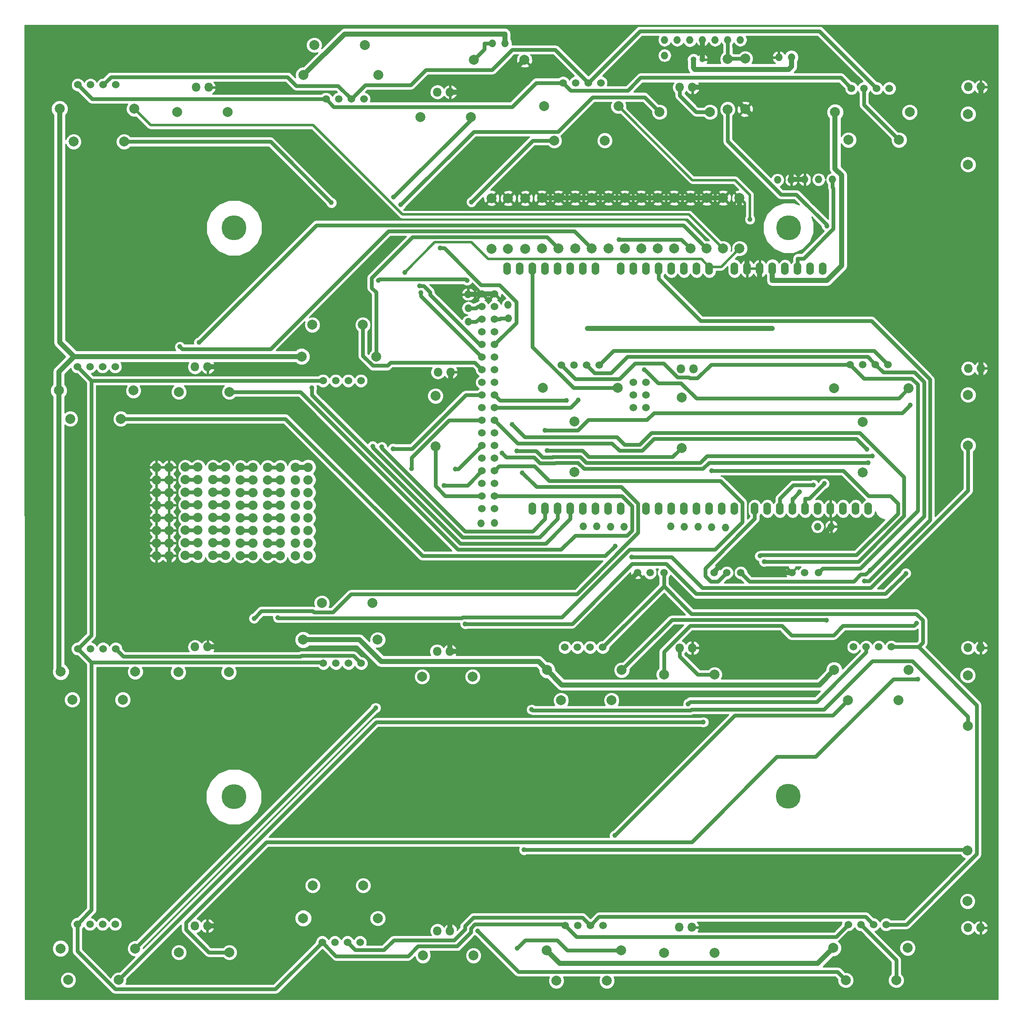
<source format=gbl>
G04 #@! TF.FileFunction,Copper,L2,Bot,Signal*
%FSLAX46Y46*%
G04 Gerber Fmt 4.6, Leading zero omitted, Abs format (unit mm)*
G04 Created by KiCad (PCBNEW 0.201502231246+5447~21~ubuntu14.04.1-product) date Sat 28 Mar 2015 12:02:36 AEDT*
%MOMM*%
G01*
G04 APERTURE LIST*
%ADD10C,0.100000*%
%ADD11C,5.000000*%
%ADD12O,1.524000X1.524000*%
%ADD13C,1.524000*%
%ADD14C,1.520000*%
%ADD15C,1.998980*%
%ADD16O,1.524000X2.540000*%
%ADD17O,1.168400X1.168400*%
%ADD18O,1.879600X1.879600*%
%ADD19O,1.800000X1.800000*%
%ADD20C,1.000000*%
%ADD21C,1.000000*%
%ADD22C,0.800000*%
%ADD23C,0.500000*%
%ADD24C,0.254000*%
G04 APERTURE END LIST*
D10*
D11*
X190805000Y4978400D03*
D12*
X181102000Y42773600D03*
X178562000Y42773600D03*
X176022000Y42773600D03*
X173482000Y42773600D03*
X170942000Y42773600D03*
X168402000Y42773600D03*
X165862000Y42773600D03*
X199619000Y14681200D03*
X126390000Y-11150600D03*
X134366000Y-10515600D03*
X126390000Y-13919200D03*
X134417000Y-13258800D03*
X196647000Y-55092600D03*
X178130000Y-55321200D03*
X175336000Y-55245000D03*
X172593000Y-55143400D03*
X169824000Y-55092600D03*
X167107000Y-55016400D03*
X157734000Y-55168800D03*
X154991000Y-55143400D03*
X152222000Y-55067200D03*
X149479000Y-55016400D03*
X131674000Y-54381400D03*
X128905000Y-54457600D03*
X165862000Y39649400D03*
D13*
X47828200Y33731200D03*
D14*
X50368200Y33731200D03*
D13*
X52908200Y33731200D03*
X55448200Y33731200D03*
X97739000Y30886400D03*
D14*
X100279000Y30886400D03*
D13*
X102819000Y30886400D03*
X105359000Y30886400D03*
X145440000Y34137600D03*
D14*
X147980000Y34137600D03*
D13*
X150520000Y34137600D03*
X153060000Y34137600D03*
X203454000Y33045400D03*
D14*
X205994000Y33045400D03*
D13*
X208534000Y33045400D03*
X211074000Y33045400D03*
X47701200Y-22936200D03*
D14*
X50241200Y-22936200D03*
D13*
X52781200Y-22936200D03*
X55321200Y-22936200D03*
X97155000Y-25755600D03*
D14*
X99695000Y-25755600D03*
D13*
X102235000Y-25755600D03*
X104775000Y-25755600D03*
X145136000Y-22606000D03*
D14*
X147676000Y-22606000D03*
D13*
X150216000Y-22606000D03*
X152756000Y-22606000D03*
X203200000Y-22504400D03*
D14*
X205740000Y-22504400D03*
D13*
X208280000Y-22504400D03*
X210820000Y-22504400D03*
X47802800Y-79654400D03*
D14*
X50342800Y-79654400D03*
D13*
X52882800Y-79654400D03*
X55422800Y-79654400D03*
X97205800Y-82600800D03*
D14*
X99745800Y-82600800D03*
D13*
X102285800Y-82600800D03*
X104825800Y-82600800D03*
X145796000Y-79375000D03*
D14*
X148336000Y-79375000D03*
D13*
X150876000Y-79375000D03*
X153416000Y-79375000D03*
X203886000Y-79298800D03*
D14*
X206426000Y-79298800D03*
D13*
X208966000Y-79298800D03*
X211506000Y-79298800D03*
X47701200Y-135052000D03*
D14*
X50241200Y-135052000D03*
D13*
X52781200Y-135052000D03*
X55321200Y-135052000D03*
X96977200Y-138684000D03*
D14*
X99517200Y-138684000D03*
D13*
X102057200Y-138684000D03*
X104597200Y-138684000D03*
X145847000Y-135306000D03*
D14*
X148387000Y-135306000D03*
D13*
X150927000Y-135306000D03*
X153467000Y-135306000D03*
X202819000Y-135128000D03*
D14*
X205359000Y-135128000D03*
D13*
X207899000Y-135128000D03*
X210439000Y-135128000D03*
D14*
X191490400Y-64338200D03*
X194030400Y-64363600D03*
X196824400Y-64363600D03*
X175844400Y-64338200D03*
X178384400Y-64363600D03*
X181178400Y-64363600D03*
X160401400Y-64338200D03*
X162941400Y-64363600D03*
X165735400Y-64363600D03*
D15*
X202311000Y-146304000D03*
X212471000Y-146304000D03*
X57099200Y22301200D03*
X46939200Y22301200D03*
X105537000Y41732200D03*
X95377000Y41732200D03*
X143662000Y22529800D03*
X153822000Y22529800D03*
X202870000Y22656800D03*
X213030000Y22656800D03*
X56464200Y-33426400D03*
X46304200Y-33426400D03*
X105156000Y-14528800D03*
X94996000Y-14528800D03*
X147701000Y-44094400D03*
X147701000Y-33934400D03*
X205740000Y-44221400D03*
X205740000Y-34061400D03*
X56845200Y-89890600D03*
X46685200Y-89890600D03*
X107061000Y-70459600D03*
X96901000Y-70459600D03*
X145034000Y-90043000D03*
X155194000Y-90043000D03*
X202768000Y-90043000D03*
X212928000Y-90043000D03*
X95072000Y-127254000D03*
X105232000Y-127254000D03*
X45872400Y-146253000D03*
X56032400Y-146253000D03*
X154254000Y-146431000D03*
X144094000Y-146431000D03*
X137668000Y38785800D03*
X127508000Y38785800D03*
X77927200Y28270200D03*
X67767200Y28270200D03*
X126898000Y27254200D03*
X116738000Y27254200D03*
X164846000Y28270200D03*
X175006000Y28270200D03*
X226924000Y17703800D03*
X226924000Y27863800D03*
X78308200Y-28016200D03*
X68148200Y-28016200D03*
X119761000Y-38989000D03*
X119761000Y-28829000D03*
X169291000Y-39268400D03*
X169291000Y-29108400D03*
X226924000Y-38760400D03*
X226924000Y-28600400D03*
X78181200Y-84378800D03*
X68021200Y-84378800D03*
X127229000Y-85267800D03*
X117069000Y-85267800D03*
X165735000Y-84836000D03*
X175895000Y-84836000D03*
X226873000Y-95148400D03*
X226873000Y-84988400D03*
X78308200Y-140716000D03*
X68148200Y-140716000D03*
X127406000Y-141351000D03*
X117246000Y-141351000D03*
X165786000Y-140818000D03*
X175946000Y-140818000D03*
X226797000Y-120269000D03*
X226797000Y-130429000D03*
X177648000Y10998200D03*
X177648000Y838200D03*
X171069000Y10998200D03*
X171069000Y838200D03*
X164490000Y10998200D03*
X164490000Y838200D03*
X157861000Y10998200D03*
X157861000Y838200D03*
X151232000Y10998200D03*
X151232000Y838200D03*
X144526000Y10998200D03*
X144526000Y838200D03*
X137820000Y10922000D03*
X137820000Y762000D03*
X131039000Y10947400D03*
X131039000Y787400D03*
X174346000Y10998200D03*
X174346000Y838200D03*
X180950000Y10998200D03*
X180950000Y838200D03*
X167767000Y10998200D03*
X167767000Y838200D03*
X161163000Y10998200D03*
X161163000Y838200D03*
X154584000Y10998200D03*
X154584000Y838200D03*
X147879000Y10998200D03*
X147879000Y838200D03*
X141173000Y10998200D03*
X141173000Y838200D03*
X134391000Y10922000D03*
X134391000Y762000D03*
X178537000Y38963600D03*
X178537000Y28803600D03*
D16*
X157074000Y-51485800D03*
X154534000Y-51485800D03*
X151994000Y-51485800D03*
X149454000Y-51485800D03*
X146914000Y-51485800D03*
X144374000Y-51485800D03*
X141834000Y-51485800D03*
X139294000Y-51485800D03*
X134214000Y-3225800D03*
X136754000Y-3225800D03*
X139294000Y-3225800D03*
X141834000Y-3225800D03*
X151994000Y-3225800D03*
X157074000Y-3225800D03*
X159614000Y-3225800D03*
X149454000Y-3225800D03*
X146914000Y-3225800D03*
X144374000Y-3225800D03*
X162154000Y-3225800D03*
X164694000Y-3225800D03*
X167234000Y-3225800D03*
X174854000Y-3225800D03*
X172314000Y-3225800D03*
X169774000Y-3225800D03*
X179934000Y-3225800D03*
X182474000Y-3225800D03*
X185014000Y-3225800D03*
X190094000Y-3225800D03*
X192634000Y-3225800D03*
X162154000Y-51485800D03*
X164694000Y-51485800D03*
X167234000Y-51485800D03*
X169774000Y-51485800D03*
X172314000Y-51485800D03*
X174854000Y-51485800D03*
X177394000Y-51485800D03*
X179934000Y-51485800D03*
X183998000Y-51485800D03*
X186538000Y-51485800D03*
X189078000Y-51485800D03*
X191618000Y-51485800D03*
X194158000Y-51485800D03*
X196698000Y-51485800D03*
X199238000Y-51485800D03*
X201778000Y-51485800D03*
X187554000Y-3225800D03*
D13*
X131674000Y-48945800D03*
X129134000Y-48945800D03*
X131674000Y-46405800D03*
X129134000Y-46405800D03*
X131674000Y-43865800D03*
X129134000Y-43865800D03*
X131674000Y-41325800D03*
X129134000Y-41325800D03*
X131674000Y-51485800D03*
X129134000Y-51485800D03*
X129134000Y-38785800D03*
X131674000Y-38785800D03*
X131674000Y-36245800D03*
X129134000Y-36245800D03*
X131674000Y-33705800D03*
X129134000Y-33705800D03*
X131674000Y-31165800D03*
X129134000Y-31165800D03*
X131674000Y-28625800D03*
X129134000Y-28625800D03*
X131674000Y-26085800D03*
X129134000Y-26085800D03*
X131674000Y-23545800D03*
X129134000Y-23545800D03*
X131674000Y-21005800D03*
X129134000Y-21005800D03*
X131674000Y-18465800D03*
X129134000Y-18465800D03*
X131674000Y-15925800D03*
X129134000Y-15925800D03*
X131674000Y-13385800D03*
X129134000Y-13385800D03*
X131674000Y-10845800D03*
X129134000Y-10845800D03*
X131674000Y-8305800D03*
X129134000Y-8305800D03*
X162154000Y-31165800D03*
X159614000Y-31165800D03*
X162154000Y-28625800D03*
X159614000Y-28625800D03*
X162154000Y-26085800D03*
X159614000Y-26085800D03*
D16*
X195174000Y-3225800D03*
X197714000Y-3225800D03*
X204318000Y-51485800D03*
X206858000Y-51485800D03*
D12*
X131191000Y42087800D03*
X133731000Y42087800D03*
D15*
X44138200Y28905200D03*
X59138200Y28905200D03*
X93236000Y35687000D03*
X108236000Y35687000D03*
X141598000Y29438600D03*
X156598000Y29438600D03*
X200170000Y28244800D03*
X215170000Y28244800D03*
X43985800Y-27736800D03*
X58985800Y-27736800D03*
X92855000Y-20904200D03*
X107855000Y-20904200D03*
X141420000Y-27228800D03*
X156420000Y-27228800D03*
X199993000Y-27305000D03*
X214993000Y-27305000D03*
X44366800Y-84277200D03*
X59366800Y-84277200D03*
X93135000Y-77851000D03*
X108135000Y-77851000D03*
X142233000Y-83947000D03*
X157233000Y-83947000D03*
X199967000Y-83947000D03*
X214967000Y-83947000D03*
X44341400Y-139929000D03*
X59341400Y-139929000D03*
X93160000Y-133858000D03*
X108160000Y-133858000D03*
X142131000Y-140284000D03*
X157131000Y-140284000D03*
X199764000Y-139827000D03*
X214764000Y-139827000D03*
X182067000Y28854400D03*
X182067000Y39014400D03*
D12*
X196850000Y14681200D03*
X126340000Y-8407400D03*
X199415000Y-55092600D03*
X194081000Y14681200D03*
X191363000Y14655800D03*
X188595000Y14605000D03*
D17*
X173457000Y38811200D03*
X171679000Y38811200D03*
D11*
X79248000Y4978400D03*
X79222600Y-109423000D03*
X190779000Y-109347000D03*
D18*
X66192400Y-60934400D03*
X63652400Y-60934400D03*
X66192400Y-58394400D03*
X63652400Y-58394400D03*
X66192400Y-55854400D03*
X63652400Y-55854400D03*
X66192400Y-53314400D03*
X63652400Y-53314400D03*
X66192400Y-50774400D03*
X63652400Y-50774400D03*
X66192400Y-48234400D03*
X63652400Y-48234400D03*
X66192400Y-45694400D03*
X63652400Y-45694400D03*
X66192400Y-43154400D03*
X63652400Y-43154400D03*
X94157800Y-60934400D03*
X91617800Y-60934400D03*
X94157800Y-58394400D03*
X91617800Y-58394400D03*
X94157800Y-55854400D03*
X91617800Y-55854400D03*
X94157800Y-53314400D03*
X91617800Y-53314400D03*
X94157800Y-50774400D03*
X91617800Y-50774400D03*
X94157800Y-48234400D03*
X91617800Y-48234400D03*
X94157800Y-45694400D03*
X91617800Y-45694400D03*
X94157800Y-43154400D03*
X91617800Y-43154400D03*
X71983600Y-60909400D03*
X69443600Y-60909400D03*
X71983600Y-58369400D03*
X69443600Y-58369400D03*
X71983600Y-55829400D03*
X69443600Y-55829400D03*
X71983600Y-53289400D03*
X69443600Y-53289400D03*
X71983600Y-50749400D03*
X69443600Y-50749400D03*
X71983600Y-48209400D03*
X69443600Y-48209400D03*
X71983600Y-45669400D03*
X69443600Y-45669400D03*
X71983600Y-43129400D03*
X69443600Y-43129400D03*
X77520800Y-60909400D03*
X74980800Y-60909400D03*
X77520800Y-58369400D03*
X74980800Y-58369400D03*
X77520800Y-55829400D03*
X74980800Y-55829400D03*
X77520800Y-53289400D03*
X74980800Y-53289400D03*
X77520800Y-50749400D03*
X74980800Y-50749400D03*
X77520800Y-48209400D03*
X74980800Y-48209400D03*
X77520800Y-45669400D03*
X74980800Y-45669400D03*
X77520800Y-43129400D03*
X74980800Y-43129400D03*
X83058000Y-60960400D03*
X80518000Y-60960400D03*
X83058000Y-58420400D03*
X80518000Y-58420400D03*
X83058000Y-55880400D03*
X80518000Y-55880400D03*
X83058000Y-53340400D03*
X80518000Y-53340400D03*
X83058000Y-50800400D03*
X80518000Y-50800400D03*
X83058000Y-48260400D03*
X80518000Y-48260400D03*
X83058000Y-45720400D03*
X80518000Y-45720400D03*
X83058000Y-43180400D03*
X80518000Y-43180400D03*
X88519000Y-60934400D03*
X85979000Y-60934400D03*
X88519000Y-58394400D03*
X85979000Y-58394400D03*
X88519000Y-55854400D03*
X85979000Y-55854400D03*
X88519000Y-53314400D03*
X85979000Y-53314400D03*
X88519000Y-50774400D03*
X85979000Y-50774400D03*
X88519000Y-48234400D03*
X85979000Y-48234400D03*
X88519000Y-45694400D03*
X85979000Y-45694400D03*
X88519000Y-43154400D03*
X85979000Y-43154400D03*
D12*
X191389000Y39268400D03*
X188849000Y39268400D03*
D19*
X71577200Y33223200D03*
X74117200Y33223200D03*
X120167000Y32283400D03*
X122707000Y32283400D03*
X168935000Y33248600D03*
X171475000Y33248600D03*
X226949000Y33324800D03*
X229489000Y33324800D03*
X71399400Y-22987000D03*
X73939400Y-22987000D03*
X120269000Y-24028400D03*
X122809000Y-24028400D03*
X169164000Y-23342600D03*
X171704000Y-23342600D03*
X226949000Y-23291800D03*
X229489000Y-23291800D03*
X71399400Y-79298800D03*
X73939400Y-79298800D03*
X120091000Y-80187800D03*
X122631000Y-80187800D03*
X168910000Y-79502000D03*
X171450000Y-79502000D03*
X226898000Y-79451200D03*
X229438000Y-79451200D03*
X71323200Y-135382000D03*
X73863200Y-135382000D03*
X120167000Y-136373000D03*
X122707000Y-136373000D03*
X168808000Y-135661000D03*
X171348000Y-135661000D03*
X226898000Y-135763000D03*
X229438000Y-135763000D03*
D20*
X207267800Y-63818000D03*
X170580800Y-90731600D03*
X155832400Y-117227800D03*
X128235800Y-136390500D03*
X98820400Y10044700D03*
X108257000Y-5590700D03*
X126129700Y-5590700D03*
X116559400Y-6685000D03*
X126995200Y10182000D03*
X120681700Y922500D03*
X116860500Y-8085400D03*
X155928600Y-58981500D03*
X214416800Y-64508000D03*
X125731300Y-74650500D03*
X83256500Y-73553000D03*
X137252500Y-44265500D03*
X111212000Y-39435000D03*
X146112900Y-29713500D03*
X206581700Y-39550300D03*
X114930000Y-43430000D03*
X173665900Y-94414800D03*
X185044500Y-60997500D03*
X175329900Y-43863900D03*
X148461600Y-29639500D03*
X197983300Y-46438500D03*
X94895400Y-27225700D03*
X111353600Y11146400D03*
X107142900Y-38922900D03*
X112758300Y9618600D03*
X108971100Y-39068100D03*
X215287000Y-30647100D03*
X141774700Y-35776100D03*
X142217900Y-39805700D03*
X159211200Y-61190400D03*
X88036200Y-73399400D03*
X121459000Y-46798300D03*
X216545900Y-74504300D03*
X207645100Y-40921700D03*
X136104500Y-39857500D03*
X139119100Y-91871600D03*
X216787200Y-85752300D03*
X206859700Y-42222000D03*
X133204100Y-40315900D03*
X123735200Y-43526400D03*
X185885000Y-62137600D03*
X135189100Y-34554500D03*
X137590700Y-120090600D03*
X150394600Y-15265700D03*
X187554000Y-15265700D03*
X198509600Y5331500D03*
X193044900Y-48103400D03*
X156686700Y2638000D03*
X183026700Y6683000D03*
X68340000Y-18916500D03*
X161778400Y-23580000D03*
X72186200Y-18070000D03*
X113565900Y-4004300D03*
X206046400Y-66037800D03*
X198428800Y-73922100D03*
X107732700Y-91537700D03*
X136219100Y-139911000D03*
X195814900Y-46726500D03*
D21*
X199415000Y-55092600D02*
X197375900Y-57131700D01*
X197375900Y-57131700D02*
X186647100Y-57131700D01*
X186647100Y-57131700D02*
X183430600Y-60348200D01*
X183430600Y-60348200D02*
X183430600Y-62484200D01*
X191490400Y-64338200D02*
X185284600Y-64338200D01*
X185284600Y-64338200D02*
X183430600Y-62484200D01*
X183430600Y-62484200D02*
X177571700Y-62484200D01*
X177571700Y-62484200D02*
X175844400Y-64211500D01*
X175844400Y-64211500D02*
X175844400Y-64338200D01*
X191363000Y14681200D02*
X191363000Y14655800D01*
X182067000Y28854400D02*
X191363000Y19558400D01*
X191363000Y19558400D02*
X191363000Y14681200D01*
X191363000Y14681200D02*
X192218700Y14681200D01*
X194081000Y14681200D02*
X192218700Y14681200D01*
X171475000Y33248600D02*
X177672800Y33248600D01*
X177672800Y33248600D02*
X182067000Y28854400D01*
X73863200Y-135382000D02*
X75863500Y-135382000D01*
X122707000Y-136373000D02*
X122707000Y-134372700D01*
X122707000Y-134372700D02*
X113143800Y-134372700D01*
X113143800Y-134372700D02*
X111512200Y-136004300D01*
X111512200Y-136004300D02*
X76485800Y-136004300D01*
X76485800Y-136004300D02*
X75863500Y-135382000D01*
X216139300Y-7941800D02*
X187359700Y-7941800D01*
X187359700Y-7941800D02*
X185014000Y-5596100D01*
X229489000Y-21291500D02*
X216139300Y-7941800D01*
X216139300Y-7941800D02*
X229489000Y5407900D01*
X229489000Y5407900D02*
X229489000Y33324800D01*
X185014000Y-3225800D02*
X185014000Y-5596100D01*
X229489000Y-23291800D02*
X229489000Y-21291500D01*
X229489000Y-24291900D02*
X229489000Y-23291800D01*
X122809000Y-26028700D02*
X107890100Y-26028700D01*
X107890100Y-26028700D02*
X105581900Y-23720500D01*
X105581900Y-23720500D02*
X76673200Y-23720500D01*
X76673200Y-23720500D02*
X75939700Y-22987000D01*
X122707000Y32283400D02*
X124707300Y32283400D01*
X124707300Y32283400D02*
X131165600Y32283400D01*
X131165600Y32283400D02*
X137668000Y38785800D01*
X182474000Y-3225800D02*
X182474000Y-855500D01*
X182474000Y-855500D02*
X183049900Y-279600D01*
X183049900Y-279600D02*
X183049900Y3340500D01*
X183049900Y3340500D02*
X180950000Y5440400D01*
X180950000Y5440400D02*
X180950000Y10998200D01*
X154584000Y10998200D02*
X151232000Y10998200D01*
X157861000Y10998200D02*
X154584000Y10998200D01*
X124631300Y-80187800D02*
X127658300Y-77160800D01*
X127658300Y-77160800D02*
X147578800Y-77160800D01*
X147578800Y-77160800D02*
X160401400Y-64338200D01*
X79228200Y-76010300D02*
X79523900Y-75714600D01*
X79523900Y-75714600D02*
X120158100Y-75714600D01*
X120158100Y-75714600D02*
X122631000Y-78187500D01*
X75939700Y-79298800D02*
X79228200Y-76010300D01*
X79228200Y-76010300D02*
X66192400Y-62974500D01*
X66192400Y-60934400D02*
X66192400Y-62974500D01*
X177648000Y10998200D02*
X174346000Y10998200D01*
X171069000Y10998200D02*
X167767000Y10998200D01*
X174346000Y10998200D02*
X171069000Y10998200D01*
X129134000Y-8305800D02*
X131674000Y-8305800D01*
X128202300Y-8407400D02*
X128303900Y-8305800D01*
X128303900Y-8305800D02*
X129134000Y-8305800D01*
X122809000Y-24028400D02*
X122809000Y-26028700D01*
X73939400Y-22987000D02*
X75939700Y-22987000D01*
X229489000Y-24291900D02*
X229489000Y-25292100D01*
X173457000Y38811200D02*
X173457000Y40495700D01*
X173457000Y40495700D02*
X173482000Y40520700D01*
X173482000Y40520700D02*
X173482000Y42773600D01*
X144526000Y10998200D02*
X141173000Y10998200D01*
X229438000Y-77450900D02*
X229438000Y-25343100D01*
X229438000Y-25343100D02*
X229489000Y-25292100D01*
X147879000Y10998200D02*
X144526000Y10998200D01*
X229438000Y-79451200D02*
X229438000Y-77450900D01*
X122631000Y-80187800D02*
X124631300Y-80187800D01*
X122631000Y-80187800D02*
X122631000Y-78187500D01*
X73939400Y-79298800D02*
X75939700Y-79298800D01*
X164490000Y10998200D02*
X167767000Y10998200D01*
X161163000Y10998200D02*
X164490000Y10998200D01*
X157861000Y10998200D02*
X161163000Y10998200D01*
X147879000Y10998200D02*
X151232000Y10998200D01*
X126340000Y-8407400D02*
X128202300Y-8407400D01*
D22*
X192634000Y-1155500D02*
X193861600Y-1155500D01*
X193861600Y-1155500D02*
X199809900Y4792800D01*
X199809900Y4792800D02*
X199809900Y12928000D01*
X199809900Y12928000D02*
X199619000Y13118900D01*
X199619000Y14681200D02*
X199619000Y13118900D01*
X192634000Y-3225800D02*
X192634000Y-1155500D01*
X126390000Y-11150600D02*
X127952300Y-11150600D01*
X129134000Y-10845800D02*
X128257100Y-10845800D01*
X128257100Y-10845800D02*
X127952300Y-11150600D01*
X126390000Y-13919200D02*
X127952300Y-13919200D01*
X129134000Y-13385800D02*
X128485700Y-13385800D01*
X128485700Y-13385800D02*
X127952300Y-13919200D01*
X134417000Y-13258800D02*
X132854700Y-13258800D01*
X131674000Y-13385800D02*
X132727700Y-13385800D01*
X132727700Y-13385800D02*
X132854700Y-13258800D01*
X145136000Y-22606000D02*
X147925500Y-25395500D01*
X147925500Y-25395500D02*
X156777700Y-25395500D01*
X156777700Y-25395500D02*
X159893600Y-22279600D01*
X159893600Y-22279600D02*
X165696400Y-22279600D01*
X165696400Y-22279600D02*
X168459700Y-25042900D01*
X168459700Y-25042900D02*
X170716900Y-25042900D01*
X170716900Y-25042900D02*
X170916900Y-25242900D01*
X170916900Y-25242900D02*
X172491100Y-25242900D01*
X172491100Y-25242900D02*
X175229500Y-22504500D01*
X175229500Y-22504500D02*
X175229500Y-22504400D01*
X175229500Y-22504400D02*
X203200000Y-22504400D01*
X145847000Y-135306000D02*
X148115100Y-137574100D01*
X148115100Y-137574100D02*
X200372900Y-137574100D01*
X200372900Y-137574100D02*
X202819000Y-135128000D01*
X96977200Y-138684000D02*
X99739900Y-141446700D01*
X99739900Y-141446700D02*
X114245800Y-141446700D01*
X114245800Y-141446700D02*
X116218800Y-139473700D01*
X116218800Y-139473700D02*
X124101900Y-139473700D01*
X124101900Y-139473700D02*
X126884000Y-136691600D01*
X126884000Y-136691600D02*
X126884000Y-135903400D01*
X126884000Y-135903400D02*
X127697200Y-135090200D01*
X127697200Y-135090200D02*
X145631200Y-135090200D01*
X145631200Y-135090200D02*
X145847000Y-135306000D01*
X50520600Y-25755600D02*
X97155000Y-25755600D01*
X47701200Y-22936200D02*
X50520600Y-25755600D01*
X50520600Y-25755600D02*
X50520600Y-76936600D01*
X50520600Y-76936600D02*
X47802800Y-79654400D01*
X47802800Y-79654400D02*
X50559500Y-82411100D01*
X196824400Y-64363600D02*
X197650900Y-63537100D01*
X197650900Y-63537100D02*
X205203900Y-63537100D01*
X205203900Y-63537100D02*
X216800700Y-51940300D01*
X216800700Y-51940300D02*
X216800700Y-26527600D01*
X216800700Y-26527600D02*
X215578200Y-25305100D01*
X215578200Y-25305100D02*
X206000700Y-25305100D01*
X206000700Y-25305100D02*
X203200000Y-22504400D01*
X97739000Y30886400D02*
X99304700Y29320700D01*
X99304700Y29320700D02*
X135212800Y29320700D01*
X135212800Y29320700D02*
X140029700Y34137600D01*
X140029700Y34137600D02*
X145440000Y34137600D01*
X47828200Y33731200D02*
X50673000Y30886400D01*
X50673000Y30886400D02*
X97739000Y30886400D01*
X203454000Y33045400D02*
X201330000Y35169400D01*
X201330000Y35169400D02*
X161045000Y35169400D01*
X161045000Y35169400D02*
X158449000Y32573400D01*
X158449000Y32573400D02*
X147004200Y32573400D01*
X147004200Y32573400D02*
X145440000Y34137600D01*
X50559500Y-82411100D02*
X97016100Y-82411100D01*
X97016100Y-82411100D02*
X97205800Y-82600800D01*
X47701200Y-135052000D02*
X50559500Y-132193700D01*
X50559500Y-132193700D02*
X50559500Y-82411100D01*
X96977200Y-138684000D02*
X87562300Y-148098900D01*
X87562300Y-148098900D02*
X55325200Y-148098900D01*
X55325200Y-148098900D02*
X47701200Y-140474900D01*
X47701200Y-140474900D02*
X47701200Y-135052000D01*
X150216000Y-22606000D02*
X151805200Y-24195200D01*
X151805200Y-24195200D02*
X155115400Y-24195200D01*
X155115400Y-24195200D02*
X158373900Y-20936700D01*
X158373900Y-20936700D02*
X206712300Y-20936700D01*
X206712300Y-20936700D02*
X208280000Y-22504400D01*
X207267800Y-63818000D02*
X218043500Y-53042300D01*
X218043500Y-53042300D02*
X218043500Y-26011800D01*
X218043500Y-26011800D02*
X216117400Y-24085700D01*
X216117400Y-24085700D02*
X209861300Y-24085700D01*
X209861300Y-24085700D02*
X208280000Y-22504400D01*
X181178400Y-64363600D02*
X182952400Y-66137600D01*
X182952400Y-66137600D02*
X203904100Y-66137600D01*
X203904100Y-66137600D02*
X205304300Y-64737400D01*
X205304300Y-64737400D02*
X206348400Y-64737400D01*
X206348400Y-64737400D02*
X207267800Y-63818000D01*
X150520000Y34137600D02*
X160925400Y44543000D01*
X160925400Y44543000D02*
X197036400Y44543000D01*
X197036400Y44543000D02*
X208534000Y33045400D01*
X150520000Y34137600D02*
X143867800Y40789800D01*
X143867800Y40789800D02*
X135188300Y40789800D01*
X135188300Y40789800D02*
X131121600Y36723100D01*
X131121600Y36723100D02*
X117810100Y36723100D01*
X117810100Y36723100D02*
X114774100Y33687100D01*
X114774100Y33687100D02*
X105619700Y33687100D01*
X105619700Y33687100D02*
X102819000Y30886400D01*
X150927000Y-135306000D02*
X149336700Y-133715700D01*
X149336700Y-133715700D02*
X127374200Y-133715700D01*
X127374200Y-133715700D02*
X125683700Y-135406200D01*
X125683700Y-135406200D02*
X125683700Y-136107700D01*
X125683700Y-136107700D02*
X123518100Y-138273300D01*
X123518100Y-138273300D02*
X111365100Y-138273300D01*
X111365100Y-138273300D02*
X109392100Y-140246300D01*
X109392100Y-140246300D02*
X103619500Y-140246300D01*
X103619500Y-140246300D02*
X102057200Y-138684000D01*
X150927000Y-135306000D02*
X152674900Y-133558100D01*
X152674900Y-133558100D02*
X206329100Y-133558100D01*
X206329100Y-133558100D02*
X207899000Y-135128000D01*
X52908200Y33731200D02*
X54491900Y35314900D01*
X54491900Y35314900D02*
X89987500Y35314900D01*
X89987500Y35314900D02*
X91776800Y33525600D01*
X91776800Y33525600D02*
X100179800Y33525600D01*
X100179800Y33525600D02*
X102819000Y30886400D01*
X210820000Y-22504400D02*
X208051900Y-19736300D01*
X208051900Y-19736300D02*
X155625700Y-19736300D01*
X155625700Y-19736300D02*
X152756000Y-22606000D01*
X55422800Y-79654400D02*
X56979100Y-81210700D01*
X56979100Y-81210700D02*
X92603700Y-81210700D01*
X92603700Y-81210700D02*
X92777200Y-81037200D01*
X92777200Y-81037200D02*
X103262200Y-81037200D01*
X103262200Y-81037200D02*
X104825800Y-82600800D01*
X216975400Y-79298800D02*
X217846200Y-78428000D01*
X217846200Y-78428000D02*
X217846200Y-73965600D01*
X217846200Y-73965600D02*
X216502300Y-72621700D01*
X216502300Y-72621700D02*
X171301500Y-72621700D01*
X171301500Y-72621700D02*
X165735400Y-67055600D01*
X216975400Y-79298800D02*
X228674200Y-90997600D01*
X228674200Y-90997600D02*
X228674200Y-120941900D01*
X228674200Y-120941900D02*
X214488100Y-135128000D01*
X214488100Y-135128000D02*
X210439000Y-135128000D01*
X216975400Y-79298800D02*
X211506000Y-79298800D01*
X165735400Y-67055600D02*
X153416000Y-79375000D01*
X165735400Y-64363600D02*
X165735400Y-67055600D01*
X213030000Y22656800D02*
X205994000Y29692800D01*
X205994000Y29692800D02*
X205994000Y33045400D01*
X170580800Y-90731600D02*
X170992300Y-90320100D01*
X170992300Y-90320100D02*
X196473200Y-90320100D01*
X196473200Y-90320100D02*
X206426000Y-80367300D01*
X206426000Y-80367300D02*
X206426000Y-79298800D01*
X202768000Y-90043000D02*
X199739000Y-93072000D01*
X199739000Y-93072000D02*
X179988200Y-93072000D01*
X179988200Y-93072000D02*
X155832400Y-117227800D01*
X212471000Y-146304000D02*
X212471000Y-142240000D01*
X212471000Y-142240000D02*
X205359000Y-135128000D01*
X183998000Y-51485800D02*
X183998000Y-53556100D01*
X183998000Y-53556100D02*
X174053600Y-63500500D01*
X174053600Y-63500500D02*
X174053600Y-65040200D01*
X174053600Y-65040200D02*
X175140300Y-66126900D01*
X175140300Y-66126900D02*
X176621100Y-66126900D01*
X176621100Y-66126900D02*
X178384400Y-64363600D01*
X128235800Y-136390500D02*
X136476400Y-144631100D01*
X136476400Y-144631100D02*
X200638100Y-144631100D01*
X200638100Y-144631100D02*
X202311000Y-146304000D01*
X126129700Y-5590700D02*
X125923700Y-5384700D01*
X125923700Y-5384700D02*
X108463000Y-5384700D01*
X108463000Y-5384700D02*
X108257000Y-5590700D01*
X98820400Y10044700D02*
X86563900Y22301200D01*
X86563900Y22301200D02*
X57099200Y22301200D01*
X129134000Y-18465800D02*
X128701600Y-18465800D01*
X128701600Y-18465800D02*
X118679800Y-8444000D01*
X118679800Y-8444000D02*
X118679800Y-7948600D01*
X118679800Y-7948600D02*
X117416200Y-6685000D01*
X117416200Y-6685000D02*
X116559400Y-6685000D01*
X126995200Y10182000D02*
X139343000Y22529800D01*
X139343000Y22529800D02*
X143662000Y22529800D01*
X131674000Y-18465800D02*
X136018900Y-14120900D01*
X136018900Y-14120900D02*
X136018900Y-9880800D01*
X136018900Y-9880800D02*
X132641100Y-6503000D01*
X132641100Y-6503000D02*
X128958800Y-6503000D01*
X128958800Y-6503000D02*
X121533300Y922500D01*
X121533300Y922500D02*
X120681700Y922500D01*
X129134000Y-21005800D02*
X116860500Y-8732300D01*
X116860500Y-8732300D02*
X116860500Y-8085400D01*
X56464200Y-33426400D02*
X89591300Y-33426400D01*
X89591300Y-33426400D02*
X117125100Y-60960200D01*
X117125100Y-60960200D02*
X153949900Y-60960200D01*
X153949900Y-60960200D02*
X155928600Y-58981500D01*
X129134000Y-23545800D02*
X127692000Y-22103800D01*
X127692000Y-22103800D02*
X110751200Y-22103800D01*
X110751200Y-22103800D02*
X110119600Y-22735400D01*
X110119600Y-22735400D02*
X107135400Y-22735400D01*
X107135400Y-22735400D02*
X105156000Y-20756000D01*
X105156000Y-20756000D02*
X105156000Y-14528800D01*
X125731300Y-74650500D02*
X147273000Y-74650500D01*
X147273000Y-74650500D02*
X159353300Y-62570200D01*
X159353300Y-62570200D02*
X166180500Y-62570200D01*
X166180500Y-62570200D02*
X172224300Y-68614000D01*
X172224300Y-68614000D02*
X210310800Y-68614000D01*
X210310800Y-68614000D02*
X214416800Y-64508000D01*
X137252500Y-44265500D02*
X140108000Y-47121000D01*
X140108000Y-47121000D02*
X157159800Y-47121000D01*
X157159800Y-47121000D02*
X160521700Y-50482900D01*
X160521700Y-50482900D02*
X160521700Y-56343000D01*
X160521700Y-56343000D02*
X148205000Y-68659700D01*
X148205000Y-68659700D02*
X102796700Y-68659700D01*
X102796700Y-68659700D02*
X99143800Y-72312600D01*
X99143800Y-72312600D02*
X95314700Y-72312600D01*
X95314700Y-72312600D02*
X95101100Y-72099000D01*
X95101100Y-72099000D02*
X84710500Y-72099000D01*
X84710500Y-72099000D02*
X83256500Y-73553000D01*
X129134000Y-28625800D02*
X125871800Y-28625800D01*
X125871800Y-28625800D02*
X115062600Y-39435000D01*
X115062600Y-39435000D02*
X111212000Y-39435000D01*
X131674000Y-28625800D02*
X132761700Y-29713500D01*
X132761700Y-29713500D02*
X146112900Y-29713500D01*
X131674000Y-33705800D02*
X136297700Y-38329500D01*
X136297700Y-38329500D02*
X155275700Y-38329500D01*
X155275700Y-38329500D02*
X156790200Y-39844000D01*
X156790200Y-39844000D02*
X161344400Y-39844000D01*
X161344400Y-39844000D02*
X163729200Y-37459200D01*
X163729200Y-37459200D02*
X204490600Y-37459200D01*
X204490600Y-37459200D02*
X206581700Y-39550300D01*
X129134000Y-33705800D02*
X122489500Y-33705800D01*
X122489500Y-33705800D02*
X114930000Y-41265300D01*
X114930000Y-41265300D02*
X114930000Y-43430000D01*
X175329900Y-43863900D02*
X201798800Y-43863900D01*
X201798800Y-43863900D02*
X206922100Y-48987200D01*
X206922100Y-48987200D02*
X211330300Y-48987200D01*
X211330300Y-48987200D02*
X212803700Y-50460600D01*
X212803700Y-50460600D02*
X212803700Y-52475200D01*
X212803700Y-52475200D02*
X204441600Y-60837300D01*
X204441600Y-60837300D02*
X185204700Y-60837300D01*
X185204700Y-60837300D02*
X185044500Y-60997500D01*
X173665900Y-94414800D02*
X107870600Y-94414800D01*
X107870600Y-94414800D02*
X56032400Y-146253000D01*
X131674000Y-31165800D02*
X146935300Y-31165800D01*
X146935300Y-31165800D02*
X148461600Y-29639500D01*
X131191000Y42087800D02*
X129628700Y42087800D01*
X129628700Y42087800D02*
X129628700Y40906500D01*
X129628700Y40906500D02*
X127508000Y38785800D01*
X194158000Y-51485800D02*
X194158000Y-49415500D01*
X197983300Y-46438500D02*
X195006300Y-49415500D01*
X195006300Y-49415500D02*
X194158000Y-49415500D01*
X94895400Y-27225700D02*
X94895500Y-27225700D01*
X94895500Y-27225700D02*
X94895500Y-28629400D01*
X94895500Y-28629400D02*
X124790400Y-58524300D01*
X124790400Y-58524300D02*
X141945800Y-58524300D01*
X141945800Y-58524300D02*
X146914000Y-53556100D01*
X146914000Y-51485800D02*
X146914000Y-53556100D01*
X107142900Y-38922900D02*
X107142900Y-39179300D01*
X107142900Y-39179300D02*
X125215500Y-57251900D01*
X125215500Y-57251900D02*
X140678200Y-57251900D01*
X140678200Y-57251900D02*
X144374000Y-53556100D01*
X144374000Y-51485800D02*
X144374000Y-53556100D01*
X111353600Y11146400D02*
X126898000Y26690800D01*
X126898000Y26690800D02*
X126898000Y27254200D01*
X108971100Y-39068100D02*
X108971100Y-39310000D01*
X108971100Y-39310000D02*
X125712600Y-56051500D01*
X125712600Y-56051500D02*
X139338600Y-56051500D01*
X139338600Y-56051500D02*
X141834000Y-53556100D01*
X164846000Y28270200D02*
X161847800Y31268400D01*
X161847800Y31268400D02*
X151356500Y31268400D01*
X151356500Y31268400D02*
X144417800Y24329700D01*
X144417800Y24329700D02*
X127469400Y24329700D01*
X127469400Y24329700D02*
X112758300Y9618600D01*
X141834000Y-51485800D02*
X141834000Y-53556100D01*
X215287000Y-30647100D02*
X213672500Y-32261600D01*
X213672500Y-32261600D02*
X163716300Y-32261600D01*
X163716300Y-32261600D02*
X162332700Y-33645200D01*
X162332700Y-33645200D02*
X150535700Y-33645200D01*
X150535700Y-33645200D02*
X148404800Y-35776100D01*
X148404800Y-35776100D02*
X141774700Y-35776100D01*
X78308200Y-28016200D02*
X92584800Y-28016200D01*
X92584800Y-28016200D02*
X124299800Y-59731200D01*
X124299800Y-59731200D02*
X145052000Y-59731200D01*
X145052000Y-59731200D02*
X147916600Y-56866600D01*
X147916600Y-56866600D02*
X158300400Y-56866600D01*
X158300400Y-56866600D02*
X159308900Y-55858100D01*
X159308900Y-55858100D02*
X159308900Y-50967800D01*
X159308900Y-50967800D02*
X157286900Y-48945800D01*
X157286900Y-48945800D02*
X131674000Y-48945800D01*
X119761000Y-38989000D02*
X119761000Y-46939200D01*
X119761000Y-46939200D02*
X121767600Y-48945800D01*
X121767600Y-48945800D02*
X129134000Y-48945800D01*
X169291000Y-39268400D02*
X167475000Y-41084400D01*
X167475000Y-41084400D02*
X150631400Y-41084400D01*
X150631400Y-41084400D02*
X149352700Y-39805700D01*
X149352700Y-39805700D02*
X142217900Y-39805700D01*
X159211200Y-61190400D02*
X167244500Y-61190400D01*
X167244500Y-61190400D02*
X173464300Y-67410200D01*
X173464300Y-67410200D02*
X207368000Y-67410200D01*
X207368000Y-67410200D02*
X226924000Y-47854200D01*
X226924000Y-47854200D02*
X226924000Y-38760400D01*
X88036200Y-73399400D02*
X88153600Y-73516800D01*
X88153600Y-73516800D02*
X125026100Y-73516800D01*
X125026100Y-73516800D02*
X125192700Y-73350200D01*
X125192700Y-73350200D02*
X145212200Y-73350200D01*
X145212200Y-73350200D02*
X158855700Y-59706700D01*
X158855700Y-59706700D02*
X176023200Y-59706700D01*
X176023200Y-59706700D02*
X181499200Y-54230700D01*
X181499200Y-54230700D02*
X181499200Y-50309100D01*
X181499200Y-50309100D02*
X177110700Y-45920600D01*
X177110700Y-45920600D02*
X142655900Y-45920600D01*
X142655900Y-45920600D02*
X139695300Y-42960000D01*
X139695300Y-42960000D02*
X132579800Y-42960000D01*
X132579800Y-42960000D02*
X131674000Y-43865800D01*
X129134000Y-43865800D02*
X126201500Y-46798300D01*
X126201500Y-46798300D02*
X121459000Y-46798300D01*
X207645100Y-40921700D02*
X174408400Y-40921700D01*
X174408400Y-40921700D02*
X173045400Y-42284700D01*
X173045400Y-42284700D02*
X150134200Y-42284700D01*
X150134200Y-42284700D02*
X148943800Y-41094300D01*
X148943800Y-41094300D02*
X143355500Y-41094300D01*
X143355500Y-41094300D02*
X143291900Y-41157900D01*
X143291900Y-41157900D02*
X141288200Y-41157900D01*
X141288200Y-41157900D02*
X139987800Y-39857500D01*
X139987800Y-39857500D02*
X136104500Y-39857500D01*
X203123800Y-75022300D02*
X216027900Y-75022300D01*
X165735000Y-80257300D02*
X170970000Y-75022300D01*
X165735000Y-84836000D02*
X165735000Y-80257300D01*
X170970000Y-75022300D02*
X189449300Y-75022300D01*
X216027900Y-75022300D02*
X216545900Y-74504300D01*
X201786900Y-75022300D02*
X199847200Y-76962000D01*
X199847200Y-76962000D02*
X191389000Y-76962000D01*
X191389000Y-76962000D02*
X189449300Y-75022300D01*
X203123800Y-75022300D02*
X201786900Y-75022300D01*
X139119100Y-91871600D02*
X139279400Y-92031900D01*
X139279400Y-92031900D02*
X171119500Y-92031900D01*
X171119500Y-92031900D02*
X171279800Y-91871600D01*
X171279800Y-91871600D02*
X197916300Y-91871600D01*
X197916300Y-91871600D02*
X207650300Y-82137600D01*
X207650300Y-82137600D02*
X215719700Y-82137600D01*
X215719700Y-82137600D02*
X226873000Y-93290900D01*
X226873000Y-93290900D02*
X226873000Y-95148400D01*
X206859700Y-42222000D02*
X174805600Y-42222000D01*
X174805600Y-42222000D02*
X173542600Y-43485000D01*
X173542600Y-43485000D02*
X149637000Y-43485000D01*
X149637000Y-43485000D02*
X148446600Y-42294600D01*
X148446600Y-42294600D02*
X143886700Y-42294600D01*
X143886700Y-42294600D02*
X143823100Y-42358200D01*
X143823100Y-42358200D02*
X140791000Y-42358200D01*
X140791000Y-42358200D02*
X139590800Y-41158000D01*
X139590800Y-41158000D02*
X134046200Y-41158000D01*
X134046200Y-41158000D02*
X133204100Y-40315900D01*
X78308200Y-140716000D02*
X74177000Y-140716000D01*
X74177000Y-140716000D02*
X69573000Y-136112000D01*
X69573000Y-136112000D02*
X69573000Y-134727500D01*
X69573000Y-134727500D02*
X85772400Y-118528100D01*
X85772400Y-118528100D02*
X171330900Y-118528100D01*
X171330900Y-118528100D02*
X188480400Y-101378600D01*
X188480400Y-101378600D02*
X196248700Y-101378600D01*
X196248700Y-101378600D02*
X211875000Y-85752300D01*
X211875000Y-85752300D02*
X216787200Y-85752300D01*
X129134000Y-38785800D02*
X124393400Y-43526400D01*
X124393400Y-43526400D02*
X123735200Y-43526400D01*
X135189100Y-34554500D02*
X137763700Y-37129100D01*
X137763700Y-37129100D02*
X156297800Y-37129100D01*
X156297800Y-37129100D02*
X157812400Y-38643700D01*
X157812400Y-38643700D02*
X160847200Y-38643700D01*
X160847200Y-38643700D02*
X163250200Y-36240700D01*
X163250200Y-36240700D02*
X205158900Y-36240700D01*
X205158900Y-36240700D02*
X214063500Y-45145300D01*
X214063500Y-45145300D02*
X214063500Y-52913100D01*
X214063500Y-52913100D02*
X204839000Y-62137600D01*
X204839000Y-62137600D02*
X185885000Y-62137600D01*
X226797000Y-120269000D02*
X226618600Y-120090600D01*
X226618600Y-120090600D02*
X137590700Y-120090600D01*
D21*
X142131000Y-140284000D02*
X144775500Y-142928500D01*
X144775500Y-142928500D02*
X196662500Y-142928500D01*
X196662500Y-142928500D02*
X199764000Y-139827000D01*
X47037300Y-20904200D02*
X43985800Y-23955700D01*
X43985800Y-23955700D02*
X43985800Y-27736800D01*
X92855000Y-20904200D02*
X47037300Y-20904200D01*
X44138200Y28905200D02*
X44138200Y-18005100D01*
X44138200Y-18005100D02*
X47037300Y-20904200D01*
X133731000Y42087800D02*
X133731000Y43950100D01*
X93236000Y35687000D02*
X101499100Y43950100D01*
X101499100Y43950100D02*
X133731000Y43950100D01*
X199967000Y-83947000D02*
X196971900Y-86942100D01*
X196971900Y-86942100D02*
X145228100Y-86942100D01*
X145228100Y-86942100D02*
X142233000Y-83947000D01*
X44366800Y-84277200D02*
X43985800Y-83896200D01*
X43985800Y-83896200D02*
X43985800Y-27736800D01*
X191389000Y39268400D02*
X191389000Y37406100D01*
X171679000Y38811200D02*
X171679000Y37126700D01*
X171679000Y37126700D02*
X171966500Y36839200D01*
X171966500Y36839200D02*
X190822100Y36839200D01*
X190822100Y36839200D02*
X191389000Y37406100D01*
X150394600Y-15265700D02*
X187554000Y-15265700D01*
X187554000Y-5596100D02*
X198506400Y-5596100D01*
X198506400Y-5596100D02*
X201484400Y-2618100D01*
X201484400Y-2618100D02*
X201484400Y15527200D01*
X201484400Y15527200D02*
X200170000Y16841600D01*
X200170000Y16841600D02*
X200170000Y28244800D01*
X142233000Y-83947000D02*
X140497500Y-82211500D01*
X140497500Y-82211500D02*
X108836500Y-82211500D01*
X108836500Y-82211500D02*
X104476000Y-77851000D01*
X104476000Y-77851000D02*
X93135000Y-77851000D01*
X187554000Y-3225800D02*
X187554000Y-5596100D01*
X91617800Y-43154400D02*
X94157800Y-43154400D01*
D22*
X191618000Y-51485800D02*
X191618000Y-49415500D01*
X198509600Y5331500D02*
X198509600Y5556300D01*
X198509600Y5556300D02*
X192382500Y11683400D01*
X192382500Y11683400D02*
X189259400Y11683400D01*
X189259400Y11683400D02*
X178537000Y22405800D01*
X178537000Y22405800D02*
X178537000Y28803600D01*
X191618000Y-49415500D02*
X191732800Y-49415500D01*
X191732800Y-49415500D02*
X193044900Y-48103400D01*
D23*
X59138200Y28905200D02*
X62439100Y25604300D01*
X62439100Y25604300D02*
X95145800Y25604300D01*
X95145800Y25604300D02*
X113060400Y7689700D01*
X113060400Y7689700D02*
X170796500Y7689700D01*
X170796500Y7689700D02*
X177648000Y838200D01*
D22*
X156686700Y2638000D02*
X169269200Y2638000D01*
X169269200Y2638000D02*
X171069000Y838200D01*
D23*
X156598000Y29438600D02*
X171447100Y14589500D01*
X171447100Y14589500D02*
X180050800Y14589500D01*
X180050800Y14589500D02*
X183026700Y11613600D01*
X183026700Y11613600D02*
X183026700Y6683000D01*
D22*
X68340000Y-18916500D02*
X68793800Y-19370300D01*
X68793800Y-19370300D02*
X86568000Y-19370300D01*
X86568000Y-19370300D02*
X110273400Y4335100D01*
X110273400Y4335100D02*
X147735100Y4335100D01*
X147735100Y4335100D02*
X151232000Y838200D01*
X107855000Y-20904200D02*
X107855000Y-7985300D01*
X107855000Y-7985300D02*
X106951400Y-7081700D01*
X106951400Y-7081700D02*
X106951400Y-5056900D01*
X106951400Y-5056900D02*
X115131400Y3123100D01*
X115131400Y3123100D02*
X142241100Y3123100D01*
X142241100Y3123100D02*
X144526000Y838200D01*
X156420000Y-27228800D02*
X147548500Y-27228800D01*
X147548500Y-27228800D02*
X139294000Y-18974300D01*
X139294000Y-18974300D02*
X139294000Y-3225800D01*
X161778400Y-23580000D02*
X161878500Y-23580000D01*
X161878500Y-23580000D02*
X164541700Y-26243200D01*
X164541700Y-26243200D02*
X169183400Y-26243200D01*
X169183400Y-26243200D02*
X172262700Y-29322500D01*
X172262700Y-29322500D02*
X212975500Y-29322500D01*
X212975500Y-29322500D02*
X214993000Y-27305000D01*
X72186200Y-18070000D02*
X95791700Y5535500D01*
X95791700Y5535500D02*
X169648700Y5535500D01*
X169648700Y5535500D02*
X174346000Y838200D01*
D23*
X174854000Y-2854700D02*
X173299700Y-1300400D01*
X173299700Y-1300400D02*
X130373500Y-1300400D01*
X130373500Y-1300400D02*
X127000300Y2072800D01*
X127000300Y2072800D02*
X119643000Y2072800D01*
X119643000Y2072800D02*
X113565900Y-4004300D01*
X174854000Y-2854700D02*
X177257100Y-2854700D01*
X177257100Y-2854700D02*
X180950000Y838200D01*
X174854000Y-3225800D02*
X174854000Y-2854700D01*
D22*
X206046400Y-66037800D02*
X206990800Y-66037800D01*
X206990800Y-66037800D02*
X219243800Y-53784800D01*
X219243800Y-53784800D02*
X219243800Y-25514600D01*
X219243800Y-25514600D02*
X207494500Y-13765300D01*
X207494500Y-13765300D02*
X173163200Y-13765300D01*
X173163200Y-13765300D02*
X164694000Y-5296100D01*
X157233000Y-83947000D02*
X167358000Y-73822000D01*
X167358000Y-73822000D02*
X198328800Y-73822000D01*
X198328800Y-73822000D02*
X198428800Y-73922000D01*
X198428800Y-73922000D02*
X198428800Y-73922100D01*
X164694000Y-3225800D02*
X164694000Y-5296100D01*
X59341400Y-139929000D02*
X107732700Y-91537700D01*
X157131000Y-140284000D02*
X146284500Y-140284000D01*
X146284500Y-140284000D02*
X144284600Y-138284100D01*
X144284600Y-138284100D02*
X137846000Y-138284100D01*
X137846000Y-138284100D02*
X136219100Y-139911000D01*
X178562000Y42773600D02*
X178562000Y41211300D01*
X178587800Y39014400D02*
X178537000Y38963600D01*
X182067000Y39014400D02*
X178587800Y39014400D01*
X178587800Y39014400D02*
X178587800Y41185500D01*
X178587800Y41185500D02*
X178562000Y41211300D01*
X189078000Y-49415500D02*
X191767000Y-46726500D01*
X191767000Y-46726500D02*
X195814900Y-46726500D01*
X189078000Y-51485800D02*
X189078000Y-49415500D01*
X168935000Y31548300D02*
X172213100Y28270200D01*
X172213100Y28270200D02*
X175006000Y28270200D01*
X168935000Y33248600D02*
X168935000Y31548300D01*
X168910000Y-79502000D02*
X168910000Y-81202300D01*
X168910000Y-81202300D02*
X172543700Y-84836000D01*
X172543700Y-84836000D02*
X175895000Y-84836000D01*
X69443600Y-60909400D02*
X71983600Y-60909400D01*
X69443600Y-58369400D02*
X71983600Y-58369400D01*
X69443600Y-55829400D02*
X71983600Y-55829400D01*
X69443600Y-53289400D02*
X71983600Y-53289400D01*
X69443600Y-50749400D02*
X71983600Y-50749400D01*
X69443600Y-48209400D02*
X71983600Y-48209400D01*
X69443600Y-45669400D02*
X71983600Y-45669400D01*
X69443600Y-43129400D02*
X71983600Y-43129400D01*
X74980800Y-60909400D02*
X77520800Y-60909400D01*
X74980800Y-58369400D02*
X77520800Y-58369400D01*
X74980800Y-55829400D02*
X77520800Y-55829400D01*
X74980800Y-53289400D02*
X77520800Y-53289400D01*
X74980800Y-50749400D02*
X77520800Y-50749400D01*
X74980800Y-48209400D02*
X77520800Y-48209400D01*
X74980800Y-45669400D02*
X77520800Y-45669400D01*
X74980800Y-43129400D02*
X77520800Y-43129400D01*
X80518000Y-60960400D02*
X83058000Y-60960400D01*
X80518000Y-58420400D02*
X83058000Y-58420400D01*
X80518000Y-55880400D02*
X83058000Y-55880400D01*
X80518000Y-53340400D02*
X83058000Y-53340400D01*
X80518000Y-50800400D02*
X83058000Y-50800400D01*
X80518000Y-48260400D02*
X83058000Y-48260400D01*
X80518000Y-45720400D02*
X83058000Y-45720400D01*
X80518000Y-43180400D02*
X83058000Y-43180400D01*
X85979000Y-60934400D02*
X88519000Y-60934400D01*
X85979000Y-58394400D02*
X88519000Y-58394400D01*
X85979000Y-55854400D02*
X88519000Y-55854400D01*
X85979000Y-53314400D02*
X88519000Y-53314400D01*
X85979000Y-50774400D02*
X88519000Y-50774400D01*
X85979000Y-48234400D02*
X88519000Y-48234400D01*
X85979000Y-45694400D02*
X88519000Y-45694400D01*
X85979000Y-43154400D02*
X88519000Y-43154400D01*
D24*
G36*
X99972527Y32269161D02*
X99489828Y32069713D01*
X99097066Y31677636D01*
X99010130Y31468274D01*
X98924010Y31676703D01*
X98531370Y32070029D01*
X98018100Y32283157D01*
X97462339Y32283642D01*
X96948697Y32071410D01*
X96798424Y31921400D01*
X74887857Y31921400D01*
X75024776Y31985234D01*
X75429440Y32426783D01*
X75608236Y32858460D01*
X75487578Y33096200D01*
X74244200Y33096200D01*
X74244200Y33076200D01*
X73990200Y33076200D01*
X73990200Y33096200D01*
X73970200Y33096200D01*
X73970200Y33350200D01*
X73990200Y33350200D01*
X73990200Y33370200D01*
X74244200Y33370200D01*
X74244200Y33350200D01*
X75487578Y33350200D01*
X75608236Y33587940D01*
X75429440Y34019617D01*
X75190899Y34279900D01*
X89558788Y34279900D01*
X91044941Y32793748D01*
X91044944Y32793744D01*
X91246228Y32659251D01*
X91380722Y32569385D01*
X91380723Y32569385D01*
X91776800Y32490600D01*
X99751088Y32490600D01*
X99972527Y32269161D01*
X99972527Y32269161D01*
G37*
X99972527Y32269161D02*
X99489828Y32069713D01*
X99097066Y31677636D01*
X99010130Y31468274D01*
X98924010Y31676703D01*
X98531370Y32070029D01*
X98018100Y32283157D01*
X97462339Y32283642D01*
X96948697Y32071410D01*
X96798424Y31921400D01*
X74887857Y31921400D01*
X75024776Y31985234D01*
X75429440Y32426783D01*
X75608236Y32858460D01*
X75487578Y33096200D01*
X74244200Y33096200D01*
X74244200Y33076200D01*
X73990200Y33076200D01*
X73990200Y33096200D01*
X73970200Y33096200D01*
X73970200Y33350200D01*
X73990200Y33350200D01*
X73990200Y33370200D01*
X74244200Y33370200D01*
X74244200Y33350200D01*
X75487578Y33350200D01*
X75608236Y33587940D01*
X75429440Y34019617D01*
X75190899Y34279900D01*
X89558788Y34279900D01*
X91044941Y32793748D01*
X91044944Y32793744D01*
X91246228Y32659251D01*
X91380722Y32569385D01*
X91380723Y32569385D01*
X91776800Y32490600D01*
X99751088Y32490600D01*
X99972527Y32269161D01*
G36*
X128549512Y-27355749D02*
X128343697Y-27440790D01*
X128193424Y-27590800D01*
X125871805Y-27590800D01*
X125871800Y-27590799D01*
X125475722Y-27669585D01*
X125341228Y-27759450D01*
X125139944Y-27893944D01*
X125139941Y-27893947D01*
X124300036Y-28733852D01*
X124300036Y-24393140D01*
X124179378Y-24155400D01*
X122936000Y-24155400D01*
X122936000Y-25399397D01*
X123173742Y-25519446D01*
X123716576Y-25266366D01*
X124121240Y-24824817D01*
X124300036Y-24393140D01*
X124300036Y-28733852D01*
X121395774Y-31638114D01*
X121395774Y-28505306D01*
X121147462Y-27904345D01*
X120688073Y-27444154D01*
X120087547Y-27194794D01*
X119437306Y-27194226D01*
X118836345Y-27442538D01*
X118376154Y-27901927D01*
X118126794Y-28502453D01*
X118126226Y-29152694D01*
X118374538Y-29753655D01*
X118833927Y-30213846D01*
X119434453Y-30463206D01*
X120084694Y-30463774D01*
X120685655Y-30215462D01*
X121145846Y-29756073D01*
X121395206Y-29155547D01*
X121395774Y-28505306D01*
X121395774Y-31638114D01*
X114633888Y-38400000D01*
X111679107Y-38400000D01*
X111438756Y-38300197D01*
X110987225Y-38299803D01*
X110569914Y-38472233D01*
X110250355Y-38791235D01*
X110152267Y-39027455D01*
X110106176Y-38981364D01*
X110106297Y-38843325D01*
X109933867Y-38426014D01*
X109614865Y-38106455D01*
X109197856Y-37933297D01*
X108746325Y-37932903D01*
X108329014Y-38105333D01*
X108119555Y-38314426D01*
X108105667Y-38280814D01*
X107786665Y-37961255D01*
X107369656Y-37788097D01*
X106918125Y-37787703D01*
X106500814Y-37960133D01*
X106181255Y-38279135D01*
X106130698Y-38400886D01*
X95930500Y-28200688D01*
X95930500Y-27692566D01*
X96030203Y-27452456D01*
X96030597Y-27000925D01*
X95943692Y-26790600D01*
X96214260Y-26790600D01*
X96362630Y-26939229D01*
X96875900Y-27152357D01*
X97431661Y-27152842D01*
X97945303Y-26940610D01*
X98338629Y-26547970D01*
X98426033Y-26337475D01*
X98511687Y-26544772D01*
X98903764Y-26937534D01*
X99416300Y-27150358D01*
X99971265Y-27150842D01*
X100484172Y-26938913D01*
X100876934Y-26546836D01*
X100963869Y-26337473D01*
X101049990Y-26545903D01*
X101442630Y-26939229D01*
X101955900Y-27152357D01*
X102511661Y-27152842D01*
X103025303Y-26940610D01*
X103418629Y-26547970D01*
X103504949Y-26340087D01*
X103589990Y-26545903D01*
X103982630Y-26939229D01*
X104495900Y-27152357D01*
X105051661Y-27152842D01*
X105565303Y-26940610D01*
X105958629Y-26547970D01*
X106171757Y-26034700D01*
X106172242Y-25478939D01*
X105960010Y-24965297D01*
X105567370Y-24571971D01*
X105054100Y-24358843D01*
X104498339Y-24358358D01*
X103984697Y-24570590D01*
X103591371Y-24963230D01*
X103505050Y-25171112D01*
X103420010Y-24965297D01*
X103027370Y-24571971D01*
X102514100Y-24358843D01*
X101958339Y-24358358D01*
X101444697Y-24570590D01*
X101051371Y-24963230D01*
X100963966Y-25173724D01*
X100878313Y-24966428D01*
X100486236Y-24573666D01*
X99973700Y-24360842D01*
X99418735Y-24360358D01*
X98905828Y-24572287D01*
X98513066Y-24964364D01*
X98426130Y-25173726D01*
X98340010Y-24965297D01*
X97947370Y-24571971D01*
X97434100Y-24358843D01*
X96878339Y-24358358D01*
X96364697Y-24570590D01*
X96214424Y-24720600D01*
X75430436Y-24720600D01*
X75430436Y-23351740D01*
X75309778Y-23114000D01*
X74066400Y-23114000D01*
X74066400Y-24357997D01*
X74304142Y-24478046D01*
X74846976Y-24224966D01*
X75251640Y-23783417D01*
X75430436Y-23351740D01*
X75430436Y-24720600D01*
X50949311Y-24720600D01*
X50547671Y-24318960D01*
X51030372Y-24119513D01*
X51423134Y-23727436D01*
X51510069Y-23518073D01*
X51596190Y-23726503D01*
X51988830Y-24119829D01*
X52502100Y-24332957D01*
X53057861Y-24333442D01*
X53571503Y-24121210D01*
X53964829Y-23728570D01*
X54051149Y-23520687D01*
X54136190Y-23726503D01*
X54528830Y-24119829D01*
X55042100Y-24332957D01*
X55597861Y-24333442D01*
X56111503Y-24121210D01*
X56504829Y-23728570D01*
X56717957Y-23215300D01*
X56718442Y-22659539D01*
X56506210Y-22145897D01*
X56491538Y-22131200D01*
X70130499Y-22131200D01*
X69951173Y-22399581D01*
X69834328Y-22987000D01*
X69951173Y-23574419D01*
X70283919Y-24072409D01*
X70781909Y-24405155D01*
X71369328Y-24522000D01*
X71429472Y-24522000D01*
X72016891Y-24405155D01*
X72514881Y-24072409D01*
X72673901Y-23834418D01*
X73031824Y-24224966D01*
X73574658Y-24478046D01*
X73812400Y-24357997D01*
X73812400Y-23114000D01*
X73792400Y-23114000D01*
X73792400Y-22860000D01*
X73812400Y-22860000D01*
X73812400Y-22840000D01*
X74066400Y-22840000D01*
X74066400Y-22860000D01*
X75309778Y-22860000D01*
X75430436Y-22622260D01*
X75251640Y-22190583D01*
X75197217Y-22131200D01*
X91640362Y-22131200D01*
X91875745Y-22366994D01*
X92510073Y-22630390D01*
X93196913Y-22630989D01*
X93831700Y-22368700D01*
X94317794Y-21883455D01*
X94581190Y-21249127D01*
X94581789Y-20562287D01*
X94319500Y-19927500D01*
X93834255Y-19441406D01*
X93199927Y-19178010D01*
X92513087Y-19177411D01*
X91878300Y-19439700D01*
X91640384Y-19677200D01*
X87724811Y-19677200D01*
X93476853Y-13925157D01*
X93361794Y-14202253D01*
X93361226Y-14852494D01*
X93609538Y-15453455D01*
X94068927Y-15913646D01*
X94669453Y-16163006D01*
X95319694Y-16163574D01*
X95920655Y-15915262D01*
X96380846Y-15455873D01*
X96630206Y-14855347D01*
X96630774Y-14205106D01*
X96382462Y-13604145D01*
X95923073Y-13143954D01*
X95322547Y-12894594D01*
X94672306Y-12894026D01*
X94392282Y-13009729D01*
X110702111Y3300100D01*
X113844688Y3300100D01*
X106219544Y-4325044D01*
X105995185Y-4660823D01*
X105916399Y-5056900D01*
X105916400Y-5056905D01*
X105916400Y-7081694D01*
X105916399Y-7081700D01*
X105995185Y-7477777D01*
X106219544Y-7813556D01*
X106820000Y-8414011D01*
X106820000Y-19627890D01*
X106470154Y-19977127D01*
X106285510Y-20421798D01*
X106191000Y-20327288D01*
X106191000Y-15805109D01*
X106540846Y-15455873D01*
X106790206Y-14855347D01*
X106790774Y-14205106D01*
X106542462Y-13604145D01*
X106083073Y-13143954D01*
X105482547Y-12894594D01*
X104832306Y-12894026D01*
X104231345Y-13142338D01*
X103771154Y-13601727D01*
X103521794Y-14202253D01*
X103521226Y-14852494D01*
X103769538Y-15453455D01*
X104121000Y-15805530D01*
X104121000Y-20755994D01*
X104120999Y-20756000D01*
X104199785Y-21152077D01*
X104424144Y-21487856D01*
X106403541Y-23467252D01*
X106403544Y-23467256D01*
X106604828Y-23601749D01*
X106739322Y-23691615D01*
X106739323Y-23691615D01*
X107135400Y-23770400D01*
X110119594Y-23770400D01*
X110119600Y-23770401D01*
X110119600Y-23770400D01*
X110515677Y-23691615D01*
X110851456Y-23467256D01*
X111179911Y-23138800D01*
X119022683Y-23138800D01*
X118820773Y-23440981D01*
X118703928Y-24028400D01*
X118820773Y-24615819D01*
X119153519Y-25113809D01*
X119651509Y-25446555D01*
X120238928Y-25563400D01*
X120299072Y-25563400D01*
X120886491Y-25446555D01*
X121384481Y-25113809D01*
X121543501Y-24875818D01*
X121901424Y-25266366D01*
X122444258Y-25519446D01*
X122682000Y-25399397D01*
X122682000Y-24155400D01*
X122662000Y-24155400D01*
X122662000Y-23901400D01*
X122682000Y-23901400D01*
X122682000Y-23881400D01*
X122936000Y-23881400D01*
X122936000Y-23901400D01*
X124179378Y-23901400D01*
X124300036Y-23663660D01*
X124121240Y-23231983D01*
X124035841Y-23138800D01*
X127263288Y-23138800D01*
X127736941Y-23612452D01*
X127736758Y-23822461D01*
X127948990Y-24336103D01*
X128341630Y-24729429D01*
X128549512Y-24815749D01*
X128343697Y-24900790D01*
X127950371Y-25293430D01*
X127737243Y-25806700D01*
X127736758Y-26362461D01*
X127948990Y-26876103D01*
X128341630Y-27269429D01*
X128549512Y-27355749D01*
X128549512Y-27355749D01*
G37*
X128549512Y-27355749D02*
X128343697Y-27440790D01*
X128193424Y-27590800D01*
X125871805Y-27590800D01*
X125871800Y-27590799D01*
X125475722Y-27669585D01*
X125341228Y-27759450D01*
X125139944Y-27893944D01*
X125139941Y-27893947D01*
X124300036Y-28733852D01*
X124300036Y-24393140D01*
X124179378Y-24155400D01*
X122936000Y-24155400D01*
X122936000Y-25399397D01*
X123173742Y-25519446D01*
X123716576Y-25266366D01*
X124121240Y-24824817D01*
X124300036Y-24393140D01*
X124300036Y-28733852D01*
X121395774Y-31638114D01*
X121395774Y-28505306D01*
X121147462Y-27904345D01*
X120688073Y-27444154D01*
X120087547Y-27194794D01*
X119437306Y-27194226D01*
X118836345Y-27442538D01*
X118376154Y-27901927D01*
X118126794Y-28502453D01*
X118126226Y-29152694D01*
X118374538Y-29753655D01*
X118833927Y-30213846D01*
X119434453Y-30463206D01*
X120084694Y-30463774D01*
X120685655Y-30215462D01*
X121145846Y-29756073D01*
X121395206Y-29155547D01*
X121395774Y-28505306D01*
X121395774Y-31638114D01*
X114633888Y-38400000D01*
X111679107Y-38400000D01*
X111438756Y-38300197D01*
X110987225Y-38299803D01*
X110569914Y-38472233D01*
X110250355Y-38791235D01*
X110152267Y-39027455D01*
X110106176Y-38981364D01*
X110106297Y-38843325D01*
X109933867Y-38426014D01*
X109614865Y-38106455D01*
X109197856Y-37933297D01*
X108746325Y-37932903D01*
X108329014Y-38105333D01*
X108119555Y-38314426D01*
X108105667Y-38280814D01*
X107786665Y-37961255D01*
X107369656Y-37788097D01*
X106918125Y-37787703D01*
X106500814Y-37960133D01*
X106181255Y-38279135D01*
X106130698Y-38400886D01*
X95930500Y-28200688D01*
X95930500Y-27692566D01*
X96030203Y-27452456D01*
X96030597Y-27000925D01*
X95943692Y-26790600D01*
X96214260Y-26790600D01*
X96362630Y-26939229D01*
X96875900Y-27152357D01*
X97431661Y-27152842D01*
X97945303Y-26940610D01*
X98338629Y-26547970D01*
X98426033Y-26337475D01*
X98511687Y-26544772D01*
X98903764Y-26937534D01*
X99416300Y-27150358D01*
X99971265Y-27150842D01*
X100484172Y-26938913D01*
X100876934Y-26546836D01*
X100963869Y-26337473D01*
X101049990Y-26545903D01*
X101442630Y-26939229D01*
X101955900Y-27152357D01*
X102511661Y-27152842D01*
X103025303Y-26940610D01*
X103418629Y-26547970D01*
X103504949Y-26340087D01*
X103589990Y-26545903D01*
X103982630Y-26939229D01*
X104495900Y-27152357D01*
X105051661Y-27152842D01*
X105565303Y-26940610D01*
X105958629Y-26547970D01*
X106171757Y-26034700D01*
X106172242Y-25478939D01*
X105960010Y-24965297D01*
X105567370Y-24571971D01*
X105054100Y-24358843D01*
X104498339Y-24358358D01*
X103984697Y-24570590D01*
X103591371Y-24963230D01*
X103505050Y-25171112D01*
X103420010Y-24965297D01*
X103027370Y-24571971D01*
X102514100Y-24358843D01*
X101958339Y-24358358D01*
X101444697Y-24570590D01*
X101051371Y-24963230D01*
X100963966Y-25173724D01*
X100878313Y-24966428D01*
X100486236Y-24573666D01*
X99973700Y-24360842D01*
X99418735Y-24360358D01*
X98905828Y-24572287D01*
X98513066Y-24964364D01*
X98426130Y-25173726D01*
X98340010Y-24965297D01*
X97947370Y-24571971D01*
X97434100Y-24358843D01*
X96878339Y-24358358D01*
X96364697Y-24570590D01*
X96214424Y-24720600D01*
X75430436Y-24720600D01*
X75430436Y-23351740D01*
X75309778Y-23114000D01*
X74066400Y-23114000D01*
X74066400Y-24357997D01*
X74304142Y-24478046D01*
X74846976Y-24224966D01*
X75251640Y-23783417D01*
X75430436Y-23351740D01*
X75430436Y-24720600D01*
X50949311Y-24720600D01*
X50547671Y-24318960D01*
X51030372Y-24119513D01*
X51423134Y-23727436D01*
X51510069Y-23518073D01*
X51596190Y-23726503D01*
X51988830Y-24119829D01*
X52502100Y-24332957D01*
X53057861Y-24333442D01*
X53571503Y-24121210D01*
X53964829Y-23728570D01*
X54051149Y-23520687D01*
X54136190Y-23726503D01*
X54528830Y-24119829D01*
X55042100Y-24332957D01*
X55597861Y-24333442D01*
X56111503Y-24121210D01*
X56504829Y-23728570D01*
X56717957Y-23215300D01*
X56718442Y-22659539D01*
X56506210Y-22145897D01*
X56491538Y-22131200D01*
X70130499Y-22131200D01*
X69951173Y-22399581D01*
X69834328Y-22987000D01*
X69951173Y-23574419D01*
X70283919Y-24072409D01*
X70781909Y-24405155D01*
X71369328Y-24522000D01*
X71429472Y-24522000D01*
X72016891Y-24405155D01*
X72514881Y-24072409D01*
X72673901Y-23834418D01*
X73031824Y-24224966D01*
X73574658Y-24478046D01*
X73812400Y-24357997D01*
X73812400Y-23114000D01*
X73792400Y-23114000D01*
X73792400Y-22860000D01*
X73812400Y-22860000D01*
X73812400Y-22840000D01*
X74066400Y-22840000D01*
X74066400Y-22860000D01*
X75309778Y-22860000D01*
X75430436Y-22622260D01*
X75251640Y-22190583D01*
X75197217Y-22131200D01*
X91640362Y-22131200D01*
X91875745Y-22366994D01*
X92510073Y-22630390D01*
X93196913Y-22630989D01*
X93831700Y-22368700D01*
X94317794Y-21883455D01*
X94581190Y-21249127D01*
X94581789Y-20562287D01*
X94319500Y-19927500D01*
X93834255Y-19441406D01*
X93199927Y-19178010D01*
X92513087Y-19177411D01*
X91878300Y-19439700D01*
X91640384Y-19677200D01*
X87724811Y-19677200D01*
X93476853Y-13925157D01*
X93361794Y-14202253D01*
X93361226Y-14852494D01*
X93609538Y-15453455D01*
X94068927Y-15913646D01*
X94669453Y-16163006D01*
X95319694Y-16163574D01*
X95920655Y-15915262D01*
X96380846Y-15455873D01*
X96630206Y-14855347D01*
X96630774Y-14205106D01*
X96382462Y-13604145D01*
X95923073Y-13143954D01*
X95322547Y-12894594D01*
X94672306Y-12894026D01*
X94392282Y-13009729D01*
X110702111Y3300100D01*
X113844688Y3300100D01*
X106219544Y-4325044D01*
X105995185Y-4660823D01*
X105916399Y-5056900D01*
X105916400Y-5056905D01*
X105916400Y-7081694D01*
X105916399Y-7081700D01*
X105995185Y-7477777D01*
X106219544Y-7813556D01*
X106820000Y-8414011D01*
X106820000Y-19627890D01*
X106470154Y-19977127D01*
X106285510Y-20421798D01*
X106191000Y-20327288D01*
X106191000Y-15805109D01*
X106540846Y-15455873D01*
X106790206Y-14855347D01*
X106790774Y-14205106D01*
X106542462Y-13604145D01*
X106083073Y-13143954D01*
X105482547Y-12894594D01*
X104832306Y-12894026D01*
X104231345Y-13142338D01*
X103771154Y-13601727D01*
X103521794Y-14202253D01*
X103521226Y-14852494D01*
X103769538Y-15453455D01*
X104121000Y-15805530D01*
X104121000Y-20755994D01*
X104120999Y-20756000D01*
X104199785Y-21152077D01*
X104424144Y-21487856D01*
X106403541Y-23467252D01*
X106403544Y-23467256D01*
X106604828Y-23601749D01*
X106739322Y-23691615D01*
X106739323Y-23691615D01*
X107135400Y-23770400D01*
X110119594Y-23770400D01*
X110119600Y-23770401D01*
X110119600Y-23770400D01*
X110515677Y-23691615D01*
X110851456Y-23467256D01*
X111179911Y-23138800D01*
X119022683Y-23138800D01*
X118820773Y-23440981D01*
X118703928Y-24028400D01*
X118820773Y-24615819D01*
X119153519Y-25113809D01*
X119651509Y-25446555D01*
X120238928Y-25563400D01*
X120299072Y-25563400D01*
X120886491Y-25446555D01*
X121384481Y-25113809D01*
X121543501Y-24875818D01*
X121901424Y-25266366D01*
X122444258Y-25519446D01*
X122682000Y-25399397D01*
X122682000Y-24155400D01*
X122662000Y-24155400D01*
X122662000Y-23901400D01*
X122682000Y-23901400D01*
X122682000Y-23881400D01*
X122936000Y-23881400D01*
X122936000Y-23901400D01*
X124179378Y-23901400D01*
X124300036Y-23663660D01*
X124121240Y-23231983D01*
X124035841Y-23138800D01*
X127263288Y-23138800D01*
X127736941Y-23612452D01*
X127736758Y-23822461D01*
X127948990Y-24336103D01*
X128341630Y-24729429D01*
X128549512Y-24815749D01*
X128343697Y-24900790D01*
X127950371Y-25293430D01*
X127737243Y-25806700D01*
X127736758Y-26362461D01*
X127948990Y-26876103D01*
X128341630Y-27269429D01*
X128549512Y-27355749D01*
G36*
X133865228Y-9190840D02*
X133831391Y-9197571D01*
X133378172Y-9500403D01*
X133075340Y-9953622D01*
X132991361Y-10375812D01*
X132859010Y-10055497D01*
X132466370Y-9662171D01*
X132274272Y-9582405D01*
X132405143Y-9528197D01*
X132474608Y-9286013D01*
X131674000Y-8485405D01*
X130873392Y-9286013D01*
X130942857Y-9528197D01*
X131083317Y-9578308D01*
X130883697Y-9660790D01*
X130490371Y-10053430D01*
X130404050Y-10261312D01*
X130319010Y-10055497D01*
X129926370Y-9662171D01*
X129734272Y-9582405D01*
X129865143Y-9528197D01*
X129934608Y-9286013D01*
X129134000Y-8485405D01*
X128954395Y-8665010D01*
X128954395Y-8305800D01*
X128153787Y-7505192D01*
X127911603Y-7574657D01*
X127724856Y-8098102D01*
X127752638Y-8653168D01*
X127911603Y-9036943D01*
X128153787Y-9106408D01*
X128954395Y-8305800D01*
X128954395Y-8665010D01*
X128333392Y-9286013D01*
X128402857Y-9528197D01*
X128543317Y-9578308D01*
X128343697Y-9660790D01*
X128177579Y-9826617D01*
X127861022Y-9889585D01*
X127726528Y-9979450D01*
X127694231Y-10001030D01*
X127525244Y-10113944D01*
X127525241Y-10113947D01*
X127523588Y-10115600D01*
X127348190Y-10115600D01*
X126924609Y-9832571D01*
X126467002Y-9741547D01*
X126467002Y-9639121D01*
X126683070Y-9761620D01*
X127054997Y-9607574D01*
X127459858Y-9242599D01*
X127694231Y-8750472D01*
X127694231Y-8064328D01*
X127459858Y-7572201D01*
X127054997Y-7207226D01*
X126683070Y-7053180D01*
X126467000Y-7175680D01*
X126467000Y-8280400D01*
X127572476Y-8280400D01*
X127694231Y-8064328D01*
X127694231Y-8750472D01*
X127572476Y-8534400D01*
X126467000Y-8534400D01*
X126467000Y-8554400D01*
X126213000Y-8554400D01*
X126213000Y-8534400D01*
X126213000Y-8280400D01*
X126213000Y-7175680D01*
X125996930Y-7053180D01*
X125625003Y-7207226D01*
X125220142Y-7572201D01*
X124985769Y-8064328D01*
X125107524Y-8280400D01*
X126213000Y-8280400D01*
X126213000Y-8534400D01*
X125107524Y-8534400D01*
X124985769Y-8750472D01*
X125220142Y-9242599D01*
X125625003Y-9607574D01*
X125996930Y-9761620D01*
X126212998Y-9639121D01*
X126212998Y-9761438D01*
X125855391Y-9832571D01*
X125402172Y-10135403D01*
X125099340Y-10588622D01*
X124993000Y-11123231D01*
X124993000Y-11177969D01*
X125099340Y-11712578D01*
X125402172Y-12165797D01*
X125855391Y-12468629D01*
X126188558Y-12534900D01*
X125855391Y-12601171D01*
X125402172Y-12904003D01*
X125099340Y-13357222D01*
X125092271Y-13392759D01*
X119714800Y-8015288D01*
X119714800Y-7948600D01*
X119636015Y-7552523D01*
X119636015Y-7552522D01*
X119546149Y-7418028D01*
X119411656Y-7216744D01*
X119411652Y-7216741D01*
X118614611Y-6419700D01*
X125353521Y-6419700D01*
X125485935Y-6552345D01*
X125902944Y-6725503D01*
X126354475Y-6725897D01*
X126771786Y-6553467D01*
X127091345Y-6234465D01*
X127131015Y-6138927D01*
X128226941Y-7234852D01*
X128226944Y-7234856D01*
X128226945Y-7234856D01*
X128338110Y-7309134D01*
X128333392Y-7325587D01*
X129134000Y-8126195D01*
X129148142Y-8112052D01*
X129327747Y-8291657D01*
X129313605Y-8305800D01*
X130114213Y-9106408D01*
X130356397Y-9036943D01*
X130400452Y-8913455D01*
X130451603Y-9036943D01*
X130693787Y-9106408D01*
X131494395Y-8305800D01*
X131480252Y-8291657D01*
X131659857Y-8112052D01*
X131674000Y-8126195D01*
X131688142Y-8112052D01*
X131867747Y-8291657D01*
X131853605Y-8305800D01*
X132654213Y-9106408D01*
X132896397Y-9036943D01*
X133083144Y-8513498D01*
X133077625Y-8403236D01*
X133865228Y-9190840D01*
X133865228Y-9190840D01*
G37*
X133865228Y-9190840D02*
X133831391Y-9197571D01*
X133378172Y-9500403D01*
X133075340Y-9953622D01*
X132991361Y-10375812D01*
X132859010Y-10055497D01*
X132466370Y-9662171D01*
X132274272Y-9582405D01*
X132405143Y-9528197D01*
X132474608Y-9286013D01*
X131674000Y-8485405D01*
X130873392Y-9286013D01*
X130942857Y-9528197D01*
X131083317Y-9578308D01*
X130883697Y-9660790D01*
X130490371Y-10053430D01*
X130404050Y-10261312D01*
X130319010Y-10055497D01*
X129926370Y-9662171D01*
X129734272Y-9582405D01*
X129865143Y-9528197D01*
X129934608Y-9286013D01*
X129134000Y-8485405D01*
X128954395Y-8665010D01*
X128954395Y-8305800D01*
X128153787Y-7505192D01*
X127911603Y-7574657D01*
X127724856Y-8098102D01*
X127752638Y-8653168D01*
X127911603Y-9036943D01*
X128153787Y-9106408D01*
X128954395Y-8305800D01*
X128954395Y-8665010D01*
X128333392Y-9286013D01*
X128402857Y-9528197D01*
X128543317Y-9578308D01*
X128343697Y-9660790D01*
X128177579Y-9826617D01*
X127861022Y-9889585D01*
X127726528Y-9979450D01*
X127694231Y-10001030D01*
X127525244Y-10113944D01*
X127525241Y-10113947D01*
X127523588Y-10115600D01*
X127348190Y-10115600D01*
X126924609Y-9832571D01*
X126467002Y-9741547D01*
X126467002Y-9639121D01*
X126683070Y-9761620D01*
X127054997Y-9607574D01*
X127459858Y-9242599D01*
X127694231Y-8750472D01*
X127694231Y-8064328D01*
X127459858Y-7572201D01*
X127054997Y-7207226D01*
X126683070Y-7053180D01*
X126467000Y-7175680D01*
X126467000Y-8280400D01*
X127572476Y-8280400D01*
X127694231Y-8064328D01*
X127694231Y-8750472D01*
X127572476Y-8534400D01*
X126467000Y-8534400D01*
X126467000Y-8554400D01*
X126213000Y-8554400D01*
X126213000Y-8534400D01*
X126213000Y-8280400D01*
X126213000Y-7175680D01*
X125996930Y-7053180D01*
X125625003Y-7207226D01*
X125220142Y-7572201D01*
X124985769Y-8064328D01*
X125107524Y-8280400D01*
X126213000Y-8280400D01*
X126213000Y-8534400D01*
X125107524Y-8534400D01*
X124985769Y-8750472D01*
X125220142Y-9242599D01*
X125625003Y-9607574D01*
X125996930Y-9761620D01*
X126212998Y-9639121D01*
X126212998Y-9761438D01*
X125855391Y-9832571D01*
X125402172Y-10135403D01*
X125099340Y-10588622D01*
X124993000Y-11123231D01*
X124993000Y-11177969D01*
X125099340Y-11712578D01*
X125402172Y-12165797D01*
X125855391Y-12468629D01*
X126188558Y-12534900D01*
X125855391Y-12601171D01*
X125402172Y-12904003D01*
X125099340Y-13357222D01*
X125092271Y-13392759D01*
X119714800Y-8015288D01*
X119714800Y-7948600D01*
X119636015Y-7552523D01*
X119636015Y-7552522D01*
X119546149Y-7418028D01*
X119411656Y-7216744D01*
X119411652Y-7216741D01*
X118614611Y-6419700D01*
X125353521Y-6419700D01*
X125485935Y-6552345D01*
X125902944Y-6725503D01*
X126354475Y-6725897D01*
X126771786Y-6553467D01*
X127091345Y-6234465D01*
X127131015Y-6138927D01*
X128226941Y-7234852D01*
X128226944Y-7234856D01*
X128226945Y-7234856D01*
X128338110Y-7309134D01*
X128333392Y-7325587D01*
X129134000Y-8126195D01*
X129148142Y-8112052D01*
X129327747Y-8291657D01*
X129313605Y-8305800D01*
X130114213Y-9106408D01*
X130356397Y-9036943D01*
X130400452Y-8913455D01*
X130451603Y-9036943D01*
X130693787Y-9106408D01*
X131494395Y-8305800D01*
X131480252Y-8291657D01*
X131659857Y-8112052D01*
X131674000Y-8126195D01*
X131688142Y-8112052D01*
X131867747Y-8291657D01*
X131853605Y-8305800D01*
X132654213Y-9106408D01*
X132896397Y-9036943D01*
X133083144Y-8513498D01*
X133077625Y-8403236D01*
X133865228Y-9190840D01*
G36*
X147673527Y35520361D02*
X147190828Y35320913D01*
X146798066Y34928836D01*
X146711130Y34719474D01*
X146625010Y34927903D01*
X146232370Y35321229D01*
X145719100Y35534357D01*
X145163339Y35534842D01*
X144649697Y35322610D01*
X144499424Y35172600D01*
X140029700Y35172600D01*
X139633622Y35093815D01*
X139499128Y35003950D01*
X139297844Y34869456D01*
X139297841Y34869453D01*
X138640557Y34212169D01*
X138640557Y37633637D01*
X137668000Y38606195D01*
X136695443Y37633637D01*
X136794042Y37366835D01*
X137403582Y37140399D01*
X138053377Y37164459D01*
X138541958Y37366835D01*
X138640557Y37633637D01*
X138640557Y34212169D01*
X134784088Y30355700D01*
X124198036Y30355700D01*
X124198036Y31918660D01*
X124198036Y32648140D01*
X124019240Y33079817D01*
X123614576Y33521366D01*
X123071742Y33774446D01*
X122834000Y33654397D01*
X122834000Y32410400D01*
X124077378Y32410400D01*
X124198036Y32648140D01*
X124198036Y31918660D01*
X124077378Y32156400D01*
X122834000Y32156400D01*
X122834000Y30912403D01*
X123071742Y30792354D01*
X123614576Y31045434D01*
X124019240Y31486983D01*
X124198036Y31918660D01*
X124198036Y30355700D01*
X122580000Y30355700D01*
X122580000Y30912403D01*
X122580000Y32156400D01*
X122560000Y32156400D01*
X122560000Y32410400D01*
X122580000Y32410400D01*
X122580000Y33654397D01*
X122342258Y33774446D01*
X121799424Y33521366D01*
X121441501Y33130819D01*
X121282481Y33368809D01*
X120784491Y33701555D01*
X120197072Y33818400D01*
X120136928Y33818400D01*
X119549509Y33701555D01*
X119051519Y33368809D01*
X118718773Y32870819D01*
X118601928Y32283400D01*
X118718773Y31695981D01*
X119051519Y31197991D01*
X119549509Y30865245D01*
X120136928Y30748400D01*
X120197072Y30748400D01*
X120784491Y30865245D01*
X121282481Y31197991D01*
X121441501Y31435982D01*
X121799424Y31045434D01*
X122342258Y30792354D01*
X122580000Y30912403D01*
X122580000Y30355700D01*
X106651283Y30355700D01*
X106755757Y30607300D01*
X106756242Y31163061D01*
X106544010Y31676703D01*
X106151370Y32070029D01*
X105667330Y32271020D01*
X106048411Y32652100D01*
X114774094Y32652100D01*
X114774100Y32652099D01*
X114774100Y32652100D01*
X115170177Y32730885D01*
X115505956Y32955244D01*
X118238811Y35688100D01*
X131121594Y35688100D01*
X131121600Y35688099D01*
X131121600Y35688100D01*
X131517677Y35766885D01*
X131853456Y35991244D01*
X135617011Y39754800D01*
X136506212Y39754800D01*
X136249035Y39659758D01*
X136022599Y39050218D01*
X136046659Y38400423D01*
X136249035Y37911842D01*
X136515837Y37813243D01*
X137488395Y38785800D01*
X137474252Y38799943D01*
X137653857Y38979548D01*
X137668000Y38965405D01*
X137682142Y38979548D01*
X137861747Y38799943D01*
X137847605Y38785800D01*
X138820163Y37813243D01*
X139086965Y37911842D01*
X139313401Y38521382D01*
X139289341Y39171177D01*
X139086965Y39659758D01*
X138829787Y39754800D01*
X143439088Y39754800D01*
X147673527Y35520361D01*
X147673527Y35520361D01*
G37*
X147673527Y35520361D02*
X147190828Y35320913D01*
X146798066Y34928836D01*
X146711130Y34719474D01*
X146625010Y34927903D01*
X146232370Y35321229D01*
X145719100Y35534357D01*
X145163339Y35534842D01*
X144649697Y35322610D01*
X144499424Y35172600D01*
X140029700Y35172600D01*
X139633622Y35093815D01*
X139499128Y35003950D01*
X139297844Y34869456D01*
X139297841Y34869453D01*
X138640557Y34212169D01*
X138640557Y37633637D01*
X137668000Y38606195D01*
X136695443Y37633637D01*
X136794042Y37366835D01*
X137403582Y37140399D01*
X138053377Y37164459D01*
X138541958Y37366835D01*
X138640557Y37633637D01*
X138640557Y34212169D01*
X134784088Y30355700D01*
X124198036Y30355700D01*
X124198036Y31918660D01*
X124198036Y32648140D01*
X124019240Y33079817D01*
X123614576Y33521366D01*
X123071742Y33774446D01*
X122834000Y33654397D01*
X122834000Y32410400D01*
X124077378Y32410400D01*
X124198036Y32648140D01*
X124198036Y31918660D01*
X124077378Y32156400D01*
X122834000Y32156400D01*
X122834000Y30912403D01*
X123071742Y30792354D01*
X123614576Y31045434D01*
X124019240Y31486983D01*
X124198036Y31918660D01*
X124198036Y30355700D01*
X122580000Y30355700D01*
X122580000Y30912403D01*
X122580000Y32156400D01*
X122560000Y32156400D01*
X122560000Y32410400D01*
X122580000Y32410400D01*
X122580000Y33654397D01*
X122342258Y33774446D01*
X121799424Y33521366D01*
X121441501Y33130819D01*
X121282481Y33368809D01*
X120784491Y33701555D01*
X120197072Y33818400D01*
X120136928Y33818400D01*
X119549509Y33701555D01*
X119051519Y33368809D01*
X118718773Y32870819D01*
X118601928Y32283400D01*
X118718773Y31695981D01*
X119051519Y31197991D01*
X119549509Y30865245D01*
X120136928Y30748400D01*
X120197072Y30748400D01*
X120784491Y30865245D01*
X121282481Y31197991D01*
X121441501Y31435982D01*
X121799424Y31045434D01*
X122342258Y30792354D01*
X122580000Y30912403D01*
X122580000Y30355700D01*
X106651283Y30355700D01*
X106755757Y30607300D01*
X106756242Y31163061D01*
X106544010Y31676703D01*
X106151370Y32070029D01*
X105667330Y32271020D01*
X106048411Y32652100D01*
X114774094Y32652100D01*
X114774100Y32652099D01*
X114774100Y32652100D01*
X115170177Y32730885D01*
X115505956Y32955244D01*
X118238811Y35688100D01*
X131121594Y35688100D01*
X131121600Y35688099D01*
X131121600Y35688100D01*
X131517677Y35766885D01*
X131853456Y35991244D01*
X135617011Y39754800D01*
X136506212Y39754800D01*
X136249035Y39659758D01*
X136022599Y39050218D01*
X136046659Y38400423D01*
X136249035Y37911842D01*
X136515837Y37813243D01*
X137488395Y38785800D01*
X137474252Y38799943D01*
X137653857Y38979548D01*
X137668000Y38965405D01*
X137682142Y38979548D01*
X137861747Y38799943D01*
X137847605Y38785800D01*
X138820163Y37813243D01*
X139086965Y37911842D01*
X139313401Y38521382D01*
X139289341Y39171177D01*
X139086965Y39659758D01*
X138829787Y39754800D01*
X143439088Y39754800D01*
X147673527Y35520361D01*
G36*
X171851000Y-23469600D02*
X171831000Y-23469600D01*
X171831000Y-23489600D01*
X171577000Y-23489600D01*
X171577000Y-23469600D01*
X171557000Y-23469600D01*
X171557000Y-23215600D01*
X171577000Y-23215600D01*
X171577000Y-23195600D01*
X171831000Y-23195600D01*
X171831000Y-23215600D01*
X171851000Y-23215600D01*
X171851000Y-23469600D01*
X171851000Y-23469600D01*
G37*
X171851000Y-23469600D02*
X171831000Y-23469600D01*
X171831000Y-23489600D01*
X171577000Y-23489600D01*
X171577000Y-23469600D01*
X171557000Y-23469600D01*
X171557000Y-23215600D01*
X171577000Y-23215600D01*
X171577000Y-23195600D01*
X171831000Y-23195600D01*
X171831000Y-23215600D01*
X171851000Y-23215600D01*
X171851000Y-23469600D01*
G36*
X177552800Y40290621D02*
X177152154Y39890673D01*
X176902794Y39290147D01*
X176902226Y38639906D01*
X177139276Y38066200D01*
X174394158Y38066200D01*
X174512646Y38201210D01*
X174634771Y38496076D01*
X174634771Y39126324D01*
X174512646Y39421190D01*
X174198857Y39778736D01*
X173772126Y39988983D01*
X173584000Y39865029D01*
X173584000Y38938200D01*
X174509818Y38938200D01*
X174634771Y39126324D01*
X174634771Y38496076D01*
X174509818Y38684200D01*
X173584000Y38684200D01*
X173584000Y38664200D01*
X173330000Y38664200D01*
X173330000Y38684200D01*
X173310000Y38684200D01*
X173310000Y38938200D01*
X173330000Y38938200D01*
X173330000Y39865029D01*
X173141874Y39988983D01*
X172715143Y39778736D01*
X172652533Y39707397D01*
X172631846Y39738358D01*
X172206463Y40022591D01*
X171704688Y40122400D01*
X171653312Y40122400D01*
X171151537Y40022591D01*
X170726154Y39738358D01*
X170441921Y39312975D01*
X170342112Y38811200D01*
X170441921Y38309425D01*
X170452000Y38294340D01*
X170452000Y37126700D01*
X170545400Y36657147D01*
X170811380Y36259080D01*
X170866059Y36204400D01*
X167259000Y36204400D01*
X167259000Y39622031D01*
X167259000Y39676769D01*
X167152660Y40211378D01*
X166849828Y40664597D01*
X166396609Y40967429D01*
X165862000Y41073769D01*
X165327391Y40967429D01*
X164874172Y40664597D01*
X164571340Y40211378D01*
X164465000Y39676769D01*
X164465000Y39622031D01*
X164571340Y39087422D01*
X164874172Y38634203D01*
X165327391Y38331371D01*
X165862000Y38225031D01*
X166396609Y38331371D01*
X166849828Y38634203D01*
X167152660Y39087422D01*
X167259000Y39622031D01*
X167259000Y36204400D01*
X161045000Y36204400D01*
X160648922Y36125615D01*
X160514428Y36035750D01*
X160313144Y35901256D01*
X160313141Y35901253D01*
X158020288Y33608400D01*
X154352906Y33608400D01*
X154456757Y33858500D01*
X154457242Y34414261D01*
X154245010Y34927903D01*
X153852370Y35321229D01*
X153368331Y35522220D01*
X161354111Y43508000D01*
X164686548Y43508000D01*
X164571340Y43335578D01*
X164465000Y42800969D01*
X164465000Y42746231D01*
X164571340Y42211622D01*
X164874172Y41758403D01*
X165327391Y41455571D01*
X165862000Y41349231D01*
X166396609Y41455571D01*
X166849828Y41758403D01*
X167132000Y42180703D01*
X167414172Y41758403D01*
X167867391Y41455571D01*
X168402000Y41349231D01*
X168936609Y41455571D01*
X169389828Y41758403D01*
X169617137Y42098595D01*
X169889118Y41691547D01*
X170372184Y41368772D01*
X170942000Y41255429D01*
X171511816Y41368772D01*
X171994882Y41691547D01*
X172277949Y42115186D01*
X172362142Y41938401D01*
X172767003Y41573426D01*
X173138930Y41419380D01*
X173355000Y41541880D01*
X173355000Y42646600D01*
X173335000Y42646600D01*
X173335000Y42900600D01*
X173355000Y42900600D01*
X173355000Y42920600D01*
X173609000Y42920600D01*
X173609000Y42900600D01*
X173629000Y42900600D01*
X173629000Y42646600D01*
X173609000Y42646600D01*
X173609000Y41541880D01*
X173825070Y41419380D01*
X174196997Y41573426D01*
X174601858Y41938401D01*
X174731712Y42211065D01*
X175034172Y41758403D01*
X175487391Y41455571D01*
X176022000Y41349231D01*
X176556609Y41455571D01*
X177009828Y41758403D01*
X177292000Y42180703D01*
X177527000Y41829000D01*
X177527000Y41211306D01*
X177526999Y41211300D01*
X177552800Y41081591D01*
X177552800Y40290621D01*
X177552800Y40290621D01*
G37*
X177552800Y40290621D02*
X177152154Y39890673D01*
X176902794Y39290147D01*
X176902226Y38639906D01*
X177139276Y38066200D01*
X174394158Y38066200D01*
X174512646Y38201210D01*
X174634771Y38496076D01*
X174634771Y39126324D01*
X174512646Y39421190D01*
X174198857Y39778736D01*
X173772126Y39988983D01*
X173584000Y39865029D01*
X173584000Y38938200D01*
X174509818Y38938200D01*
X174634771Y39126324D01*
X174634771Y38496076D01*
X174509818Y38684200D01*
X173584000Y38684200D01*
X173584000Y38664200D01*
X173330000Y38664200D01*
X173330000Y38684200D01*
X173310000Y38684200D01*
X173310000Y38938200D01*
X173330000Y38938200D01*
X173330000Y39865029D01*
X173141874Y39988983D01*
X172715143Y39778736D01*
X172652533Y39707397D01*
X172631846Y39738358D01*
X172206463Y40022591D01*
X171704688Y40122400D01*
X171653312Y40122400D01*
X171151537Y40022591D01*
X170726154Y39738358D01*
X170441921Y39312975D01*
X170342112Y38811200D01*
X170441921Y38309425D01*
X170452000Y38294340D01*
X170452000Y37126700D01*
X170545400Y36657147D01*
X170811380Y36259080D01*
X170866059Y36204400D01*
X167259000Y36204400D01*
X167259000Y39622031D01*
X167259000Y39676769D01*
X167152660Y40211378D01*
X166849828Y40664597D01*
X166396609Y40967429D01*
X165862000Y41073769D01*
X165327391Y40967429D01*
X164874172Y40664597D01*
X164571340Y40211378D01*
X164465000Y39676769D01*
X164465000Y39622031D01*
X164571340Y39087422D01*
X164874172Y38634203D01*
X165327391Y38331371D01*
X165862000Y38225031D01*
X166396609Y38331371D01*
X166849828Y38634203D01*
X167152660Y39087422D01*
X167259000Y39622031D01*
X167259000Y36204400D01*
X161045000Y36204400D01*
X160648922Y36125615D01*
X160514428Y36035750D01*
X160313144Y35901256D01*
X160313141Y35901253D01*
X158020288Y33608400D01*
X154352906Y33608400D01*
X154456757Y33858500D01*
X154457242Y34414261D01*
X154245010Y34927903D01*
X153852370Y35321229D01*
X153368331Y35522220D01*
X161354111Y43508000D01*
X164686548Y43508000D01*
X164571340Y43335578D01*
X164465000Y42800969D01*
X164465000Y42746231D01*
X164571340Y42211622D01*
X164874172Y41758403D01*
X165327391Y41455571D01*
X165862000Y41349231D01*
X166396609Y41455571D01*
X166849828Y41758403D01*
X167132000Y42180703D01*
X167414172Y41758403D01*
X167867391Y41455571D01*
X168402000Y41349231D01*
X168936609Y41455571D01*
X169389828Y41758403D01*
X169617137Y42098595D01*
X169889118Y41691547D01*
X170372184Y41368772D01*
X170942000Y41255429D01*
X171511816Y41368772D01*
X171994882Y41691547D01*
X172277949Y42115186D01*
X172362142Y41938401D01*
X172767003Y41573426D01*
X173138930Y41419380D01*
X173355000Y41541880D01*
X173355000Y42646600D01*
X173335000Y42646600D01*
X173335000Y42900600D01*
X173355000Y42900600D01*
X173355000Y42920600D01*
X173609000Y42920600D01*
X173609000Y42900600D01*
X173629000Y42900600D01*
X173629000Y42646600D01*
X173609000Y42646600D01*
X173609000Y41541880D01*
X173825070Y41419380D01*
X174196997Y41573426D01*
X174601858Y41938401D01*
X174731712Y42211065D01*
X175034172Y41758403D01*
X175487391Y41455571D01*
X176022000Y41349231D01*
X176556609Y41455571D01*
X177009828Y41758403D01*
X177292000Y42180703D01*
X177527000Y41829000D01*
X177527000Y41211306D01*
X177526999Y41211300D01*
X177552800Y41081591D01*
X177552800Y40290621D01*
G36*
X197207315Y-88122272D02*
X196044488Y-89285100D01*
X170992305Y-89285100D01*
X170992300Y-89285099D01*
X170596223Y-89363885D01*
X170260444Y-89588244D01*
X170260441Y-89588247D01*
X170179239Y-89669449D01*
X169938714Y-89768833D01*
X169619155Y-90087835D01*
X169445997Y-90504844D01*
X169445603Y-90956375D01*
X169462347Y-90996900D01*
X156551972Y-90996900D01*
X156578846Y-90970073D01*
X156828206Y-90369547D01*
X156828774Y-89719306D01*
X156580462Y-89118345D01*
X156121073Y-88658154D01*
X155520547Y-88408794D01*
X154870306Y-88408226D01*
X154269345Y-88656538D01*
X153809154Y-89115927D01*
X153559794Y-89716453D01*
X153559226Y-90366694D01*
X153807538Y-90967655D01*
X153836732Y-90996900D01*
X146391972Y-90996900D01*
X146418846Y-90970073D01*
X146668206Y-90369547D01*
X146668774Y-89719306D01*
X146420462Y-89118345D01*
X145961073Y-88658154D01*
X145360547Y-88408794D01*
X144710306Y-88408226D01*
X144109345Y-88656538D01*
X143649154Y-89115927D01*
X143399794Y-89716453D01*
X143399226Y-90366694D01*
X143647538Y-90967655D01*
X143676732Y-90996900D01*
X139849658Y-90996900D01*
X139762865Y-90909955D01*
X139345856Y-90736797D01*
X138894325Y-90736403D01*
X138477014Y-90908833D01*
X138157455Y-91227835D01*
X137984297Y-91644844D01*
X137983903Y-92096375D01*
X138156333Y-92513686D01*
X138475335Y-92833245D01*
X138892344Y-93006403D01*
X138975627Y-93006475D01*
X139279400Y-93066900D01*
X171119494Y-93066900D01*
X171119500Y-93066901D01*
X171119500Y-93066900D01*
X171515577Y-92988115D01*
X171637573Y-92906600D01*
X178689888Y-92906600D01*
X155430837Y-116165650D01*
X155190314Y-116265033D01*
X154870755Y-116584035D01*
X154697597Y-117001044D01*
X154697203Y-117452575D01*
X154713947Y-117493100D01*
X86256011Y-117493100D01*
X108299311Y-95449800D01*
X173198792Y-95449800D01*
X173439144Y-95549603D01*
X173890675Y-95549997D01*
X174307986Y-95377567D01*
X174627545Y-95058565D01*
X174800703Y-94641556D01*
X174801097Y-94190025D01*
X174628667Y-93772714D01*
X174309665Y-93453155D01*
X173892656Y-93279997D01*
X173441125Y-93279603D01*
X173198630Y-93379800D01*
X128863774Y-93379800D01*
X128863774Y-84944106D01*
X128615462Y-84343145D01*
X128156073Y-83882954D01*
X127555547Y-83633594D01*
X126905306Y-83633026D01*
X126304345Y-83881338D01*
X125844154Y-84340727D01*
X125594794Y-84941253D01*
X125594226Y-85591494D01*
X125842538Y-86192455D01*
X126301927Y-86652646D01*
X126902453Y-86902006D01*
X127552694Y-86902574D01*
X128153655Y-86654262D01*
X128613846Y-86194873D01*
X128863206Y-85594347D01*
X128863774Y-84944106D01*
X128863774Y-93379800D01*
X118703774Y-93379800D01*
X118703774Y-84944106D01*
X118455462Y-84343145D01*
X117996073Y-83882954D01*
X117395547Y-83633594D01*
X116745306Y-83633026D01*
X116144345Y-83881338D01*
X115684154Y-84340727D01*
X115434794Y-84941253D01*
X115434226Y-85591494D01*
X115682538Y-86192455D01*
X116141927Y-86652646D01*
X116742453Y-86902006D01*
X117392694Y-86902574D01*
X117993655Y-86654262D01*
X118453846Y-86194873D01*
X118703206Y-85594347D01*
X118703774Y-84944106D01*
X118703774Y-93379800D01*
X107870600Y-93379800D01*
X107474523Y-93458585D01*
X107138744Y-93682944D01*
X107138741Y-93682947D01*
X60975963Y-139845724D01*
X60976040Y-139758071D01*
X108134260Y-92599850D01*
X108374786Y-92500467D01*
X108694345Y-92181465D01*
X108867503Y-91764456D01*
X108867897Y-91312925D01*
X108695467Y-90895614D01*
X108376465Y-90576055D01*
X107959456Y-90402897D01*
X107507925Y-90402503D01*
X107090614Y-90574933D01*
X106771055Y-90893935D01*
X106670434Y-91136254D01*
X84850574Y-112956113D01*
X84850574Y-108308631D01*
X83995720Y-106239725D01*
X82414201Y-104655443D01*
X80346790Y-103796979D01*
X78108231Y-103795026D01*
X76039325Y-104649880D01*
X74455043Y-106231399D01*
X73596579Y-108298810D01*
X73594626Y-110537369D01*
X74449480Y-112606275D01*
X76030999Y-114190557D01*
X78098410Y-115049021D01*
X80336969Y-115050974D01*
X82405875Y-114196120D01*
X83990157Y-112614601D01*
X84848621Y-110547190D01*
X84850574Y-108308631D01*
X84850574Y-112956113D01*
X59512030Y-138294657D01*
X59017706Y-138294226D01*
X58479974Y-138516412D01*
X58479974Y-89566906D01*
X58231662Y-88965945D01*
X57772273Y-88505754D01*
X57171747Y-88256394D01*
X56521506Y-88255826D01*
X55920545Y-88504138D01*
X55460354Y-88963527D01*
X55210994Y-89564053D01*
X55210426Y-90214294D01*
X55458738Y-90815255D01*
X55918127Y-91275446D01*
X56518653Y-91524806D01*
X57168894Y-91525374D01*
X57769855Y-91277062D01*
X58230046Y-90817673D01*
X58479406Y-90217147D01*
X58479974Y-89566906D01*
X58479974Y-138516412D01*
X58416745Y-138542538D01*
X57956554Y-139001927D01*
X57707194Y-139602453D01*
X57706626Y-140252694D01*
X57954938Y-140853655D01*
X58414327Y-141313846D01*
X59014853Y-141563206D01*
X59258269Y-141563418D01*
X56203030Y-144618657D01*
X55708706Y-144618226D01*
X55107745Y-144866538D01*
X54647554Y-145325927D01*
X54462235Y-145772224D01*
X48736200Y-140046188D01*
X48736200Y-135992739D01*
X48884829Y-135844370D01*
X48972233Y-135633875D01*
X49057887Y-135841172D01*
X49449964Y-136233934D01*
X49962500Y-136446758D01*
X50517465Y-136447242D01*
X51030372Y-136235313D01*
X51423134Y-135843236D01*
X51510069Y-135633873D01*
X51596190Y-135842303D01*
X51988830Y-136235629D01*
X52502100Y-136448757D01*
X53057861Y-136449242D01*
X53571503Y-136237010D01*
X53964829Y-135844370D01*
X54051149Y-135636487D01*
X54136190Y-135842303D01*
X54528830Y-136235629D01*
X55042100Y-136448757D01*
X55597861Y-136449242D01*
X56111503Y-136237010D01*
X56504829Y-135844370D01*
X56717957Y-135331100D01*
X56718442Y-134775339D01*
X56506210Y-134261697D01*
X56113570Y-133868371D01*
X55600300Y-133655243D01*
X55044539Y-133654758D01*
X54530897Y-133866990D01*
X54137571Y-134259630D01*
X54051250Y-134467512D01*
X53966210Y-134261697D01*
X53573570Y-133868371D01*
X53060300Y-133655243D01*
X52504539Y-133654758D01*
X51990897Y-133866990D01*
X51597571Y-134259630D01*
X51510166Y-134470124D01*
X51424513Y-134262828D01*
X51032436Y-133870066D01*
X50548000Y-133668910D01*
X51291352Y-132925558D01*
X51291356Y-132925556D01*
X51291356Y-132925555D01*
X51515715Y-132589777D01*
X51594500Y-132193700D01*
X51594501Y-132193700D01*
X51594500Y-132193694D01*
X51594500Y-83446100D01*
X57942102Y-83446100D01*
X57732594Y-83950653D01*
X57732026Y-84600894D01*
X57980338Y-85201855D01*
X58439727Y-85662046D01*
X59040253Y-85911406D01*
X59690494Y-85911974D01*
X60291455Y-85663662D01*
X60751646Y-85204273D01*
X61001006Y-84603747D01*
X61001574Y-83953506D01*
X60791918Y-83446100D01*
X66641990Y-83446100D01*
X66636354Y-83451727D01*
X66386994Y-84052253D01*
X66386426Y-84702494D01*
X66634738Y-85303455D01*
X67094127Y-85763646D01*
X67694653Y-86013006D01*
X68344894Y-86013574D01*
X68945855Y-85765262D01*
X69406046Y-85305873D01*
X69655406Y-84705347D01*
X69655974Y-84055106D01*
X69407662Y-83454145D01*
X69399631Y-83446100D01*
X76801990Y-83446100D01*
X76796354Y-83451727D01*
X76546994Y-84052253D01*
X76546426Y-84702494D01*
X76794738Y-85303455D01*
X77254127Y-85763646D01*
X77854653Y-86013006D01*
X78504894Y-86013574D01*
X79105855Y-85765262D01*
X79566046Y-85305873D01*
X79815406Y-84705347D01*
X79815974Y-84055106D01*
X79567662Y-83454145D01*
X79559631Y-83446100D01*
X96075691Y-83446100D01*
X96413430Y-83784429D01*
X96926700Y-83997557D01*
X97482461Y-83998042D01*
X97996103Y-83785810D01*
X98389429Y-83393170D01*
X98476833Y-83182675D01*
X98562487Y-83389972D01*
X98954564Y-83782734D01*
X99467100Y-83995558D01*
X100022065Y-83996042D01*
X100534972Y-83784113D01*
X100927734Y-83392036D01*
X101014669Y-83182673D01*
X101100790Y-83391103D01*
X101493430Y-83784429D01*
X102006700Y-83997557D01*
X102562461Y-83998042D01*
X103076103Y-83785810D01*
X103469429Y-83393170D01*
X103555749Y-83185287D01*
X103640790Y-83391103D01*
X104033430Y-83784429D01*
X104546700Y-83997557D01*
X105102461Y-83998042D01*
X105616103Y-83785810D01*
X106009429Y-83393170D01*
X106222557Y-82879900D01*
X106223042Y-82324139D01*
X106010810Y-81810497D01*
X105618170Y-81417171D01*
X105104900Y-81204043D01*
X104892569Y-81203857D01*
X103994056Y-80305344D01*
X103658277Y-80080985D01*
X103262200Y-80002199D01*
X103262194Y-80002200D01*
X92777205Y-80002200D01*
X92777200Y-80002199D01*
X92381123Y-80080985D01*
X92239371Y-80175700D01*
X75177880Y-80175700D01*
X75251640Y-80095217D01*
X75430436Y-79663540D01*
X75430436Y-78934060D01*
X75251640Y-78502383D01*
X74846976Y-78060834D01*
X74304142Y-77807754D01*
X74066400Y-77927803D01*
X74066400Y-79171800D01*
X75309778Y-79171800D01*
X75430436Y-78934060D01*
X75430436Y-79663540D01*
X75309778Y-79425800D01*
X74066400Y-79425800D01*
X74066400Y-79445800D01*
X73812400Y-79445800D01*
X73812400Y-79425800D01*
X73792400Y-79425800D01*
X73792400Y-79171800D01*
X73812400Y-79171800D01*
X73812400Y-77927803D01*
X73574658Y-77807754D01*
X73031824Y-78060834D01*
X72673901Y-78451381D01*
X72514881Y-78213391D01*
X72016891Y-77880645D01*
X71429472Y-77763800D01*
X71369328Y-77763800D01*
X70781909Y-77880645D01*
X70283919Y-78213391D01*
X69951173Y-78711381D01*
X69834328Y-79298800D01*
X69951173Y-79886219D01*
X70144597Y-80175700D01*
X67722887Y-80175700D01*
X67722887Y-61305388D01*
X67722887Y-60563412D01*
X67464415Y-60005960D01*
X67093288Y-59664400D01*
X67464415Y-59322840D01*
X67722887Y-58765388D01*
X67722887Y-58023412D01*
X67464415Y-57465960D01*
X67093288Y-57124400D01*
X67464415Y-56782840D01*
X67722887Y-56225388D01*
X67722887Y-55483412D01*
X67464415Y-54925960D01*
X67093288Y-54584400D01*
X67464415Y-54242840D01*
X67722887Y-53685388D01*
X67722887Y-52943412D01*
X67464415Y-52385960D01*
X67093288Y-52044400D01*
X67464415Y-51702840D01*
X67722887Y-51145388D01*
X67722887Y-50403412D01*
X67464415Y-49845960D01*
X67093288Y-49504400D01*
X67464415Y-49162840D01*
X67722887Y-48605388D01*
X67722887Y-47863412D01*
X67464415Y-47305960D01*
X67093288Y-46964400D01*
X67464415Y-46622840D01*
X67722887Y-46065388D01*
X67722887Y-45323412D01*
X67464415Y-44765960D01*
X67093288Y-44424400D01*
X67464415Y-44082840D01*
X67722887Y-43525388D01*
X67722887Y-42783412D01*
X67464415Y-42225960D01*
X67012290Y-41809854D01*
X66563387Y-41623921D01*
X66319400Y-41744057D01*
X66319400Y-43027400D01*
X67603330Y-43027400D01*
X67722887Y-42783412D01*
X67722887Y-43525388D01*
X67603330Y-43281400D01*
X66319400Y-43281400D01*
X66319400Y-44284057D01*
X66319400Y-44564743D01*
X66319400Y-45567400D01*
X67603330Y-45567400D01*
X67722887Y-45323412D01*
X67722887Y-46065388D01*
X67603330Y-45821400D01*
X66319400Y-45821400D01*
X66319400Y-46824057D01*
X66319400Y-47104743D01*
X66319400Y-48107400D01*
X67603330Y-48107400D01*
X67722887Y-47863412D01*
X67722887Y-48605388D01*
X67603330Y-48361400D01*
X66319400Y-48361400D01*
X66319400Y-49364057D01*
X66319400Y-49644743D01*
X66319400Y-50647400D01*
X67603330Y-50647400D01*
X67722887Y-50403412D01*
X67722887Y-51145388D01*
X67603330Y-50901400D01*
X66319400Y-50901400D01*
X66319400Y-51904057D01*
X66319400Y-52184743D01*
X66319400Y-53187400D01*
X67603330Y-53187400D01*
X67722887Y-52943412D01*
X67722887Y-53685388D01*
X67603330Y-53441400D01*
X66319400Y-53441400D01*
X66319400Y-54444057D01*
X66319400Y-54724743D01*
X66319400Y-55727400D01*
X67603330Y-55727400D01*
X67722887Y-55483412D01*
X67722887Y-56225388D01*
X67603330Y-55981400D01*
X66319400Y-55981400D01*
X66319400Y-56984057D01*
X66319400Y-57264743D01*
X66319400Y-58267400D01*
X67603330Y-58267400D01*
X67722887Y-58023412D01*
X67722887Y-58765388D01*
X67603330Y-58521400D01*
X66319400Y-58521400D01*
X66319400Y-59524057D01*
X66319400Y-59804743D01*
X66319400Y-60807400D01*
X67603330Y-60807400D01*
X67722887Y-60563412D01*
X67722887Y-61305388D01*
X67603330Y-61061400D01*
X66319400Y-61061400D01*
X66319400Y-62344743D01*
X66563387Y-62464879D01*
X67012290Y-62278946D01*
X67464415Y-61862840D01*
X67722887Y-61305388D01*
X67722887Y-80175700D01*
X66065400Y-80175700D01*
X66065400Y-62344743D01*
X66065400Y-61061400D01*
X66065400Y-60807400D01*
X66065400Y-59804743D01*
X66065400Y-59524057D01*
X66065400Y-58521400D01*
X66065400Y-58267400D01*
X66065400Y-57264743D01*
X66065400Y-56984057D01*
X66065400Y-55981400D01*
X66065400Y-55727400D01*
X66065400Y-54724743D01*
X66065400Y-54444057D01*
X66065400Y-53441400D01*
X66065400Y-53187400D01*
X66065400Y-52184743D01*
X66065400Y-51904057D01*
X66065400Y-50901400D01*
X66065400Y-50647400D01*
X66065400Y-49644743D01*
X66065400Y-49364057D01*
X66065400Y-48361400D01*
X66065400Y-48107400D01*
X66065400Y-47104743D01*
X66065400Y-46824057D01*
X66065400Y-45821400D01*
X66065400Y-45567400D01*
X66065400Y-44564743D01*
X66065400Y-44284057D01*
X66065400Y-43281400D01*
X66065400Y-43027400D01*
X66065400Y-41744057D01*
X65821413Y-41623921D01*
X65372510Y-41809854D01*
X64922400Y-42224105D01*
X64472290Y-41809854D01*
X64023387Y-41623921D01*
X63779400Y-41744057D01*
X63779400Y-43027400D01*
X64781470Y-43027400D01*
X65063330Y-43027400D01*
X66065400Y-43027400D01*
X66065400Y-43281400D01*
X65063330Y-43281400D01*
X64781470Y-43281400D01*
X63779400Y-43281400D01*
X63779400Y-44284057D01*
X63779400Y-44564743D01*
X63779400Y-45567400D01*
X64781470Y-45567400D01*
X65063330Y-45567400D01*
X66065400Y-45567400D01*
X66065400Y-45821400D01*
X65063330Y-45821400D01*
X64781470Y-45821400D01*
X63779400Y-45821400D01*
X63779400Y-46824057D01*
X63779400Y-47104743D01*
X63779400Y-48107400D01*
X64781470Y-48107400D01*
X65063330Y-48107400D01*
X66065400Y-48107400D01*
X66065400Y-48361400D01*
X65063330Y-48361400D01*
X64781470Y-48361400D01*
X63779400Y-48361400D01*
X63779400Y-49364057D01*
X63779400Y-49644743D01*
X63779400Y-50647400D01*
X64781470Y-50647400D01*
X65063330Y-50647400D01*
X66065400Y-50647400D01*
X66065400Y-50901400D01*
X65063330Y-50901400D01*
X64781470Y-50901400D01*
X63779400Y-50901400D01*
X63779400Y-51904057D01*
X63779400Y-52184743D01*
X63779400Y-53187400D01*
X64781470Y-53187400D01*
X65063330Y-53187400D01*
X66065400Y-53187400D01*
X66065400Y-53441400D01*
X65063330Y-53441400D01*
X64781470Y-53441400D01*
X63779400Y-53441400D01*
X63779400Y-54444057D01*
X63779400Y-54724743D01*
X63779400Y-55727400D01*
X64781470Y-55727400D01*
X65063330Y-55727400D01*
X66065400Y-55727400D01*
X66065400Y-55981400D01*
X65063330Y-55981400D01*
X64781470Y-55981400D01*
X63779400Y-55981400D01*
X63779400Y-56984057D01*
X63779400Y-57264743D01*
X63779400Y-58267400D01*
X64781470Y-58267400D01*
X65063330Y-58267400D01*
X66065400Y-58267400D01*
X66065400Y-58521400D01*
X65063330Y-58521400D01*
X64781470Y-58521400D01*
X63779400Y-58521400D01*
X63779400Y-59524057D01*
X63779400Y-59804743D01*
X63779400Y-60807400D01*
X64781470Y-60807400D01*
X65063330Y-60807400D01*
X66065400Y-60807400D01*
X66065400Y-61061400D01*
X65063330Y-61061400D01*
X64781470Y-61061400D01*
X63779400Y-61061400D01*
X63779400Y-62344743D01*
X64023387Y-62464879D01*
X64472290Y-62278946D01*
X64922400Y-61864694D01*
X65372510Y-62278946D01*
X65821413Y-62464879D01*
X66065400Y-62344743D01*
X66065400Y-80175700D01*
X63525400Y-80175700D01*
X63525400Y-62344743D01*
X63525400Y-61061400D01*
X63525400Y-60807400D01*
X63525400Y-59804743D01*
X63525400Y-59524057D01*
X63525400Y-58521400D01*
X63525400Y-58267400D01*
X63525400Y-57264743D01*
X63525400Y-56984057D01*
X63525400Y-55981400D01*
X63525400Y-55727400D01*
X63525400Y-54724743D01*
X63525400Y-54444057D01*
X63525400Y-53441400D01*
X63525400Y-53187400D01*
X63525400Y-52184743D01*
X63525400Y-51904057D01*
X63525400Y-50901400D01*
X63525400Y-50647400D01*
X63525400Y-49644743D01*
X63525400Y-49364057D01*
X63525400Y-48361400D01*
X63525400Y-48107400D01*
X63525400Y-47104743D01*
X63525400Y-46824057D01*
X63525400Y-45821400D01*
X63525400Y-45567400D01*
X63525400Y-44564743D01*
X63525400Y-44284057D01*
X63525400Y-43281400D01*
X63525400Y-43027400D01*
X63525400Y-41744057D01*
X63281413Y-41623921D01*
X62832510Y-41809854D01*
X62380385Y-42225960D01*
X62121913Y-42783412D01*
X62241470Y-43027400D01*
X63525400Y-43027400D01*
X63525400Y-43281400D01*
X62241470Y-43281400D01*
X62121913Y-43525388D01*
X62380385Y-44082840D01*
X62751511Y-44424400D01*
X62380385Y-44765960D01*
X62121913Y-45323412D01*
X62241470Y-45567400D01*
X63525400Y-45567400D01*
X63525400Y-45821400D01*
X62241470Y-45821400D01*
X62121913Y-46065388D01*
X62380385Y-46622840D01*
X62751511Y-46964400D01*
X62380385Y-47305960D01*
X62121913Y-47863412D01*
X62241470Y-48107400D01*
X63525400Y-48107400D01*
X63525400Y-48361400D01*
X62241470Y-48361400D01*
X62121913Y-48605388D01*
X62380385Y-49162840D01*
X62751511Y-49504400D01*
X62380385Y-49845960D01*
X62121913Y-50403412D01*
X62241470Y-50647400D01*
X63525400Y-50647400D01*
X63525400Y-50901400D01*
X62241470Y-50901400D01*
X62121913Y-51145388D01*
X62380385Y-51702840D01*
X62751511Y-52044400D01*
X62380385Y-52385960D01*
X62121913Y-52943412D01*
X62241470Y-53187400D01*
X63525400Y-53187400D01*
X63525400Y-53441400D01*
X62241470Y-53441400D01*
X62121913Y-53685388D01*
X62380385Y-54242840D01*
X62751511Y-54584400D01*
X62380385Y-54925960D01*
X62121913Y-55483412D01*
X62241470Y-55727400D01*
X63525400Y-55727400D01*
X63525400Y-55981400D01*
X62241470Y-55981400D01*
X62121913Y-56225388D01*
X62380385Y-56782840D01*
X62751511Y-57124400D01*
X62380385Y-57465960D01*
X62121913Y-58023412D01*
X62241470Y-58267400D01*
X63525400Y-58267400D01*
X63525400Y-58521400D01*
X62241470Y-58521400D01*
X62121913Y-58765388D01*
X62380385Y-59322840D01*
X62751511Y-59664400D01*
X62380385Y-60005960D01*
X62121913Y-60563412D01*
X62241470Y-60807400D01*
X63525400Y-60807400D01*
X63525400Y-61061400D01*
X62241470Y-61061400D01*
X62121913Y-61305388D01*
X62380385Y-61862840D01*
X62832510Y-62278946D01*
X63281413Y-62464879D01*
X63525400Y-62344743D01*
X63525400Y-80175700D01*
X57407811Y-80175700D01*
X56819858Y-79587747D01*
X56820042Y-79377739D01*
X56607810Y-78864097D01*
X56215170Y-78470771D01*
X55701900Y-78257643D01*
X55146139Y-78257158D01*
X54632497Y-78469390D01*
X54239171Y-78862030D01*
X54152850Y-79069912D01*
X54067810Y-78864097D01*
X53675170Y-78470771D01*
X53161900Y-78257643D01*
X52606139Y-78257158D01*
X52092497Y-78469390D01*
X51699171Y-78862030D01*
X51611766Y-79072524D01*
X51526113Y-78865228D01*
X51134036Y-78472466D01*
X50649600Y-78271310D01*
X51252452Y-77668458D01*
X51252456Y-77668456D01*
X51252456Y-77668455D01*
X51476815Y-77332677D01*
X51555600Y-76936600D01*
X51555601Y-76936600D01*
X51555600Y-76936594D01*
X51555600Y-26790600D01*
X57620114Y-26790600D01*
X57600954Y-26809727D01*
X57351594Y-27410253D01*
X57351026Y-28060494D01*
X57599338Y-28661455D01*
X58058727Y-29121646D01*
X58659253Y-29371006D01*
X59309494Y-29371574D01*
X59910455Y-29123262D01*
X60370646Y-28663873D01*
X60620006Y-28063347D01*
X60620574Y-27413106D01*
X60372262Y-26812145D01*
X60350754Y-26790600D01*
X67062402Y-26790600D01*
X66763354Y-27089127D01*
X66513994Y-27689653D01*
X66513426Y-28339894D01*
X66761738Y-28940855D01*
X67221127Y-29401046D01*
X67821653Y-29650406D01*
X68471894Y-29650974D01*
X69072855Y-29402662D01*
X69533046Y-28943273D01*
X69782406Y-28342747D01*
X69782974Y-27692506D01*
X69534662Y-27091545D01*
X69234241Y-26790600D01*
X77222402Y-26790600D01*
X76923354Y-27089127D01*
X76673994Y-27689653D01*
X76673426Y-28339894D01*
X76921738Y-28940855D01*
X77381127Y-29401046D01*
X77981653Y-29650406D01*
X78631894Y-29650974D01*
X79232855Y-29402662D01*
X79584930Y-29051200D01*
X92156088Y-29051200D01*
X123030088Y-59925200D01*
X117553811Y-59925200D01*
X90323156Y-32694544D01*
X89987377Y-32470185D01*
X89591300Y-32391399D01*
X89591294Y-32391400D01*
X57740509Y-32391400D01*
X57391273Y-32041554D01*
X56790747Y-31792194D01*
X56140506Y-31791626D01*
X55539545Y-32039938D01*
X55079354Y-32499327D01*
X54829994Y-33099853D01*
X54829426Y-33750094D01*
X55077738Y-34351055D01*
X55537127Y-34811246D01*
X56137653Y-35060606D01*
X56787894Y-35061174D01*
X57388855Y-34812862D01*
X57740930Y-34461400D01*
X89162588Y-34461400D01*
X116393241Y-61692052D01*
X116393244Y-61692056D01*
X116594528Y-61826549D01*
X116729022Y-61916415D01*
X116729023Y-61916415D01*
X117125100Y-61995200D01*
X153405788Y-61995200D01*
X147776288Y-67624700D01*
X102796705Y-67624700D01*
X102796700Y-67624699D01*
X102400623Y-67703485D01*
X102064844Y-67927844D01*
X102064841Y-67927847D01*
X98715088Y-71277600D01*
X98331137Y-71277600D01*
X98535206Y-70786147D01*
X98535774Y-70135906D01*
X98287462Y-69534945D01*
X97828073Y-69074754D01*
X97227547Y-68825394D01*
X96577306Y-68824826D01*
X95976345Y-69073138D01*
X95824600Y-69224618D01*
X95824600Y-60967055D01*
X95824600Y-60901745D01*
X95697722Y-60263888D01*
X95336406Y-59723139D01*
X95248496Y-59664400D01*
X95336406Y-59605661D01*
X95697722Y-59064912D01*
X95824600Y-58427055D01*
X95824600Y-58361745D01*
X95697722Y-57723888D01*
X95336406Y-57183139D01*
X95248496Y-57124400D01*
X95336406Y-57065661D01*
X95697722Y-56524912D01*
X95824600Y-55887055D01*
X95824600Y-55821745D01*
X95697722Y-55183888D01*
X95336406Y-54643139D01*
X95248496Y-54584400D01*
X95336406Y-54525661D01*
X95697722Y-53984912D01*
X95824600Y-53347055D01*
X95824600Y-53281745D01*
X95697722Y-52643888D01*
X95336406Y-52103139D01*
X95248496Y-52044400D01*
X95336406Y-51985661D01*
X95697722Y-51444912D01*
X95824600Y-50807055D01*
X95824600Y-50741745D01*
X95697722Y-50103888D01*
X95336406Y-49563139D01*
X95248496Y-49504400D01*
X95336406Y-49445661D01*
X95697722Y-48904912D01*
X95824600Y-48267055D01*
X95824600Y-48201745D01*
X95697722Y-47563888D01*
X95336406Y-47023139D01*
X95248496Y-46964400D01*
X95336406Y-46905661D01*
X95697722Y-46364912D01*
X95824600Y-45727055D01*
X95824600Y-45661745D01*
X95697722Y-45023888D01*
X95336406Y-44483139D01*
X95248496Y-44424400D01*
X95336406Y-44365661D01*
X95697722Y-43824912D01*
X95824600Y-43187055D01*
X95824600Y-43121745D01*
X95697722Y-42483888D01*
X95336406Y-41943139D01*
X94795657Y-41581823D01*
X94157800Y-41454945D01*
X93519943Y-41581823D01*
X93002749Y-41927400D01*
X92772850Y-41927400D01*
X92255657Y-41581823D01*
X91617800Y-41454945D01*
X90979943Y-41581823D01*
X90439194Y-41943139D01*
X90077878Y-42483888D01*
X90022220Y-42763695D01*
X89973925Y-42520898D01*
X89632552Y-42009996D01*
X89121650Y-41668623D01*
X88519000Y-41548748D01*
X87916350Y-41668623D01*
X87405448Y-42009996D01*
X87332346Y-42119400D01*
X87165653Y-42119400D01*
X87092552Y-42009996D01*
X86581650Y-41668623D01*
X85979000Y-41548748D01*
X85376350Y-41668623D01*
X84865448Y-42009996D01*
X84524075Y-42520898D01*
X84515914Y-42561925D01*
X84512925Y-42546898D01*
X84171552Y-42035996D01*
X83660650Y-41694623D01*
X83058000Y-41574748D01*
X82455350Y-41694623D01*
X81944448Y-42035996D01*
X81871346Y-42145400D01*
X81704653Y-42145400D01*
X81631552Y-42035996D01*
X81120650Y-41694623D01*
X80518000Y-41574748D01*
X79915350Y-41694623D01*
X79404448Y-42035996D01*
X79063075Y-42546898D01*
X79024472Y-42740966D01*
X78975725Y-42495898D01*
X78634352Y-41984996D01*
X78123450Y-41643623D01*
X77520800Y-41523748D01*
X76918150Y-41643623D01*
X76407248Y-41984996D01*
X76334146Y-42094400D01*
X76167453Y-42094400D01*
X76094352Y-41984996D01*
X75583450Y-41643623D01*
X74980800Y-41523748D01*
X74378150Y-41643623D01*
X73867248Y-41984996D01*
X73525875Y-42495898D01*
X73482200Y-42715466D01*
X73438525Y-42495898D01*
X73097152Y-41984996D01*
X72586250Y-41643623D01*
X71983600Y-41523748D01*
X71380950Y-41643623D01*
X70870048Y-41984996D01*
X70796946Y-42094400D01*
X70630253Y-42094400D01*
X70557152Y-41984996D01*
X70046250Y-41643623D01*
X69443600Y-41523748D01*
X68840950Y-41643623D01*
X68330048Y-41984996D01*
X67988675Y-42495898D01*
X67868800Y-43098548D01*
X67868800Y-43160252D01*
X67988675Y-43762902D01*
X68330048Y-44273804D01*
X68518016Y-44399400D01*
X68330048Y-44524996D01*
X67988675Y-45035898D01*
X67868800Y-45638548D01*
X67868800Y-45700252D01*
X67988675Y-46302902D01*
X68330048Y-46813804D01*
X68518016Y-46939400D01*
X68330048Y-47064996D01*
X67988675Y-47575898D01*
X67868800Y-48178548D01*
X67868800Y-48240252D01*
X67988675Y-48842902D01*
X68330048Y-49353804D01*
X68518016Y-49479400D01*
X68330048Y-49604996D01*
X67988675Y-50115898D01*
X67868800Y-50718548D01*
X67868800Y-50780252D01*
X67988675Y-51382902D01*
X68330048Y-51893804D01*
X68518016Y-52019400D01*
X68330048Y-52144996D01*
X67988675Y-52655898D01*
X67868800Y-53258548D01*
X67868800Y-53320252D01*
X67988675Y-53922902D01*
X68330048Y-54433804D01*
X68518016Y-54559400D01*
X68330048Y-54684996D01*
X67988675Y-55195898D01*
X67868800Y-55798548D01*
X67868800Y-55860252D01*
X67988675Y-56462902D01*
X68330048Y-56973804D01*
X68518016Y-57099400D01*
X68330048Y-57224996D01*
X67988675Y-57735898D01*
X67868800Y-58338548D01*
X67868800Y-58400252D01*
X67988675Y-59002902D01*
X68330048Y-59513804D01*
X68518016Y-59639400D01*
X68330048Y-59764996D01*
X67988675Y-60275898D01*
X67868800Y-60878548D01*
X67868800Y-60940252D01*
X67988675Y-61542902D01*
X68330048Y-62053804D01*
X68840950Y-62395177D01*
X69443600Y-62515052D01*
X70046250Y-62395177D01*
X70557152Y-62053804D01*
X70630253Y-61944400D01*
X70796946Y-61944400D01*
X70870048Y-62053804D01*
X71380950Y-62395177D01*
X71983600Y-62515052D01*
X72586250Y-62395177D01*
X73097152Y-62053804D01*
X73438525Y-61542902D01*
X73482200Y-61323333D01*
X73525875Y-61542902D01*
X73867248Y-62053804D01*
X74378150Y-62395177D01*
X74980800Y-62515052D01*
X75583450Y-62395177D01*
X76094352Y-62053804D01*
X76167453Y-61944400D01*
X76334146Y-61944400D01*
X76407248Y-62053804D01*
X76918150Y-62395177D01*
X77520800Y-62515052D01*
X78123450Y-62395177D01*
X78634352Y-62053804D01*
X78975725Y-61542902D01*
X79014327Y-61348833D01*
X79063075Y-61593902D01*
X79404448Y-62104804D01*
X79915350Y-62446177D01*
X80518000Y-62566052D01*
X81120650Y-62446177D01*
X81631552Y-62104804D01*
X81704653Y-61995400D01*
X81871346Y-61995400D01*
X81944448Y-62104804D01*
X82455350Y-62446177D01*
X83058000Y-62566052D01*
X83660650Y-62446177D01*
X84171552Y-62104804D01*
X84512925Y-61593902D01*
X84521085Y-61552874D01*
X84524075Y-61567902D01*
X84865448Y-62078804D01*
X85376350Y-62420177D01*
X85979000Y-62540052D01*
X86581650Y-62420177D01*
X87092552Y-62078804D01*
X87165653Y-61969400D01*
X87332346Y-61969400D01*
X87405448Y-62078804D01*
X87916350Y-62420177D01*
X88519000Y-62540052D01*
X89121650Y-62420177D01*
X89632552Y-62078804D01*
X89973925Y-61567902D01*
X90022220Y-61325104D01*
X90077878Y-61604912D01*
X90439194Y-62145661D01*
X90979943Y-62506977D01*
X91617800Y-62633855D01*
X92255657Y-62506977D01*
X92796406Y-62145661D01*
X92887800Y-62008879D01*
X92979194Y-62145661D01*
X93519943Y-62506977D01*
X94157800Y-62633855D01*
X94795657Y-62506977D01*
X95336406Y-62145661D01*
X95697722Y-61604912D01*
X95824600Y-60967055D01*
X95824600Y-69224618D01*
X95516154Y-69532527D01*
X95266794Y-70133053D01*
X95266226Y-70783294D01*
X95407384Y-71124923D01*
X95101100Y-71063999D01*
X95101094Y-71064000D01*
X84710505Y-71064000D01*
X84710500Y-71063999D01*
X84314423Y-71142785D01*
X83978644Y-71367144D01*
X83978641Y-71367147D01*
X82854938Y-72490850D01*
X82614414Y-72590233D01*
X82294855Y-72909235D01*
X82121697Y-73326244D01*
X82121303Y-73777775D01*
X82293733Y-74195086D01*
X82612735Y-74514645D01*
X83029744Y-74687803D01*
X83481275Y-74688197D01*
X83898586Y-74515767D01*
X84218145Y-74196765D01*
X84318764Y-73954447D01*
X85139211Y-73134000D01*
X86917443Y-73134000D01*
X86901397Y-73172644D01*
X86901003Y-73624175D01*
X87073433Y-74041486D01*
X87392435Y-74361045D01*
X87809444Y-74534203D01*
X88066257Y-74534427D01*
X88066260Y-74534427D01*
X88153600Y-74551801D01*
X88153600Y-74551800D01*
X88153605Y-74551800D01*
X124596385Y-74551800D01*
X124596103Y-74875275D01*
X124768533Y-75292586D01*
X125087535Y-75612145D01*
X125504544Y-75785303D01*
X125956075Y-75785697D01*
X126198569Y-75685500D01*
X147272994Y-75685500D01*
X147273000Y-75685501D01*
X147273000Y-75685500D01*
X147669077Y-75606715D01*
X148004856Y-75382356D01*
X159006763Y-64380447D01*
X159022059Y-64685249D01*
X159180658Y-65068141D01*
X159422636Y-65137359D01*
X160221795Y-64338200D01*
X160207652Y-64324057D01*
X160387257Y-64144452D01*
X160401400Y-64158595D01*
X160415542Y-64144452D01*
X160595147Y-64324057D01*
X160581005Y-64338200D01*
X161380164Y-65137359D01*
X161622142Y-65068141D01*
X161668919Y-64936971D01*
X161758087Y-65152772D01*
X162150164Y-65545534D01*
X162662700Y-65758358D01*
X163217665Y-65758842D01*
X163730572Y-65546913D01*
X164123334Y-65154836D01*
X164336158Y-64642300D01*
X164336642Y-64087335D01*
X164137427Y-63605200D01*
X164539831Y-63605200D01*
X164340642Y-64084900D01*
X164340158Y-64639865D01*
X164552087Y-65152772D01*
X164700400Y-65301344D01*
X164700400Y-66626888D01*
X161200559Y-70126728D01*
X161200559Y-65316964D01*
X160401400Y-64517805D01*
X159602241Y-65316964D01*
X159671459Y-65558942D01*
X160194180Y-65745355D01*
X160748449Y-65717541D01*
X161131341Y-65558942D01*
X161200559Y-65316964D01*
X161200559Y-70126728D01*
X153349346Y-77977941D01*
X153139339Y-77977758D01*
X152625697Y-78189990D01*
X152232371Y-78582630D01*
X152146050Y-78790512D01*
X152061010Y-78584697D01*
X151668370Y-78191371D01*
X151155100Y-77978243D01*
X150599339Y-77977758D01*
X150085697Y-78189990D01*
X149692371Y-78582630D01*
X149604966Y-78793124D01*
X149519313Y-78585828D01*
X149127236Y-78193066D01*
X148614700Y-77980242D01*
X148059735Y-77979758D01*
X147546828Y-78191687D01*
X147154066Y-78583764D01*
X147067130Y-78793126D01*
X146981010Y-78584697D01*
X146588370Y-78191371D01*
X146075100Y-77978243D01*
X145519339Y-77977758D01*
X145005697Y-78189990D01*
X144612371Y-78582630D01*
X144399243Y-79095900D01*
X144398758Y-79651661D01*
X144610990Y-80165303D01*
X145003630Y-80558629D01*
X145516900Y-80771757D01*
X146072661Y-80772242D01*
X146586303Y-80560010D01*
X146979629Y-80167370D01*
X147067033Y-79956875D01*
X147152687Y-80164172D01*
X147544764Y-80556934D01*
X148057300Y-80769758D01*
X148612265Y-80770242D01*
X149125172Y-80558313D01*
X149517934Y-80166236D01*
X149604869Y-79956873D01*
X149690990Y-80165303D01*
X150083630Y-80558629D01*
X150596900Y-80771757D01*
X151152661Y-80772242D01*
X151666303Y-80560010D01*
X152059629Y-80167370D01*
X152145949Y-79959487D01*
X152230990Y-80165303D01*
X152623630Y-80558629D01*
X153136900Y-80771757D01*
X153692661Y-80772242D01*
X154206303Y-80560010D01*
X154599629Y-80167370D01*
X154812757Y-79654100D01*
X154812942Y-79441769D01*
X165735399Y-68519311D01*
X170003088Y-72787000D01*
X167358000Y-72787000D01*
X166961922Y-72865785D01*
X166827428Y-72955650D01*
X166626144Y-73090144D01*
X166626141Y-73090147D01*
X157403630Y-82312657D01*
X156909306Y-82312226D01*
X156308345Y-82560538D01*
X155848154Y-83019927D01*
X155598794Y-83620453D01*
X155598226Y-84270694D01*
X155846538Y-84871655D01*
X156305927Y-85331846D01*
X156906453Y-85581206D01*
X157556694Y-85581774D01*
X158157655Y-85333462D01*
X158617846Y-84874073D01*
X158867206Y-84273547D01*
X158867640Y-83776071D01*
X167786711Y-74857000D01*
X169671587Y-74857000D01*
X165003144Y-79525444D01*
X164778785Y-79861223D01*
X164699999Y-80257300D01*
X164700000Y-80257305D01*
X164700000Y-83559690D01*
X164350154Y-83908927D01*
X164100794Y-84509453D01*
X164100226Y-85159694D01*
X164329715Y-85715100D01*
X145736340Y-85715100D01*
X143959498Y-83938258D01*
X143959789Y-83605087D01*
X143697500Y-82970300D01*
X143212255Y-82484206D01*
X142577927Y-82220810D01*
X142241756Y-82220516D01*
X141365120Y-81343880D01*
X140967053Y-81077900D01*
X140497500Y-80984500D01*
X123942980Y-80984500D01*
X123943240Y-80984217D01*
X124122036Y-80552540D01*
X124122036Y-79823060D01*
X123943240Y-79391383D01*
X123538576Y-78949834D01*
X122995742Y-78696754D01*
X122758000Y-78816803D01*
X122758000Y-80060800D01*
X124001378Y-80060800D01*
X124122036Y-79823060D01*
X124122036Y-80552540D01*
X124001378Y-80314800D01*
X122758000Y-80314800D01*
X122758000Y-80334800D01*
X122504000Y-80334800D01*
X122504000Y-80314800D01*
X122484000Y-80314800D01*
X122484000Y-80060800D01*
X122504000Y-80060800D01*
X122504000Y-78816803D01*
X122266258Y-78696754D01*
X121723424Y-78949834D01*
X121365501Y-79340381D01*
X121206481Y-79102391D01*
X120708491Y-78769645D01*
X120121072Y-78652800D01*
X120060928Y-78652800D01*
X119473509Y-78769645D01*
X118975519Y-79102391D01*
X118642773Y-79600381D01*
X118525928Y-80187800D01*
X118642773Y-80775219D01*
X118782609Y-80984500D01*
X109344739Y-80984500D01*
X107845478Y-79485238D01*
X108458694Y-79485774D01*
X109059655Y-79237462D01*
X109519846Y-78778073D01*
X109769206Y-78177547D01*
X109769774Y-77527306D01*
X109521462Y-76926345D01*
X109062073Y-76466154D01*
X108461547Y-76216794D01*
X107811306Y-76216226D01*
X107210345Y-76464538D01*
X106750154Y-76923927D01*
X106500794Y-77524453D01*
X106500256Y-78140016D01*
X105343620Y-76983380D01*
X104945553Y-76717400D01*
X104476000Y-76624000D01*
X94349637Y-76624000D01*
X94114255Y-76388206D01*
X93479927Y-76124810D01*
X92793087Y-76124211D01*
X92158300Y-76386500D01*
X91672206Y-76871745D01*
X91408810Y-77506073D01*
X91408211Y-78192913D01*
X91670500Y-78827700D01*
X92155745Y-79313794D01*
X92790073Y-79577190D01*
X93476913Y-79577789D01*
X94111700Y-79315500D01*
X94349615Y-79078000D01*
X103967760Y-79078000D01*
X107968880Y-83079120D01*
X108366947Y-83345100D01*
X108366948Y-83345100D01*
X108836500Y-83438500D01*
X139989260Y-83438500D01*
X140506501Y-83955741D01*
X140506211Y-84288913D01*
X140768500Y-84923700D01*
X141253745Y-85409794D01*
X141888073Y-85673190D01*
X142224243Y-85673483D01*
X144360480Y-87809720D01*
X144758547Y-88075700D01*
X144758548Y-88075700D01*
X145228100Y-88169100D01*
X196971900Y-88169100D01*
X197207315Y-88122272D01*
X197207315Y-88122272D01*
G37*
X197207315Y-88122272D02*
X196044488Y-89285100D01*
X170992305Y-89285100D01*
X170992300Y-89285099D01*
X170596223Y-89363885D01*
X170260444Y-89588244D01*
X170260441Y-89588247D01*
X170179239Y-89669449D01*
X169938714Y-89768833D01*
X169619155Y-90087835D01*
X169445997Y-90504844D01*
X169445603Y-90956375D01*
X169462347Y-90996900D01*
X156551972Y-90996900D01*
X156578846Y-90970073D01*
X156828206Y-90369547D01*
X156828774Y-89719306D01*
X156580462Y-89118345D01*
X156121073Y-88658154D01*
X155520547Y-88408794D01*
X154870306Y-88408226D01*
X154269345Y-88656538D01*
X153809154Y-89115927D01*
X153559794Y-89716453D01*
X153559226Y-90366694D01*
X153807538Y-90967655D01*
X153836732Y-90996900D01*
X146391972Y-90996900D01*
X146418846Y-90970073D01*
X146668206Y-90369547D01*
X146668774Y-89719306D01*
X146420462Y-89118345D01*
X145961073Y-88658154D01*
X145360547Y-88408794D01*
X144710306Y-88408226D01*
X144109345Y-88656538D01*
X143649154Y-89115927D01*
X143399794Y-89716453D01*
X143399226Y-90366694D01*
X143647538Y-90967655D01*
X143676732Y-90996900D01*
X139849658Y-90996900D01*
X139762865Y-90909955D01*
X139345856Y-90736797D01*
X138894325Y-90736403D01*
X138477014Y-90908833D01*
X138157455Y-91227835D01*
X137984297Y-91644844D01*
X137983903Y-92096375D01*
X138156333Y-92513686D01*
X138475335Y-92833245D01*
X138892344Y-93006403D01*
X138975627Y-93006475D01*
X139279400Y-93066900D01*
X171119494Y-93066900D01*
X171119500Y-93066901D01*
X171119500Y-93066900D01*
X171515577Y-92988115D01*
X171637573Y-92906600D01*
X178689888Y-92906600D01*
X155430837Y-116165650D01*
X155190314Y-116265033D01*
X154870755Y-116584035D01*
X154697597Y-117001044D01*
X154697203Y-117452575D01*
X154713947Y-117493100D01*
X86256011Y-117493100D01*
X108299311Y-95449800D01*
X173198792Y-95449800D01*
X173439144Y-95549603D01*
X173890675Y-95549997D01*
X174307986Y-95377567D01*
X174627545Y-95058565D01*
X174800703Y-94641556D01*
X174801097Y-94190025D01*
X174628667Y-93772714D01*
X174309665Y-93453155D01*
X173892656Y-93279997D01*
X173441125Y-93279603D01*
X173198630Y-93379800D01*
X128863774Y-93379800D01*
X128863774Y-84944106D01*
X128615462Y-84343145D01*
X128156073Y-83882954D01*
X127555547Y-83633594D01*
X126905306Y-83633026D01*
X126304345Y-83881338D01*
X125844154Y-84340727D01*
X125594794Y-84941253D01*
X125594226Y-85591494D01*
X125842538Y-86192455D01*
X126301927Y-86652646D01*
X126902453Y-86902006D01*
X127552694Y-86902574D01*
X128153655Y-86654262D01*
X128613846Y-86194873D01*
X128863206Y-85594347D01*
X128863774Y-84944106D01*
X128863774Y-93379800D01*
X118703774Y-93379800D01*
X118703774Y-84944106D01*
X118455462Y-84343145D01*
X117996073Y-83882954D01*
X117395547Y-83633594D01*
X116745306Y-83633026D01*
X116144345Y-83881338D01*
X115684154Y-84340727D01*
X115434794Y-84941253D01*
X115434226Y-85591494D01*
X115682538Y-86192455D01*
X116141927Y-86652646D01*
X116742453Y-86902006D01*
X117392694Y-86902574D01*
X117993655Y-86654262D01*
X118453846Y-86194873D01*
X118703206Y-85594347D01*
X118703774Y-84944106D01*
X118703774Y-93379800D01*
X107870600Y-93379800D01*
X107474523Y-93458585D01*
X107138744Y-93682944D01*
X107138741Y-93682947D01*
X60975963Y-139845724D01*
X60976040Y-139758071D01*
X108134260Y-92599850D01*
X108374786Y-92500467D01*
X108694345Y-92181465D01*
X108867503Y-91764456D01*
X108867897Y-91312925D01*
X108695467Y-90895614D01*
X108376465Y-90576055D01*
X107959456Y-90402897D01*
X107507925Y-90402503D01*
X107090614Y-90574933D01*
X106771055Y-90893935D01*
X106670434Y-91136254D01*
X84850574Y-112956113D01*
X84850574Y-108308631D01*
X83995720Y-106239725D01*
X82414201Y-104655443D01*
X80346790Y-103796979D01*
X78108231Y-103795026D01*
X76039325Y-104649880D01*
X74455043Y-106231399D01*
X73596579Y-108298810D01*
X73594626Y-110537369D01*
X74449480Y-112606275D01*
X76030999Y-114190557D01*
X78098410Y-115049021D01*
X80336969Y-115050974D01*
X82405875Y-114196120D01*
X83990157Y-112614601D01*
X84848621Y-110547190D01*
X84850574Y-108308631D01*
X84850574Y-112956113D01*
X59512030Y-138294657D01*
X59017706Y-138294226D01*
X58479974Y-138516412D01*
X58479974Y-89566906D01*
X58231662Y-88965945D01*
X57772273Y-88505754D01*
X57171747Y-88256394D01*
X56521506Y-88255826D01*
X55920545Y-88504138D01*
X55460354Y-88963527D01*
X55210994Y-89564053D01*
X55210426Y-90214294D01*
X55458738Y-90815255D01*
X55918127Y-91275446D01*
X56518653Y-91524806D01*
X57168894Y-91525374D01*
X57769855Y-91277062D01*
X58230046Y-90817673D01*
X58479406Y-90217147D01*
X58479974Y-89566906D01*
X58479974Y-138516412D01*
X58416745Y-138542538D01*
X57956554Y-139001927D01*
X57707194Y-139602453D01*
X57706626Y-140252694D01*
X57954938Y-140853655D01*
X58414327Y-141313846D01*
X59014853Y-141563206D01*
X59258269Y-141563418D01*
X56203030Y-144618657D01*
X55708706Y-144618226D01*
X55107745Y-144866538D01*
X54647554Y-145325927D01*
X54462235Y-145772224D01*
X48736200Y-140046188D01*
X48736200Y-135992739D01*
X48884829Y-135844370D01*
X48972233Y-135633875D01*
X49057887Y-135841172D01*
X49449964Y-136233934D01*
X49962500Y-136446758D01*
X50517465Y-136447242D01*
X51030372Y-136235313D01*
X51423134Y-135843236D01*
X51510069Y-135633873D01*
X51596190Y-135842303D01*
X51988830Y-136235629D01*
X52502100Y-136448757D01*
X53057861Y-136449242D01*
X53571503Y-136237010D01*
X53964829Y-135844370D01*
X54051149Y-135636487D01*
X54136190Y-135842303D01*
X54528830Y-136235629D01*
X55042100Y-136448757D01*
X55597861Y-136449242D01*
X56111503Y-136237010D01*
X56504829Y-135844370D01*
X56717957Y-135331100D01*
X56718442Y-134775339D01*
X56506210Y-134261697D01*
X56113570Y-133868371D01*
X55600300Y-133655243D01*
X55044539Y-133654758D01*
X54530897Y-133866990D01*
X54137571Y-134259630D01*
X54051250Y-134467512D01*
X53966210Y-134261697D01*
X53573570Y-133868371D01*
X53060300Y-133655243D01*
X52504539Y-133654758D01*
X51990897Y-133866990D01*
X51597571Y-134259630D01*
X51510166Y-134470124D01*
X51424513Y-134262828D01*
X51032436Y-133870066D01*
X50548000Y-133668910D01*
X51291352Y-132925558D01*
X51291356Y-132925556D01*
X51291356Y-132925555D01*
X51515715Y-132589777D01*
X51594500Y-132193700D01*
X51594501Y-132193700D01*
X51594500Y-132193694D01*
X51594500Y-83446100D01*
X57942102Y-83446100D01*
X57732594Y-83950653D01*
X57732026Y-84600894D01*
X57980338Y-85201855D01*
X58439727Y-85662046D01*
X59040253Y-85911406D01*
X59690494Y-85911974D01*
X60291455Y-85663662D01*
X60751646Y-85204273D01*
X61001006Y-84603747D01*
X61001574Y-83953506D01*
X60791918Y-83446100D01*
X66641990Y-83446100D01*
X66636354Y-83451727D01*
X66386994Y-84052253D01*
X66386426Y-84702494D01*
X66634738Y-85303455D01*
X67094127Y-85763646D01*
X67694653Y-86013006D01*
X68344894Y-86013574D01*
X68945855Y-85765262D01*
X69406046Y-85305873D01*
X69655406Y-84705347D01*
X69655974Y-84055106D01*
X69407662Y-83454145D01*
X69399631Y-83446100D01*
X76801990Y-83446100D01*
X76796354Y-83451727D01*
X76546994Y-84052253D01*
X76546426Y-84702494D01*
X76794738Y-85303455D01*
X77254127Y-85763646D01*
X77854653Y-86013006D01*
X78504894Y-86013574D01*
X79105855Y-85765262D01*
X79566046Y-85305873D01*
X79815406Y-84705347D01*
X79815974Y-84055106D01*
X79567662Y-83454145D01*
X79559631Y-83446100D01*
X96075691Y-83446100D01*
X96413430Y-83784429D01*
X96926700Y-83997557D01*
X97482461Y-83998042D01*
X97996103Y-83785810D01*
X98389429Y-83393170D01*
X98476833Y-83182675D01*
X98562487Y-83389972D01*
X98954564Y-83782734D01*
X99467100Y-83995558D01*
X100022065Y-83996042D01*
X100534972Y-83784113D01*
X100927734Y-83392036D01*
X101014669Y-83182673D01*
X101100790Y-83391103D01*
X101493430Y-83784429D01*
X102006700Y-83997557D01*
X102562461Y-83998042D01*
X103076103Y-83785810D01*
X103469429Y-83393170D01*
X103555749Y-83185287D01*
X103640790Y-83391103D01*
X104033430Y-83784429D01*
X104546700Y-83997557D01*
X105102461Y-83998042D01*
X105616103Y-83785810D01*
X106009429Y-83393170D01*
X106222557Y-82879900D01*
X106223042Y-82324139D01*
X106010810Y-81810497D01*
X105618170Y-81417171D01*
X105104900Y-81204043D01*
X104892569Y-81203857D01*
X103994056Y-80305344D01*
X103658277Y-80080985D01*
X103262200Y-80002199D01*
X103262194Y-80002200D01*
X92777205Y-80002200D01*
X92777200Y-80002199D01*
X92381123Y-80080985D01*
X92239371Y-80175700D01*
X75177880Y-80175700D01*
X75251640Y-80095217D01*
X75430436Y-79663540D01*
X75430436Y-78934060D01*
X75251640Y-78502383D01*
X74846976Y-78060834D01*
X74304142Y-77807754D01*
X74066400Y-77927803D01*
X74066400Y-79171800D01*
X75309778Y-79171800D01*
X75430436Y-78934060D01*
X75430436Y-79663540D01*
X75309778Y-79425800D01*
X74066400Y-79425800D01*
X74066400Y-79445800D01*
X73812400Y-79445800D01*
X73812400Y-79425800D01*
X73792400Y-79425800D01*
X73792400Y-79171800D01*
X73812400Y-79171800D01*
X73812400Y-77927803D01*
X73574658Y-77807754D01*
X73031824Y-78060834D01*
X72673901Y-78451381D01*
X72514881Y-78213391D01*
X72016891Y-77880645D01*
X71429472Y-77763800D01*
X71369328Y-77763800D01*
X70781909Y-77880645D01*
X70283919Y-78213391D01*
X69951173Y-78711381D01*
X69834328Y-79298800D01*
X69951173Y-79886219D01*
X70144597Y-80175700D01*
X67722887Y-80175700D01*
X67722887Y-61305388D01*
X67722887Y-60563412D01*
X67464415Y-60005960D01*
X67093288Y-59664400D01*
X67464415Y-59322840D01*
X67722887Y-58765388D01*
X67722887Y-58023412D01*
X67464415Y-57465960D01*
X67093288Y-57124400D01*
X67464415Y-56782840D01*
X67722887Y-56225388D01*
X67722887Y-55483412D01*
X67464415Y-54925960D01*
X67093288Y-54584400D01*
X67464415Y-54242840D01*
X67722887Y-53685388D01*
X67722887Y-52943412D01*
X67464415Y-52385960D01*
X67093288Y-52044400D01*
X67464415Y-51702840D01*
X67722887Y-51145388D01*
X67722887Y-50403412D01*
X67464415Y-49845960D01*
X67093288Y-49504400D01*
X67464415Y-49162840D01*
X67722887Y-48605388D01*
X67722887Y-47863412D01*
X67464415Y-47305960D01*
X67093288Y-46964400D01*
X67464415Y-46622840D01*
X67722887Y-46065388D01*
X67722887Y-45323412D01*
X67464415Y-44765960D01*
X67093288Y-44424400D01*
X67464415Y-44082840D01*
X67722887Y-43525388D01*
X67722887Y-42783412D01*
X67464415Y-42225960D01*
X67012290Y-41809854D01*
X66563387Y-41623921D01*
X66319400Y-41744057D01*
X66319400Y-43027400D01*
X67603330Y-43027400D01*
X67722887Y-42783412D01*
X67722887Y-43525388D01*
X67603330Y-43281400D01*
X66319400Y-43281400D01*
X66319400Y-44284057D01*
X66319400Y-44564743D01*
X66319400Y-45567400D01*
X67603330Y-45567400D01*
X67722887Y-45323412D01*
X67722887Y-46065388D01*
X67603330Y-45821400D01*
X66319400Y-45821400D01*
X66319400Y-46824057D01*
X66319400Y-47104743D01*
X66319400Y-48107400D01*
X67603330Y-48107400D01*
X67722887Y-47863412D01*
X67722887Y-48605388D01*
X67603330Y-48361400D01*
X66319400Y-48361400D01*
X66319400Y-49364057D01*
X66319400Y-49644743D01*
X66319400Y-50647400D01*
X67603330Y-50647400D01*
X67722887Y-50403412D01*
X67722887Y-51145388D01*
X67603330Y-50901400D01*
X66319400Y-50901400D01*
X66319400Y-51904057D01*
X66319400Y-52184743D01*
X66319400Y-53187400D01*
X67603330Y-53187400D01*
X67722887Y-52943412D01*
X67722887Y-53685388D01*
X67603330Y-53441400D01*
X66319400Y-53441400D01*
X66319400Y-54444057D01*
X66319400Y-54724743D01*
X66319400Y-55727400D01*
X67603330Y-55727400D01*
X67722887Y-55483412D01*
X67722887Y-56225388D01*
X67603330Y-55981400D01*
X66319400Y-55981400D01*
X66319400Y-56984057D01*
X66319400Y-57264743D01*
X66319400Y-58267400D01*
X67603330Y-58267400D01*
X67722887Y-58023412D01*
X67722887Y-58765388D01*
X67603330Y-58521400D01*
X66319400Y-58521400D01*
X66319400Y-59524057D01*
X66319400Y-59804743D01*
X66319400Y-60807400D01*
X67603330Y-60807400D01*
X67722887Y-60563412D01*
X67722887Y-61305388D01*
X67603330Y-61061400D01*
X66319400Y-61061400D01*
X66319400Y-62344743D01*
X66563387Y-62464879D01*
X67012290Y-62278946D01*
X67464415Y-61862840D01*
X67722887Y-61305388D01*
X67722887Y-80175700D01*
X66065400Y-80175700D01*
X66065400Y-62344743D01*
X66065400Y-61061400D01*
X66065400Y-60807400D01*
X66065400Y-59804743D01*
X66065400Y-59524057D01*
X66065400Y-58521400D01*
X66065400Y-58267400D01*
X66065400Y-57264743D01*
X66065400Y-56984057D01*
X66065400Y-55981400D01*
X66065400Y-55727400D01*
X66065400Y-54724743D01*
X66065400Y-54444057D01*
X66065400Y-53441400D01*
X66065400Y-53187400D01*
X66065400Y-52184743D01*
X66065400Y-51904057D01*
X66065400Y-50901400D01*
X66065400Y-50647400D01*
X66065400Y-49644743D01*
X66065400Y-49364057D01*
X66065400Y-48361400D01*
X66065400Y-48107400D01*
X66065400Y-47104743D01*
X66065400Y-46824057D01*
X66065400Y-45821400D01*
X66065400Y-45567400D01*
X66065400Y-44564743D01*
X66065400Y-44284057D01*
X66065400Y-43281400D01*
X66065400Y-43027400D01*
X66065400Y-41744057D01*
X65821413Y-41623921D01*
X65372510Y-41809854D01*
X64922400Y-42224105D01*
X64472290Y-41809854D01*
X64023387Y-41623921D01*
X63779400Y-41744057D01*
X63779400Y-43027400D01*
X64781470Y-43027400D01*
X65063330Y-43027400D01*
X66065400Y-43027400D01*
X66065400Y-43281400D01*
X65063330Y-43281400D01*
X64781470Y-43281400D01*
X63779400Y-43281400D01*
X63779400Y-44284057D01*
X63779400Y-44564743D01*
X63779400Y-45567400D01*
X64781470Y-45567400D01*
X65063330Y-45567400D01*
X66065400Y-45567400D01*
X66065400Y-45821400D01*
X65063330Y-45821400D01*
X64781470Y-45821400D01*
X63779400Y-45821400D01*
X63779400Y-46824057D01*
X63779400Y-47104743D01*
X63779400Y-48107400D01*
X64781470Y-48107400D01*
X65063330Y-48107400D01*
X66065400Y-48107400D01*
X66065400Y-48361400D01*
X65063330Y-48361400D01*
X64781470Y-48361400D01*
X63779400Y-48361400D01*
X63779400Y-49364057D01*
X63779400Y-49644743D01*
X63779400Y-50647400D01*
X64781470Y-50647400D01*
X65063330Y-50647400D01*
X66065400Y-50647400D01*
X66065400Y-50901400D01*
X65063330Y-50901400D01*
X64781470Y-50901400D01*
X63779400Y-50901400D01*
X63779400Y-51904057D01*
X63779400Y-52184743D01*
X63779400Y-53187400D01*
X64781470Y-53187400D01*
X65063330Y-53187400D01*
X66065400Y-53187400D01*
X66065400Y-53441400D01*
X65063330Y-53441400D01*
X64781470Y-53441400D01*
X63779400Y-53441400D01*
X63779400Y-54444057D01*
X63779400Y-54724743D01*
X63779400Y-55727400D01*
X64781470Y-55727400D01*
X65063330Y-55727400D01*
X66065400Y-55727400D01*
X66065400Y-55981400D01*
X65063330Y-55981400D01*
X64781470Y-55981400D01*
X63779400Y-55981400D01*
X63779400Y-56984057D01*
X63779400Y-57264743D01*
X63779400Y-58267400D01*
X64781470Y-58267400D01*
X65063330Y-58267400D01*
X66065400Y-58267400D01*
X66065400Y-58521400D01*
X65063330Y-58521400D01*
X64781470Y-58521400D01*
X63779400Y-58521400D01*
X63779400Y-59524057D01*
X63779400Y-59804743D01*
X63779400Y-60807400D01*
X64781470Y-60807400D01*
X65063330Y-60807400D01*
X66065400Y-60807400D01*
X66065400Y-61061400D01*
X65063330Y-61061400D01*
X64781470Y-61061400D01*
X63779400Y-61061400D01*
X63779400Y-62344743D01*
X64023387Y-62464879D01*
X64472290Y-62278946D01*
X64922400Y-61864694D01*
X65372510Y-62278946D01*
X65821413Y-62464879D01*
X66065400Y-62344743D01*
X66065400Y-80175700D01*
X63525400Y-80175700D01*
X63525400Y-62344743D01*
X63525400Y-61061400D01*
X63525400Y-60807400D01*
X63525400Y-59804743D01*
X63525400Y-59524057D01*
X63525400Y-58521400D01*
X63525400Y-58267400D01*
X63525400Y-57264743D01*
X63525400Y-56984057D01*
X63525400Y-55981400D01*
X63525400Y-55727400D01*
X63525400Y-54724743D01*
X63525400Y-54444057D01*
X63525400Y-53441400D01*
X63525400Y-53187400D01*
X63525400Y-52184743D01*
X63525400Y-51904057D01*
X63525400Y-50901400D01*
X63525400Y-50647400D01*
X63525400Y-49644743D01*
X63525400Y-49364057D01*
X63525400Y-48361400D01*
X63525400Y-48107400D01*
X63525400Y-47104743D01*
X63525400Y-46824057D01*
X63525400Y-45821400D01*
X63525400Y-45567400D01*
X63525400Y-44564743D01*
X63525400Y-44284057D01*
X63525400Y-43281400D01*
X63525400Y-43027400D01*
X63525400Y-41744057D01*
X63281413Y-41623921D01*
X62832510Y-41809854D01*
X62380385Y-42225960D01*
X62121913Y-42783412D01*
X62241470Y-43027400D01*
X63525400Y-43027400D01*
X63525400Y-43281400D01*
X62241470Y-43281400D01*
X62121913Y-43525388D01*
X62380385Y-44082840D01*
X62751511Y-44424400D01*
X62380385Y-44765960D01*
X62121913Y-45323412D01*
X62241470Y-45567400D01*
X63525400Y-45567400D01*
X63525400Y-45821400D01*
X62241470Y-45821400D01*
X62121913Y-46065388D01*
X62380385Y-46622840D01*
X62751511Y-46964400D01*
X62380385Y-47305960D01*
X62121913Y-47863412D01*
X62241470Y-48107400D01*
X63525400Y-48107400D01*
X63525400Y-48361400D01*
X62241470Y-48361400D01*
X62121913Y-48605388D01*
X62380385Y-49162840D01*
X62751511Y-49504400D01*
X62380385Y-49845960D01*
X62121913Y-50403412D01*
X62241470Y-50647400D01*
X63525400Y-50647400D01*
X63525400Y-50901400D01*
X62241470Y-50901400D01*
X62121913Y-51145388D01*
X62380385Y-51702840D01*
X62751511Y-52044400D01*
X62380385Y-52385960D01*
X62121913Y-52943412D01*
X62241470Y-53187400D01*
X63525400Y-53187400D01*
X63525400Y-53441400D01*
X62241470Y-53441400D01*
X62121913Y-53685388D01*
X62380385Y-54242840D01*
X62751511Y-54584400D01*
X62380385Y-54925960D01*
X62121913Y-55483412D01*
X62241470Y-55727400D01*
X63525400Y-55727400D01*
X63525400Y-55981400D01*
X62241470Y-55981400D01*
X62121913Y-56225388D01*
X62380385Y-56782840D01*
X62751511Y-57124400D01*
X62380385Y-57465960D01*
X62121913Y-58023412D01*
X62241470Y-58267400D01*
X63525400Y-58267400D01*
X63525400Y-58521400D01*
X62241470Y-58521400D01*
X62121913Y-58765388D01*
X62380385Y-59322840D01*
X62751511Y-59664400D01*
X62380385Y-60005960D01*
X62121913Y-60563412D01*
X62241470Y-60807400D01*
X63525400Y-60807400D01*
X63525400Y-61061400D01*
X62241470Y-61061400D01*
X62121913Y-61305388D01*
X62380385Y-61862840D01*
X62832510Y-62278946D01*
X63281413Y-62464879D01*
X63525400Y-62344743D01*
X63525400Y-80175700D01*
X57407811Y-80175700D01*
X56819858Y-79587747D01*
X56820042Y-79377739D01*
X56607810Y-78864097D01*
X56215170Y-78470771D01*
X55701900Y-78257643D01*
X55146139Y-78257158D01*
X54632497Y-78469390D01*
X54239171Y-78862030D01*
X54152850Y-79069912D01*
X54067810Y-78864097D01*
X53675170Y-78470771D01*
X53161900Y-78257643D01*
X52606139Y-78257158D01*
X52092497Y-78469390D01*
X51699171Y-78862030D01*
X51611766Y-79072524D01*
X51526113Y-78865228D01*
X51134036Y-78472466D01*
X50649600Y-78271310D01*
X51252452Y-77668458D01*
X51252456Y-77668456D01*
X51252456Y-77668455D01*
X51476815Y-77332677D01*
X51555600Y-76936600D01*
X51555601Y-76936600D01*
X51555600Y-76936594D01*
X51555600Y-26790600D01*
X57620114Y-26790600D01*
X57600954Y-26809727D01*
X57351594Y-27410253D01*
X57351026Y-28060494D01*
X57599338Y-28661455D01*
X58058727Y-29121646D01*
X58659253Y-29371006D01*
X59309494Y-29371574D01*
X59910455Y-29123262D01*
X60370646Y-28663873D01*
X60620006Y-28063347D01*
X60620574Y-27413106D01*
X60372262Y-26812145D01*
X60350754Y-26790600D01*
X67062402Y-26790600D01*
X66763354Y-27089127D01*
X66513994Y-27689653D01*
X66513426Y-28339894D01*
X66761738Y-28940855D01*
X67221127Y-29401046D01*
X67821653Y-29650406D01*
X68471894Y-29650974D01*
X69072855Y-29402662D01*
X69533046Y-28943273D01*
X69782406Y-28342747D01*
X69782974Y-27692506D01*
X69534662Y-27091545D01*
X69234241Y-26790600D01*
X77222402Y-26790600D01*
X76923354Y-27089127D01*
X76673994Y-27689653D01*
X76673426Y-28339894D01*
X76921738Y-28940855D01*
X77381127Y-29401046D01*
X77981653Y-29650406D01*
X78631894Y-29650974D01*
X79232855Y-29402662D01*
X79584930Y-29051200D01*
X92156088Y-29051200D01*
X123030088Y-59925200D01*
X117553811Y-59925200D01*
X90323156Y-32694544D01*
X89987377Y-32470185D01*
X89591300Y-32391399D01*
X89591294Y-32391400D01*
X57740509Y-32391400D01*
X57391273Y-32041554D01*
X56790747Y-31792194D01*
X56140506Y-31791626D01*
X55539545Y-32039938D01*
X55079354Y-32499327D01*
X54829994Y-33099853D01*
X54829426Y-33750094D01*
X55077738Y-34351055D01*
X55537127Y-34811246D01*
X56137653Y-35060606D01*
X56787894Y-35061174D01*
X57388855Y-34812862D01*
X57740930Y-34461400D01*
X89162588Y-34461400D01*
X116393241Y-61692052D01*
X116393244Y-61692056D01*
X116594528Y-61826549D01*
X116729022Y-61916415D01*
X116729023Y-61916415D01*
X117125100Y-61995200D01*
X153405788Y-61995200D01*
X147776288Y-67624700D01*
X102796705Y-67624700D01*
X102796700Y-67624699D01*
X102400623Y-67703485D01*
X102064844Y-67927844D01*
X102064841Y-67927847D01*
X98715088Y-71277600D01*
X98331137Y-71277600D01*
X98535206Y-70786147D01*
X98535774Y-70135906D01*
X98287462Y-69534945D01*
X97828073Y-69074754D01*
X97227547Y-68825394D01*
X96577306Y-68824826D01*
X95976345Y-69073138D01*
X95824600Y-69224618D01*
X95824600Y-60967055D01*
X95824600Y-60901745D01*
X95697722Y-60263888D01*
X95336406Y-59723139D01*
X95248496Y-59664400D01*
X95336406Y-59605661D01*
X95697722Y-59064912D01*
X95824600Y-58427055D01*
X95824600Y-58361745D01*
X95697722Y-57723888D01*
X95336406Y-57183139D01*
X95248496Y-57124400D01*
X95336406Y-57065661D01*
X95697722Y-56524912D01*
X95824600Y-55887055D01*
X95824600Y-55821745D01*
X95697722Y-55183888D01*
X95336406Y-54643139D01*
X95248496Y-54584400D01*
X95336406Y-54525661D01*
X95697722Y-53984912D01*
X95824600Y-53347055D01*
X95824600Y-53281745D01*
X95697722Y-52643888D01*
X95336406Y-52103139D01*
X95248496Y-52044400D01*
X95336406Y-51985661D01*
X95697722Y-51444912D01*
X95824600Y-50807055D01*
X95824600Y-50741745D01*
X95697722Y-50103888D01*
X95336406Y-49563139D01*
X95248496Y-49504400D01*
X95336406Y-49445661D01*
X95697722Y-48904912D01*
X95824600Y-48267055D01*
X95824600Y-48201745D01*
X95697722Y-47563888D01*
X95336406Y-47023139D01*
X95248496Y-46964400D01*
X95336406Y-46905661D01*
X95697722Y-46364912D01*
X95824600Y-45727055D01*
X95824600Y-45661745D01*
X95697722Y-45023888D01*
X95336406Y-44483139D01*
X95248496Y-44424400D01*
X95336406Y-44365661D01*
X95697722Y-43824912D01*
X95824600Y-43187055D01*
X95824600Y-43121745D01*
X95697722Y-42483888D01*
X95336406Y-41943139D01*
X94795657Y-41581823D01*
X94157800Y-41454945D01*
X93519943Y-41581823D01*
X93002749Y-41927400D01*
X92772850Y-41927400D01*
X92255657Y-41581823D01*
X91617800Y-41454945D01*
X90979943Y-41581823D01*
X90439194Y-41943139D01*
X90077878Y-42483888D01*
X90022220Y-42763695D01*
X89973925Y-42520898D01*
X89632552Y-42009996D01*
X89121650Y-41668623D01*
X88519000Y-41548748D01*
X87916350Y-41668623D01*
X87405448Y-42009996D01*
X87332346Y-42119400D01*
X87165653Y-42119400D01*
X87092552Y-42009996D01*
X86581650Y-41668623D01*
X85979000Y-41548748D01*
X85376350Y-41668623D01*
X84865448Y-42009996D01*
X84524075Y-42520898D01*
X84515914Y-42561925D01*
X84512925Y-42546898D01*
X84171552Y-42035996D01*
X83660650Y-41694623D01*
X83058000Y-41574748D01*
X82455350Y-41694623D01*
X81944448Y-42035996D01*
X81871346Y-42145400D01*
X81704653Y-42145400D01*
X81631552Y-42035996D01*
X81120650Y-41694623D01*
X80518000Y-41574748D01*
X79915350Y-41694623D01*
X79404448Y-42035996D01*
X79063075Y-42546898D01*
X79024472Y-42740966D01*
X78975725Y-42495898D01*
X78634352Y-41984996D01*
X78123450Y-41643623D01*
X77520800Y-41523748D01*
X76918150Y-41643623D01*
X76407248Y-41984996D01*
X76334146Y-42094400D01*
X76167453Y-42094400D01*
X76094352Y-41984996D01*
X75583450Y-41643623D01*
X74980800Y-41523748D01*
X74378150Y-41643623D01*
X73867248Y-41984996D01*
X73525875Y-42495898D01*
X73482200Y-42715466D01*
X73438525Y-42495898D01*
X73097152Y-41984996D01*
X72586250Y-41643623D01*
X71983600Y-41523748D01*
X71380950Y-41643623D01*
X70870048Y-41984996D01*
X70796946Y-42094400D01*
X70630253Y-42094400D01*
X70557152Y-41984996D01*
X70046250Y-41643623D01*
X69443600Y-41523748D01*
X68840950Y-41643623D01*
X68330048Y-41984996D01*
X67988675Y-42495898D01*
X67868800Y-43098548D01*
X67868800Y-43160252D01*
X67988675Y-43762902D01*
X68330048Y-44273804D01*
X68518016Y-44399400D01*
X68330048Y-44524996D01*
X67988675Y-45035898D01*
X67868800Y-45638548D01*
X67868800Y-45700252D01*
X67988675Y-46302902D01*
X68330048Y-46813804D01*
X68518016Y-46939400D01*
X68330048Y-47064996D01*
X67988675Y-47575898D01*
X67868800Y-48178548D01*
X67868800Y-48240252D01*
X67988675Y-48842902D01*
X68330048Y-49353804D01*
X68518016Y-49479400D01*
X68330048Y-49604996D01*
X67988675Y-50115898D01*
X67868800Y-50718548D01*
X67868800Y-50780252D01*
X67988675Y-51382902D01*
X68330048Y-51893804D01*
X68518016Y-52019400D01*
X68330048Y-52144996D01*
X67988675Y-52655898D01*
X67868800Y-53258548D01*
X67868800Y-53320252D01*
X67988675Y-53922902D01*
X68330048Y-54433804D01*
X68518016Y-54559400D01*
X68330048Y-54684996D01*
X67988675Y-55195898D01*
X67868800Y-55798548D01*
X67868800Y-55860252D01*
X67988675Y-56462902D01*
X68330048Y-56973804D01*
X68518016Y-57099400D01*
X68330048Y-57224996D01*
X67988675Y-57735898D01*
X67868800Y-58338548D01*
X67868800Y-58400252D01*
X67988675Y-59002902D01*
X68330048Y-59513804D01*
X68518016Y-59639400D01*
X68330048Y-59764996D01*
X67988675Y-60275898D01*
X67868800Y-60878548D01*
X67868800Y-60940252D01*
X67988675Y-61542902D01*
X68330048Y-62053804D01*
X68840950Y-62395177D01*
X69443600Y-62515052D01*
X70046250Y-62395177D01*
X70557152Y-62053804D01*
X70630253Y-61944400D01*
X70796946Y-61944400D01*
X70870048Y-62053804D01*
X71380950Y-62395177D01*
X71983600Y-62515052D01*
X72586250Y-62395177D01*
X73097152Y-62053804D01*
X73438525Y-61542902D01*
X73482200Y-61323333D01*
X73525875Y-61542902D01*
X73867248Y-62053804D01*
X74378150Y-62395177D01*
X74980800Y-62515052D01*
X75583450Y-62395177D01*
X76094352Y-62053804D01*
X76167453Y-61944400D01*
X76334146Y-61944400D01*
X76407248Y-62053804D01*
X76918150Y-62395177D01*
X77520800Y-62515052D01*
X78123450Y-62395177D01*
X78634352Y-62053804D01*
X78975725Y-61542902D01*
X79014327Y-61348833D01*
X79063075Y-61593902D01*
X79404448Y-62104804D01*
X79915350Y-62446177D01*
X80518000Y-62566052D01*
X81120650Y-62446177D01*
X81631552Y-62104804D01*
X81704653Y-61995400D01*
X81871346Y-61995400D01*
X81944448Y-62104804D01*
X82455350Y-62446177D01*
X83058000Y-62566052D01*
X83660650Y-62446177D01*
X84171552Y-62104804D01*
X84512925Y-61593902D01*
X84521085Y-61552874D01*
X84524075Y-61567902D01*
X84865448Y-62078804D01*
X85376350Y-62420177D01*
X85979000Y-62540052D01*
X86581650Y-62420177D01*
X87092552Y-62078804D01*
X87165653Y-61969400D01*
X87332346Y-61969400D01*
X87405448Y-62078804D01*
X87916350Y-62420177D01*
X88519000Y-62540052D01*
X89121650Y-62420177D01*
X89632552Y-62078804D01*
X89973925Y-61567902D01*
X90022220Y-61325104D01*
X90077878Y-61604912D01*
X90439194Y-62145661D01*
X90979943Y-62506977D01*
X91617800Y-62633855D01*
X92255657Y-62506977D01*
X92796406Y-62145661D01*
X92887800Y-62008879D01*
X92979194Y-62145661D01*
X93519943Y-62506977D01*
X94157800Y-62633855D01*
X94795657Y-62506977D01*
X95336406Y-62145661D01*
X95697722Y-61604912D01*
X95824600Y-60967055D01*
X95824600Y-69224618D01*
X95516154Y-69532527D01*
X95266794Y-70133053D01*
X95266226Y-70783294D01*
X95407384Y-71124923D01*
X95101100Y-71063999D01*
X95101094Y-71064000D01*
X84710505Y-71064000D01*
X84710500Y-71063999D01*
X84314423Y-71142785D01*
X83978644Y-71367144D01*
X83978641Y-71367147D01*
X82854938Y-72490850D01*
X82614414Y-72590233D01*
X82294855Y-72909235D01*
X82121697Y-73326244D01*
X82121303Y-73777775D01*
X82293733Y-74195086D01*
X82612735Y-74514645D01*
X83029744Y-74687803D01*
X83481275Y-74688197D01*
X83898586Y-74515767D01*
X84218145Y-74196765D01*
X84318764Y-73954447D01*
X85139211Y-73134000D01*
X86917443Y-73134000D01*
X86901397Y-73172644D01*
X86901003Y-73624175D01*
X87073433Y-74041486D01*
X87392435Y-74361045D01*
X87809444Y-74534203D01*
X88066257Y-74534427D01*
X88066260Y-74534427D01*
X88153600Y-74551801D01*
X88153600Y-74551800D01*
X88153605Y-74551800D01*
X124596385Y-74551800D01*
X124596103Y-74875275D01*
X124768533Y-75292586D01*
X125087535Y-75612145D01*
X125504544Y-75785303D01*
X125956075Y-75785697D01*
X126198569Y-75685500D01*
X147272994Y-75685500D01*
X147273000Y-75685501D01*
X147273000Y-75685500D01*
X147669077Y-75606715D01*
X148004856Y-75382356D01*
X159006763Y-64380447D01*
X159022059Y-64685249D01*
X159180658Y-65068141D01*
X159422636Y-65137359D01*
X160221795Y-64338200D01*
X160207652Y-64324057D01*
X160387257Y-64144452D01*
X160401400Y-64158595D01*
X160415542Y-64144452D01*
X160595147Y-64324057D01*
X160581005Y-64338200D01*
X161380164Y-65137359D01*
X161622142Y-65068141D01*
X161668919Y-64936971D01*
X161758087Y-65152772D01*
X162150164Y-65545534D01*
X162662700Y-65758358D01*
X163217665Y-65758842D01*
X163730572Y-65546913D01*
X164123334Y-65154836D01*
X164336158Y-64642300D01*
X164336642Y-64087335D01*
X164137427Y-63605200D01*
X164539831Y-63605200D01*
X164340642Y-64084900D01*
X164340158Y-64639865D01*
X164552087Y-65152772D01*
X164700400Y-65301344D01*
X164700400Y-66626888D01*
X161200559Y-70126728D01*
X161200559Y-65316964D01*
X160401400Y-64517805D01*
X159602241Y-65316964D01*
X159671459Y-65558942D01*
X160194180Y-65745355D01*
X160748449Y-65717541D01*
X161131341Y-65558942D01*
X161200559Y-65316964D01*
X161200559Y-70126728D01*
X153349346Y-77977941D01*
X153139339Y-77977758D01*
X152625697Y-78189990D01*
X152232371Y-78582630D01*
X152146050Y-78790512D01*
X152061010Y-78584697D01*
X151668370Y-78191371D01*
X151155100Y-77978243D01*
X150599339Y-77977758D01*
X150085697Y-78189990D01*
X149692371Y-78582630D01*
X149604966Y-78793124D01*
X149519313Y-78585828D01*
X149127236Y-78193066D01*
X148614700Y-77980242D01*
X148059735Y-77979758D01*
X147546828Y-78191687D01*
X147154066Y-78583764D01*
X147067130Y-78793126D01*
X146981010Y-78584697D01*
X146588370Y-78191371D01*
X146075100Y-77978243D01*
X145519339Y-77977758D01*
X145005697Y-78189990D01*
X144612371Y-78582630D01*
X144399243Y-79095900D01*
X144398758Y-79651661D01*
X144610990Y-80165303D01*
X145003630Y-80558629D01*
X145516900Y-80771757D01*
X146072661Y-80772242D01*
X146586303Y-80560010D01*
X146979629Y-80167370D01*
X147067033Y-79956875D01*
X147152687Y-80164172D01*
X147544764Y-80556934D01*
X148057300Y-80769758D01*
X148612265Y-80770242D01*
X149125172Y-80558313D01*
X149517934Y-80166236D01*
X149604869Y-79956873D01*
X149690990Y-80165303D01*
X150083630Y-80558629D01*
X150596900Y-80771757D01*
X151152661Y-80772242D01*
X151666303Y-80560010D01*
X152059629Y-80167370D01*
X152145949Y-79959487D01*
X152230990Y-80165303D01*
X152623630Y-80558629D01*
X153136900Y-80771757D01*
X153692661Y-80772242D01*
X154206303Y-80560010D01*
X154599629Y-80167370D01*
X154812757Y-79654100D01*
X154812942Y-79441769D01*
X165735399Y-68519311D01*
X170003088Y-72787000D01*
X167358000Y-72787000D01*
X166961922Y-72865785D01*
X166827428Y-72955650D01*
X166626144Y-73090144D01*
X166626141Y-73090147D01*
X157403630Y-82312657D01*
X156909306Y-82312226D01*
X156308345Y-82560538D01*
X155848154Y-83019927D01*
X155598794Y-83620453D01*
X155598226Y-84270694D01*
X155846538Y-84871655D01*
X156305927Y-85331846D01*
X156906453Y-85581206D01*
X157556694Y-85581774D01*
X158157655Y-85333462D01*
X158617846Y-84874073D01*
X158867206Y-84273547D01*
X158867640Y-83776071D01*
X167786711Y-74857000D01*
X169671587Y-74857000D01*
X165003144Y-79525444D01*
X164778785Y-79861223D01*
X164699999Y-80257300D01*
X164700000Y-80257305D01*
X164700000Y-83559690D01*
X164350154Y-83908927D01*
X164100794Y-84509453D01*
X164100226Y-85159694D01*
X164329715Y-85715100D01*
X145736340Y-85715100D01*
X143959498Y-83938258D01*
X143959789Y-83605087D01*
X143697500Y-82970300D01*
X143212255Y-82484206D01*
X142577927Y-82220810D01*
X142241756Y-82220516D01*
X141365120Y-81343880D01*
X140967053Y-81077900D01*
X140497500Y-80984500D01*
X123942980Y-80984500D01*
X123943240Y-80984217D01*
X124122036Y-80552540D01*
X124122036Y-79823060D01*
X123943240Y-79391383D01*
X123538576Y-78949834D01*
X122995742Y-78696754D01*
X122758000Y-78816803D01*
X122758000Y-80060800D01*
X124001378Y-80060800D01*
X124122036Y-79823060D01*
X124122036Y-80552540D01*
X124001378Y-80314800D01*
X122758000Y-80314800D01*
X122758000Y-80334800D01*
X122504000Y-80334800D01*
X122504000Y-80314800D01*
X122484000Y-80314800D01*
X122484000Y-80060800D01*
X122504000Y-80060800D01*
X122504000Y-78816803D01*
X122266258Y-78696754D01*
X121723424Y-78949834D01*
X121365501Y-79340381D01*
X121206481Y-79102391D01*
X120708491Y-78769645D01*
X120121072Y-78652800D01*
X120060928Y-78652800D01*
X119473509Y-78769645D01*
X118975519Y-79102391D01*
X118642773Y-79600381D01*
X118525928Y-80187800D01*
X118642773Y-80775219D01*
X118782609Y-80984500D01*
X109344739Y-80984500D01*
X107845478Y-79485238D01*
X108458694Y-79485774D01*
X109059655Y-79237462D01*
X109519846Y-78778073D01*
X109769206Y-78177547D01*
X109769774Y-77527306D01*
X109521462Y-76926345D01*
X109062073Y-76466154D01*
X108461547Y-76216794D01*
X107811306Y-76216226D01*
X107210345Y-76464538D01*
X106750154Y-76923927D01*
X106500794Y-77524453D01*
X106500256Y-78140016D01*
X105343620Y-76983380D01*
X104945553Y-76717400D01*
X104476000Y-76624000D01*
X94349637Y-76624000D01*
X94114255Y-76388206D01*
X93479927Y-76124810D01*
X92793087Y-76124211D01*
X92158300Y-76386500D01*
X91672206Y-76871745D01*
X91408810Y-77506073D01*
X91408211Y-78192913D01*
X91670500Y-78827700D01*
X92155745Y-79313794D01*
X92790073Y-79577190D01*
X93476913Y-79577789D01*
X94111700Y-79315500D01*
X94349615Y-79078000D01*
X103967760Y-79078000D01*
X107968880Y-83079120D01*
X108366947Y-83345100D01*
X108366948Y-83345100D01*
X108836500Y-83438500D01*
X139989260Y-83438500D01*
X140506501Y-83955741D01*
X140506211Y-84288913D01*
X140768500Y-84923700D01*
X141253745Y-85409794D01*
X141888073Y-85673190D01*
X142224243Y-85673483D01*
X144360480Y-87809720D01*
X144758547Y-88075700D01*
X144758548Y-88075700D01*
X145228100Y-88169100D01*
X196971900Y-88169100D01*
X197207315Y-88122272D01*
G36*
X201528460Y-134593100D02*
X201422243Y-134848900D01*
X201422057Y-135061231D01*
X199944188Y-136539100D01*
X172585380Y-136539100D01*
X172660240Y-136457417D01*
X172839036Y-136025740D01*
X172718378Y-135788000D01*
X171475000Y-135788000D01*
X171475000Y-135808000D01*
X171221000Y-135808000D01*
X171221000Y-135788000D01*
X171201000Y-135788000D01*
X171201000Y-135534000D01*
X171221000Y-135534000D01*
X171221000Y-135514000D01*
X171475000Y-135514000D01*
X171475000Y-135534000D01*
X172718378Y-135534000D01*
X172839036Y-135296260D01*
X172660240Y-134864583D01*
X172411435Y-134593100D01*
X201528460Y-134593100D01*
X201528460Y-134593100D01*
G37*
X201528460Y-134593100D02*
X201422243Y-134848900D01*
X201422057Y-135061231D01*
X199944188Y-136539100D01*
X172585380Y-136539100D01*
X172660240Y-136457417D01*
X172839036Y-136025740D01*
X172718378Y-135788000D01*
X171475000Y-135788000D01*
X171475000Y-135808000D01*
X171221000Y-135808000D01*
X171221000Y-135788000D01*
X171201000Y-135788000D01*
X171201000Y-135534000D01*
X171221000Y-135534000D01*
X171221000Y-135514000D01*
X171475000Y-135514000D01*
X171475000Y-135534000D01*
X172718378Y-135534000D01*
X172839036Y-135296260D01*
X172660240Y-134864583D01*
X172411435Y-134593100D01*
X201528460Y-134593100D01*
G36*
X205687528Y34428161D02*
X205204828Y34228713D01*
X204812066Y33836636D01*
X204725130Y33627274D01*
X204639010Y33835703D01*
X204246370Y34229029D01*
X203733100Y34442157D01*
X203520769Y34442343D01*
X202061856Y35901256D01*
X201726077Y36125615D01*
X201330000Y36204401D01*
X201329994Y36204400D01*
X191922540Y36204400D01*
X192256620Y36538480D01*
X192522600Y36936547D01*
X192522601Y36936548D01*
X192616000Y37406100D01*
X192616000Y38446933D01*
X192764657Y38669413D01*
X192878000Y39239229D01*
X192878000Y39297571D01*
X192764657Y39867387D01*
X192441882Y40350453D01*
X191958816Y40673228D01*
X191389000Y40786571D01*
X190819184Y40673228D01*
X190336118Y40350453D01*
X190053050Y39926815D01*
X189968858Y40103599D01*
X189563997Y40468574D01*
X189192070Y40622620D01*
X188976000Y40500120D01*
X188976000Y39395400D01*
X188996000Y39395400D01*
X188996000Y39141400D01*
X188976000Y39141400D01*
X188976000Y39121400D01*
X188722000Y39121400D01*
X188722000Y39141400D01*
X188722000Y39395400D01*
X188722000Y40500120D01*
X188505930Y40622620D01*
X188134003Y40468574D01*
X187729142Y40103599D01*
X187494769Y39611472D01*
X187616524Y39395400D01*
X188722000Y39395400D01*
X188722000Y39141400D01*
X187616524Y39141400D01*
X187494769Y38925328D01*
X187729142Y38433201D01*
X188134003Y38068226D01*
X188138894Y38066200D01*
X183430682Y38066200D01*
X183451846Y38087327D01*
X183701206Y38687853D01*
X183701774Y39338094D01*
X183453462Y39939055D01*
X182994073Y40399246D01*
X182393547Y40648606D01*
X181743306Y40649174D01*
X181142345Y40400862D01*
X180790269Y40049400D01*
X179762597Y40049400D01*
X179622800Y40189441D01*
X179622800Y41185495D01*
X179622800Y41185500D01*
X179622801Y41185500D01*
X179597000Y41315204D01*
X179597000Y41315208D01*
X179597000Y41829001D01*
X179832000Y42180703D01*
X180114172Y41758403D01*
X180567391Y41455571D01*
X181102000Y41349231D01*
X181636609Y41455571D01*
X182089828Y41758403D01*
X182392660Y42211622D01*
X182499000Y42746231D01*
X182499000Y42800969D01*
X182392660Y43335578D01*
X182277451Y43508000D01*
X196607688Y43508000D01*
X205687528Y34428161D01*
X205687528Y34428161D01*
G37*
X205687528Y34428161D02*
X205204828Y34228713D01*
X204812066Y33836636D01*
X204725130Y33627274D01*
X204639010Y33835703D01*
X204246370Y34229029D01*
X203733100Y34442157D01*
X203520769Y34442343D01*
X202061856Y35901256D01*
X201726077Y36125615D01*
X201330000Y36204401D01*
X201329994Y36204400D01*
X191922540Y36204400D01*
X192256620Y36538480D01*
X192522600Y36936547D01*
X192522601Y36936548D01*
X192616000Y37406100D01*
X192616000Y38446933D01*
X192764657Y38669413D01*
X192878000Y39239229D01*
X192878000Y39297571D01*
X192764657Y39867387D01*
X192441882Y40350453D01*
X191958816Y40673228D01*
X191389000Y40786571D01*
X190819184Y40673228D01*
X190336118Y40350453D01*
X190053050Y39926815D01*
X189968858Y40103599D01*
X189563997Y40468574D01*
X189192070Y40622620D01*
X188976000Y40500120D01*
X188976000Y39395400D01*
X188996000Y39395400D01*
X188996000Y39141400D01*
X188976000Y39141400D01*
X188976000Y39121400D01*
X188722000Y39121400D01*
X188722000Y39141400D01*
X188722000Y39395400D01*
X188722000Y40500120D01*
X188505930Y40622620D01*
X188134003Y40468574D01*
X187729142Y40103599D01*
X187494769Y39611472D01*
X187616524Y39395400D01*
X188722000Y39395400D01*
X188722000Y39141400D01*
X187616524Y39141400D01*
X187494769Y38925328D01*
X187729142Y38433201D01*
X188134003Y38068226D01*
X188138894Y38066200D01*
X183430682Y38066200D01*
X183451846Y38087327D01*
X183701206Y38687853D01*
X183701774Y39338094D01*
X183453462Y39939055D01*
X182994073Y40399246D01*
X182393547Y40648606D01*
X181743306Y40649174D01*
X181142345Y40400862D01*
X180790269Y40049400D01*
X179762597Y40049400D01*
X179622800Y40189441D01*
X179622800Y41185495D01*
X179622800Y41185500D01*
X179622801Y41185500D01*
X179597000Y41315204D01*
X179597000Y41315208D01*
X179597000Y41829001D01*
X179832000Y42180703D01*
X180114172Y41758403D01*
X180567391Y41455571D01*
X181102000Y41349231D01*
X181636609Y41455571D01*
X182089828Y41758403D01*
X182392660Y42211622D01*
X182499000Y42746231D01*
X182499000Y42800969D01*
X182392660Y43335578D01*
X182277451Y43508000D01*
X196607688Y43508000D01*
X205687528Y34428161D01*
G36*
X210107155Y-53708032D02*
X204012888Y-59802300D01*
X200769231Y-59802300D01*
X200769231Y-55435672D01*
X200769231Y-54749528D01*
X200534858Y-54257401D01*
X200129997Y-53892426D01*
X199758070Y-53738380D01*
X199542000Y-53860880D01*
X199542000Y-54965600D01*
X200647476Y-54965600D01*
X200769231Y-54749528D01*
X200769231Y-55435672D01*
X200647476Y-55219600D01*
X199542000Y-55219600D01*
X199542000Y-56324320D01*
X199758070Y-56446820D01*
X200129997Y-56292774D01*
X200534858Y-55927799D01*
X200769231Y-55435672D01*
X200769231Y-59802300D01*
X199288000Y-59802300D01*
X199288000Y-56324320D01*
X199288000Y-55219600D01*
X199268000Y-55219600D01*
X199268000Y-54965600D01*
X199288000Y-54965600D01*
X199288000Y-53860880D01*
X199071930Y-53738380D01*
X198700003Y-53892426D01*
X198295142Y-54257401D01*
X198060769Y-54749528D01*
X198182522Y-54965598D01*
X198024181Y-54965598D01*
X197937660Y-54530622D01*
X197634828Y-54077403D01*
X197181609Y-53774571D01*
X196647000Y-53668231D01*
X196112391Y-53774571D01*
X195659172Y-54077403D01*
X195356340Y-54530622D01*
X195250000Y-55065231D01*
X195250000Y-55119969D01*
X195356340Y-55654578D01*
X195659172Y-56107797D01*
X196112391Y-56410629D01*
X196647000Y-56516969D01*
X197181609Y-56410629D01*
X197634828Y-56107797D01*
X197937660Y-55654578D01*
X198024181Y-55219602D01*
X198044000Y-55219602D01*
X198182522Y-55219602D01*
X198060769Y-55435672D01*
X198295142Y-55927799D01*
X198700003Y-56292774D01*
X199071930Y-56446820D01*
X199288000Y-56324320D01*
X199288000Y-59802300D01*
X198044000Y-59802300D01*
X185204705Y-59802300D01*
X185204700Y-59802299D01*
X184902682Y-59862375D01*
X184902680Y-59862375D01*
X184819725Y-59862303D01*
X184402414Y-60034733D01*
X184082855Y-60353735D01*
X183909697Y-60770744D01*
X183909303Y-61222275D01*
X184081733Y-61639586D01*
X184400735Y-61959145D01*
X184750028Y-62104184D01*
X184749803Y-62362375D01*
X184922233Y-62779686D01*
X185241235Y-63099245D01*
X185658244Y-63272403D01*
X186109775Y-63272797D01*
X186352269Y-63172600D01*
X190744685Y-63172600D01*
X190691241Y-63359436D01*
X191490400Y-64158595D01*
X192289559Y-63359436D01*
X192236114Y-63172600D01*
X193259831Y-63172600D01*
X193241228Y-63180287D01*
X192848466Y-63572364D01*
X192772275Y-63755849D01*
X192711142Y-63608259D01*
X192469164Y-63539041D01*
X191670005Y-64338200D01*
X191684147Y-64352342D01*
X191504542Y-64531947D01*
X191490400Y-64517805D01*
X191476257Y-64531947D01*
X191296652Y-64352342D01*
X191310795Y-64338200D01*
X190511636Y-63539041D01*
X190269658Y-63608259D01*
X190083245Y-64130980D01*
X190111059Y-64685249D01*
X190269658Y-65068141D01*
X190390122Y-65102600D01*
X183381111Y-65102600D01*
X182573460Y-64294949D01*
X182573642Y-64087335D01*
X182361713Y-63574428D01*
X181969636Y-63181666D01*
X181457100Y-62968842D01*
X180902135Y-62968358D01*
X180389228Y-63180287D01*
X179996466Y-63572364D01*
X179783642Y-64084900D01*
X179783158Y-64639865D01*
X179995087Y-65152772D01*
X180387164Y-65545534D01*
X180899700Y-65758358D01*
X181109629Y-65758541D01*
X181726288Y-66375200D01*
X177836511Y-66375200D01*
X178453050Y-65758660D01*
X178660665Y-65758842D01*
X179173572Y-65546913D01*
X179566334Y-65154836D01*
X179779158Y-64642300D01*
X179779642Y-64087335D01*
X179567713Y-63574428D01*
X179175636Y-63181666D01*
X178663100Y-62968842D01*
X178108135Y-62968358D01*
X177595228Y-63180287D01*
X177202466Y-63572364D01*
X177126275Y-63755849D01*
X177065142Y-63608259D01*
X176823164Y-63539041D01*
X176024005Y-64338200D01*
X176038147Y-64352342D01*
X175858542Y-64531947D01*
X175844400Y-64517805D01*
X175830257Y-64531947D01*
X175650652Y-64352342D01*
X175664795Y-64338200D01*
X175650652Y-64324057D01*
X175830257Y-64144452D01*
X175844400Y-64158595D01*
X176643559Y-63359436D01*
X176574341Y-63117458D01*
X176077527Y-62940284D01*
X184729852Y-54287958D01*
X184729855Y-54287956D01*
X184729856Y-54287956D01*
X184864349Y-54086671D01*
X184954215Y-53952178D01*
X184954215Y-53952177D01*
X185033000Y-53556100D01*
X185033000Y-52948351D01*
X185268000Y-52596649D01*
X185550172Y-53018949D01*
X186003391Y-53321781D01*
X186538000Y-53428121D01*
X187072609Y-53321781D01*
X187525828Y-53018949D01*
X187808000Y-52596649D01*
X188090172Y-53018949D01*
X188543391Y-53321781D01*
X189078000Y-53428121D01*
X189612609Y-53321781D01*
X190065828Y-53018949D01*
X190348000Y-52596649D01*
X190630172Y-53018949D01*
X191083391Y-53321781D01*
X191618000Y-53428121D01*
X192152609Y-53321781D01*
X192605828Y-53018949D01*
X192888000Y-52596649D01*
X193170172Y-53018949D01*
X193623391Y-53321781D01*
X194158000Y-53428121D01*
X194692609Y-53321781D01*
X195145828Y-53018949D01*
X195428000Y-52596649D01*
X195710172Y-53018949D01*
X196163391Y-53321781D01*
X196698000Y-53428121D01*
X197232609Y-53321781D01*
X197685828Y-53018949D01*
X197977329Y-52582686D01*
X197995941Y-52645741D01*
X198339974Y-53071430D01*
X198820723Y-53333060D01*
X198894930Y-53348020D01*
X199111000Y-53225520D01*
X199111000Y-51612800D01*
X199091000Y-51612800D01*
X199091000Y-51358800D01*
X199111000Y-51358800D01*
X199111000Y-49746080D01*
X198894930Y-49623580D01*
X198820723Y-49638540D01*
X198339974Y-49900170D01*
X197995941Y-50325859D01*
X197977329Y-50388913D01*
X197685828Y-49952651D01*
X197232609Y-49649819D01*
X196698000Y-49543479D01*
X196253645Y-49631866D01*
X198384860Y-47500650D01*
X198625386Y-47401267D01*
X198944945Y-47082265D01*
X199118103Y-46665256D01*
X199118497Y-46213725D01*
X198946067Y-45796414D01*
X198627065Y-45476855D01*
X198210056Y-45303697D01*
X197758525Y-45303303D01*
X197341214Y-45475733D01*
X197021655Y-45794735D01*
X196921034Y-46037053D01*
X196805738Y-46152350D01*
X196777667Y-46084414D01*
X196458665Y-45764855D01*
X196041656Y-45591697D01*
X195590125Y-45591303D01*
X195347630Y-45691500D01*
X191767000Y-45691500D01*
X191370922Y-45770285D01*
X191236428Y-45860150D01*
X191035144Y-45994644D01*
X191035141Y-45994647D01*
X188346144Y-48683644D01*
X188121785Y-49019423D01*
X188042999Y-49415500D01*
X188043000Y-49415505D01*
X188043000Y-50023248D01*
X187808000Y-50374950D01*
X187525828Y-49952651D01*
X187072609Y-49649819D01*
X186538000Y-49543479D01*
X186003391Y-49649819D01*
X185550172Y-49952651D01*
X185268000Y-50374950D01*
X184985828Y-49952651D01*
X184532609Y-49649819D01*
X183998000Y-49543479D01*
X183463391Y-49649819D01*
X183010172Y-49952651D01*
X182707340Y-50405870D01*
X182601000Y-50940479D01*
X182601000Y-52031121D01*
X182707340Y-52565730D01*
X182963000Y-52948351D01*
X182963000Y-53127388D01*
X182534200Y-53556188D01*
X182534200Y-50309105D01*
X182534200Y-50309100D01*
X182534201Y-50309100D01*
X182455415Y-49913023D01*
X182455415Y-49913022D01*
X182365549Y-49778528D01*
X182231056Y-49577244D01*
X182231052Y-49577241D01*
X177842556Y-45188744D01*
X177506777Y-44964385D01*
X177177567Y-44898900D01*
X201370088Y-44898900D01*
X206190241Y-49719052D01*
X206190244Y-49719056D01*
X206205007Y-49728920D01*
X205870172Y-49952651D01*
X205588000Y-50374950D01*
X205305828Y-49952651D01*
X204852609Y-49649819D01*
X204318000Y-49543479D01*
X203783391Y-49649819D01*
X203330172Y-49952651D01*
X203048000Y-50374950D01*
X202765828Y-49952651D01*
X202312609Y-49649819D01*
X201778000Y-49543479D01*
X201243391Y-49649819D01*
X200790172Y-49952651D01*
X200498670Y-50388913D01*
X200480059Y-50325859D01*
X200136026Y-49900170D01*
X199655277Y-49638540D01*
X199581070Y-49623580D01*
X199365000Y-49746080D01*
X199365000Y-51358800D01*
X199385000Y-51358800D01*
X199385000Y-51612800D01*
X199365000Y-51612800D01*
X199365000Y-53225520D01*
X199581070Y-53348020D01*
X199655277Y-53333060D01*
X200136026Y-53071430D01*
X200480059Y-52645741D01*
X200498670Y-52582686D01*
X200790172Y-53018949D01*
X201243391Y-53321781D01*
X201778000Y-53428121D01*
X202312609Y-53321781D01*
X202765828Y-53018949D01*
X203048000Y-52596649D01*
X203330172Y-53018949D01*
X203783391Y-53321781D01*
X204318000Y-53428121D01*
X204852609Y-53321781D01*
X205305828Y-53018949D01*
X205588000Y-52596649D01*
X205870172Y-53018949D01*
X206323391Y-53321781D01*
X206858000Y-53428121D01*
X207392609Y-53321781D01*
X207845828Y-53018949D01*
X208148660Y-52565730D01*
X208248362Y-52064491D01*
X208528758Y-52743100D01*
X209153411Y-53368845D01*
X209969978Y-53707913D01*
X210107155Y-53708032D01*
X210107155Y-53708032D01*
G37*
X210107155Y-53708032D02*
X204012888Y-59802300D01*
X200769231Y-59802300D01*
X200769231Y-55435672D01*
X200769231Y-54749528D01*
X200534858Y-54257401D01*
X200129997Y-53892426D01*
X199758070Y-53738380D01*
X199542000Y-53860880D01*
X199542000Y-54965600D01*
X200647476Y-54965600D01*
X200769231Y-54749528D01*
X200769231Y-55435672D01*
X200647476Y-55219600D01*
X199542000Y-55219600D01*
X199542000Y-56324320D01*
X199758070Y-56446820D01*
X200129997Y-56292774D01*
X200534858Y-55927799D01*
X200769231Y-55435672D01*
X200769231Y-59802300D01*
X199288000Y-59802300D01*
X199288000Y-56324320D01*
X199288000Y-55219600D01*
X199268000Y-55219600D01*
X199268000Y-54965600D01*
X199288000Y-54965600D01*
X199288000Y-53860880D01*
X199071930Y-53738380D01*
X198700003Y-53892426D01*
X198295142Y-54257401D01*
X198060769Y-54749528D01*
X198182522Y-54965598D01*
X198024181Y-54965598D01*
X197937660Y-54530622D01*
X197634828Y-54077403D01*
X197181609Y-53774571D01*
X196647000Y-53668231D01*
X196112391Y-53774571D01*
X195659172Y-54077403D01*
X195356340Y-54530622D01*
X195250000Y-55065231D01*
X195250000Y-55119969D01*
X195356340Y-55654578D01*
X195659172Y-56107797D01*
X196112391Y-56410629D01*
X196647000Y-56516969D01*
X197181609Y-56410629D01*
X197634828Y-56107797D01*
X197937660Y-55654578D01*
X198024181Y-55219602D01*
X198044000Y-55219602D01*
X198182522Y-55219602D01*
X198060769Y-55435672D01*
X198295142Y-55927799D01*
X198700003Y-56292774D01*
X199071930Y-56446820D01*
X199288000Y-56324320D01*
X199288000Y-59802300D01*
X198044000Y-59802300D01*
X185204705Y-59802300D01*
X185204700Y-59802299D01*
X184902682Y-59862375D01*
X184902680Y-59862375D01*
X184819725Y-59862303D01*
X184402414Y-60034733D01*
X184082855Y-60353735D01*
X183909697Y-60770744D01*
X183909303Y-61222275D01*
X184081733Y-61639586D01*
X184400735Y-61959145D01*
X184750028Y-62104184D01*
X184749803Y-62362375D01*
X184922233Y-62779686D01*
X185241235Y-63099245D01*
X185658244Y-63272403D01*
X186109775Y-63272797D01*
X186352269Y-63172600D01*
X190744685Y-63172600D01*
X190691241Y-63359436D01*
X191490400Y-64158595D01*
X192289559Y-63359436D01*
X192236114Y-63172600D01*
X193259831Y-63172600D01*
X193241228Y-63180287D01*
X192848466Y-63572364D01*
X192772275Y-63755849D01*
X192711142Y-63608259D01*
X192469164Y-63539041D01*
X191670005Y-64338200D01*
X191684147Y-64352342D01*
X191504542Y-64531947D01*
X191490400Y-64517805D01*
X191476257Y-64531947D01*
X191296652Y-64352342D01*
X191310795Y-64338200D01*
X190511636Y-63539041D01*
X190269658Y-63608259D01*
X190083245Y-64130980D01*
X190111059Y-64685249D01*
X190269658Y-65068141D01*
X190390122Y-65102600D01*
X183381111Y-65102600D01*
X182573460Y-64294949D01*
X182573642Y-64087335D01*
X182361713Y-63574428D01*
X181969636Y-63181666D01*
X181457100Y-62968842D01*
X180902135Y-62968358D01*
X180389228Y-63180287D01*
X179996466Y-63572364D01*
X179783642Y-64084900D01*
X179783158Y-64639865D01*
X179995087Y-65152772D01*
X180387164Y-65545534D01*
X180899700Y-65758358D01*
X181109629Y-65758541D01*
X181726288Y-66375200D01*
X177836511Y-66375200D01*
X178453050Y-65758660D01*
X178660665Y-65758842D01*
X179173572Y-65546913D01*
X179566334Y-65154836D01*
X179779158Y-64642300D01*
X179779642Y-64087335D01*
X179567713Y-63574428D01*
X179175636Y-63181666D01*
X178663100Y-62968842D01*
X178108135Y-62968358D01*
X177595228Y-63180287D01*
X177202466Y-63572364D01*
X177126275Y-63755849D01*
X177065142Y-63608259D01*
X176823164Y-63539041D01*
X176024005Y-64338200D01*
X176038147Y-64352342D01*
X175858542Y-64531947D01*
X175844400Y-64517805D01*
X175830257Y-64531947D01*
X175650652Y-64352342D01*
X175664795Y-64338200D01*
X175650652Y-64324057D01*
X175830257Y-64144452D01*
X175844400Y-64158595D01*
X176643559Y-63359436D01*
X176574341Y-63117458D01*
X176077527Y-62940284D01*
X184729852Y-54287958D01*
X184729855Y-54287956D01*
X184729856Y-54287956D01*
X184864349Y-54086671D01*
X184954215Y-53952178D01*
X184954215Y-53952177D01*
X185033000Y-53556100D01*
X185033000Y-52948351D01*
X185268000Y-52596649D01*
X185550172Y-53018949D01*
X186003391Y-53321781D01*
X186538000Y-53428121D01*
X187072609Y-53321781D01*
X187525828Y-53018949D01*
X187808000Y-52596649D01*
X188090172Y-53018949D01*
X188543391Y-53321781D01*
X189078000Y-53428121D01*
X189612609Y-53321781D01*
X190065828Y-53018949D01*
X190348000Y-52596649D01*
X190630172Y-53018949D01*
X191083391Y-53321781D01*
X191618000Y-53428121D01*
X192152609Y-53321781D01*
X192605828Y-53018949D01*
X192888000Y-52596649D01*
X193170172Y-53018949D01*
X193623391Y-53321781D01*
X194158000Y-53428121D01*
X194692609Y-53321781D01*
X195145828Y-53018949D01*
X195428000Y-52596649D01*
X195710172Y-53018949D01*
X196163391Y-53321781D01*
X196698000Y-53428121D01*
X197232609Y-53321781D01*
X197685828Y-53018949D01*
X197977329Y-52582686D01*
X197995941Y-52645741D01*
X198339974Y-53071430D01*
X198820723Y-53333060D01*
X198894930Y-53348020D01*
X199111000Y-53225520D01*
X199111000Y-51612800D01*
X199091000Y-51612800D01*
X199091000Y-51358800D01*
X199111000Y-51358800D01*
X199111000Y-49746080D01*
X198894930Y-49623580D01*
X198820723Y-49638540D01*
X198339974Y-49900170D01*
X197995941Y-50325859D01*
X197977329Y-50388913D01*
X197685828Y-49952651D01*
X197232609Y-49649819D01*
X196698000Y-49543479D01*
X196253645Y-49631866D01*
X198384860Y-47500650D01*
X198625386Y-47401267D01*
X198944945Y-47082265D01*
X199118103Y-46665256D01*
X199118497Y-46213725D01*
X198946067Y-45796414D01*
X198627065Y-45476855D01*
X198210056Y-45303697D01*
X197758525Y-45303303D01*
X197341214Y-45475733D01*
X197021655Y-45794735D01*
X196921034Y-46037053D01*
X196805738Y-46152350D01*
X196777667Y-46084414D01*
X196458665Y-45764855D01*
X196041656Y-45591697D01*
X195590125Y-45591303D01*
X195347630Y-45691500D01*
X191767000Y-45691500D01*
X191370922Y-45770285D01*
X191236428Y-45860150D01*
X191035144Y-45994644D01*
X191035141Y-45994647D01*
X188346144Y-48683644D01*
X188121785Y-49019423D01*
X188042999Y-49415500D01*
X188043000Y-49415505D01*
X188043000Y-50023248D01*
X187808000Y-50374950D01*
X187525828Y-49952651D01*
X187072609Y-49649819D01*
X186538000Y-49543479D01*
X186003391Y-49649819D01*
X185550172Y-49952651D01*
X185268000Y-50374950D01*
X184985828Y-49952651D01*
X184532609Y-49649819D01*
X183998000Y-49543479D01*
X183463391Y-49649819D01*
X183010172Y-49952651D01*
X182707340Y-50405870D01*
X182601000Y-50940479D01*
X182601000Y-52031121D01*
X182707340Y-52565730D01*
X182963000Y-52948351D01*
X182963000Y-53127388D01*
X182534200Y-53556188D01*
X182534200Y-50309105D01*
X182534200Y-50309100D01*
X182534201Y-50309100D01*
X182455415Y-49913023D01*
X182455415Y-49913022D01*
X182365549Y-49778528D01*
X182231056Y-49577244D01*
X182231052Y-49577241D01*
X177842556Y-45188744D01*
X177506777Y-44964385D01*
X177177567Y-44898900D01*
X201370088Y-44898900D01*
X206190241Y-49719052D01*
X206190244Y-49719056D01*
X206205007Y-49728920D01*
X205870172Y-49952651D01*
X205588000Y-50374950D01*
X205305828Y-49952651D01*
X204852609Y-49649819D01*
X204318000Y-49543479D01*
X203783391Y-49649819D01*
X203330172Y-49952651D01*
X203048000Y-50374950D01*
X202765828Y-49952651D01*
X202312609Y-49649819D01*
X201778000Y-49543479D01*
X201243391Y-49649819D01*
X200790172Y-49952651D01*
X200498670Y-50388913D01*
X200480059Y-50325859D01*
X200136026Y-49900170D01*
X199655277Y-49638540D01*
X199581070Y-49623580D01*
X199365000Y-49746080D01*
X199365000Y-51358800D01*
X199385000Y-51358800D01*
X199385000Y-51612800D01*
X199365000Y-51612800D01*
X199365000Y-53225520D01*
X199581070Y-53348020D01*
X199655277Y-53333060D01*
X200136026Y-53071430D01*
X200480059Y-52645741D01*
X200498670Y-52582686D01*
X200790172Y-53018949D01*
X201243391Y-53321781D01*
X201778000Y-53428121D01*
X202312609Y-53321781D01*
X202765828Y-53018949D01*
X203048000Y-52596649D01*
X203330172Y-53018949D01*
X203783391Y-53321781D01*
X204318000Y-53428121D01*
X204852609Y-53321781D01*
X205305828Y-53018949D01*
X205588000Y-52596649D01*
X205870172Y-53018949D01*
X206323391Y-53321781D01*
X206858000Y-53428121D01*
X207392609Y-53321781D01*
X207845828Y-53018949D01*
X208148660Y-52565730D01*
X208248362Y-52064491D01*
X208528758Y-52743100D01*
X209153411Y-53368845D01*
X209969978Y-53707913D01*
X210107155Y-53708032D01*
G36*
X216811200Y-77999288D02*
X216546688Y-78263800D01*
X212446739Y-78263800D01*
X212298370Y-78115171D01*
X211785100Y-77902043D01*
X211229339Y-77901558D01*
X210715697Y-78113790D01*
X210322371Y-78506430D01*
X210236050Y-78714312D01*
X210151010Y-78508497D01*
X209758370Y-78115171D01*
X209245100Y-77902043D01*
X208689339Y-77901558D01*
X208175697Y-78113790D01*
X207782371Y-78506430D01*
X207694966Y-78716924D01*
X207609313Y-78509628D01*
X207217236Y-78116866D01*
X206704700Y-77904042D01*
X206149735Y-77903558D01*
X205636828Y-78115487D01*
X205244066Y-78507564D01*
X205157130Y-78716926D01*
X205071010Y-78508497D01*
X204678370Y-78115171D01*
X204165100Y-77902043D01*
X203609339Y-77901558D01*
X203095697Y-78113790D01*
X202702371Y-78506430D01*
X202489243Y-79019700D01*
X202488758Y-79575461D01*
X202700990Y-80089103D01*
X203093630Y-80482429D01*
X203606900Y-80695557D01*
X204162661Y-80696042D01*
X204676303Y-80483810D01*
X205069629Y-80091170D01*
X205157033Y-79880675D01*
X205242374Y-80087214D01*
X201693762Y-83635826D01*
X201693789Y-83605087D01*
X201431500Y-82970300D01*
X200946255Y-82484206D01*
X200311927Y-82220810D01*
X199625087Y-82220211D01*
X198990300Y-82482500D01*
X198504206Y-82967745D01*
X198240810Y-83602073D01*
X198240516Y-83938243D01*
X196463659Y-85715100D01*
X177299766Y-85715100D01*
X177529206Y-85162547D01*
X177529774Y-84512306D01*
X177281462Y-83911345D01*
X176822073Y-83451154D01*
X176221547Y-83201794D01*
X175571306Y-83201226D01*
X174970345Y-83449538D01*
X174618269Y-83801000D01*
X172972411Y-83801000D01*
X172941036Y-83769624D01*
X172941036Y-79866740D01*
X172941036Y-79137260D01*
X172762240Y-78705583D01*
X172357576Y-78264034D01*
X171814742Y-78010954D01*
X171577000Y-78131003D01*
X171577000Y-79375000D01*
X172820378Y-79375000D01*
X172941036Y-79137260D01*
X172941036Y-79866740D01*
X172820378Y-79629000D01*
X171577000Y-79629000D01*
X171577000Y-80872997D01*
X171814742Y-80993046D01*
X172357576Y-80739966D01*
X172762240Y-80298417D01*
X172941036Y-79866740D01*
X172941036Y-83769624D01*
X169945000Y-80773588D01*
X169945000Y-80641184D01*
X170025481Y-80587409D01*
X170184501Y-80349418D01*
X170542424Y-80739966D01*
X171085258Y-80993046D01*
X171323000Y-80872997D01*
X171323000Y-79629000D01*
X171303000Y-79629000D01*
X171303000Y-79375000D01*
X171323000Y-79375000D01*
X171323000Y-78131003D01*
X171085258Y-78010954D01*
X170542424Y-78264034D01*
X170184501Y-78654581D01*
X170025481Y-78416591D01*
X169527491Y-78083845D01*
X169397936Y-78058075D01*
X171398712Y-76057300D01*
X189020588Y-76057300D01*
X190657141Y-77693852D01*
X190657144Y-77693856D01*
X190992923Y-77918215D01*
X191389000Y-77997001D01*
X191389000Y-77997000D01*
X191389005Y-77997000D01*
X199847194Y-77997000D01*
X199847200Y-77997001D01*
X199847200Y-77997000D01*
X200243277Y-77918215D01*
X200579056Y-77693856D01*
X202215611Y-76057300D01*
X203123800Y-76057300D01*
X216027894Y-76057300D01*
X216027900Y-76057301D01*
X216027900Y-76057300D01*
X216423977Y-75978515D01*
X216759756Y-75754156D01*
X216811200Y-75702711D01*
X216811200Y-77999288D01*
X216811200Y-77999288D01*
G37*
X216811200Y-77999288D02*
X216546688Y-78263800D01*
X212446739Y-78263800D01*
X212298370Y-78115171D01*
X211785100Y-77902043D01*
X211229339Y-77901558D01*
X210715697Y-78113790D01*
X210322371Y-78506430D01*
X210236050Y-78714312D01*
X210151010Y-78508497D01*
X209758370Y-78115171D01*
X209245100Y-77902043D01*
X208689339Y-77901558D01*
X208175697Y-78113790D01*
X207782371Y-78506430D01*
X207694966Y-78716924D01*
X207609313Y-78509628D01*
X207217236Y-78116866D01*
X206704700Y-77904042D01*
X206149735Y-77903558D01*
X205636828Y-78115487D01*
X205244066Y-78507564D01*
X205157130Y-78716926D01*
X205071010Y-78508497D01*
X204678370Y-78115171D01*
X204165100Y-77902043D01*
X203609339Y-77901558D01*
X203095697Y-78113790D01*
X202702371Y-78506430D01*
X202489243Y-79019700D01*
X202488758Y-79575461D01*
X202700990Y-80089103D01*
X203093630Y-80482429D01*
X203606900Y-80695557D01*
X204162661Y-80696042D01*
X204676303Y-80483810D01*
X205069629Y-80091170D01*
X205157033Y-79880675D01*
X205242374Y-80087214D01*
X201693762Y-83635826D01*
X201693789Y-83605087D01*
X201431500Y-82970300D01*
X200946255Y-82484206D01*
X200311927Y-82220810D01*
X199625087Y-82220211D01*
X198990300Y-82482500D01*
X198504206Y-82967745D01*
X198240810Y-83602073D01*
X198240516Y-83938243D01*
X196463659Y-85715100D01*
X177299766Y-85715100D01*
X177529206Y-85162547D01*
X177529774Y-84512306D01*
X177281462Y-83911345D01*
X176822073Y-83451154D01*
X176221547Y-83201794D01*
X175571306Y-83201226D01*
X174970345Y-83449538D01*
X174618269Y-83801000D01*
X172972411Y-83801000D01*
X172941036Y-83769624D01*
X172941036Y-79866740D01*
X172941036Y-79137260D01*
X172762240Y-78705583D01*
X172357576Y-78264034D01*
X171814742Y-78010954D01*
X171577000Y-78131003D01*
X171577000Y-79375000D01*
X172820378Y-79375000D01*
X172941036Y-79137260D01*
X172941036Y-79866740D01*
X172820378Y-79629000D01*
X171577000Y-79629000D01*
X171577000Y-80872997D01*
X171814742Y-80993046D01*
X172357576Y-80739966D01*
X172762240Y-80298417D01*
X172941036Y-79866740D01*
X172941036Y-83769624D01*
X169945000Y-80773588D01*
X169945000Y-80641184D01*
X170025481Y-80587409D01*
X170184501Y-80349418D01*
X170542424Y-80739966D01*
X171085258Y-80993046D01*
X171323000Y-80872997D01*
X171323000Y-79629000D01*
X171303000Y-79629000D01*
X171303000Y-79375000D01*
X171323000Y-79375000D01*
X171323000Y-78131003D01*
X171085258Y-78010954D01*
X170542424Y-78264034D01*
X170184501Y-78654581D01*
X170025481Y-78416591D01*
X169527491Y-78083845D01*
X169397936Y-78058075D01*
X171398712Y-76057300D01*
X189020588Y-76057300D01*
X190657141Y-77693852D01*
X190657144Y-77693856D01*
X190992923Y-77918215D01*
X191389000Y-77997001D01*
X191389000Y-77997000D01*
X191389005Y-77997000D01*
X199847194Y-77997000D01*
X199847200Y-77997001D01*
X199847200Y-77997000D01*
X200243277Y-77918215D01*
X200579056Y-77693856D01*
X202215611Y-76057300D01*
X203123800Y-76057300D01*
X216027894Y-76057300D01*
X216027900Y-76057301D01*
X216027900Y-76057300D01*
X216423977Y-75978515D01*
X216759756Y-75754156D01*
X216811200Y-75702711D01*
X216811200Y-77999288D01*
G36*
X226314103Y-121838284D02*
X214059388Y-134093000D01*
X211379739Y-134093000D01*
X211231370Y-133944371D01*
X210718100Y-133731243D01*
X210162339Y-133730758D01*
X209648697Y-133942990D01*
X209255371Y-134335630D01*
X209169050Y-134543512D01*
X209084010Y-134337697D01*
X208691370Y-133944371D01*
X208178100Y-133731243D01*
X207965769Y-133731057D01*
X207060956Y-132826244D01*
X206725177Y-132601885D01*
X206329100Y-132523099D01*
X206329094Y-132523100D01*
X152674905Y-132523100D01*
X152674900Y-132523099D01*
X152278823Y-132601885D01*
X151943044Y-132826244D01*
X151943041Y-132826247D01*
X150926999Y-133842288D01*
X150068556Y-132983844D01*
X149732777Y-132759485D01*
X149336700Y-132680699D01*
X149336694Y-132680700D01*
X127374205Y-132680700D01*
X127374200Y-132680699D01*
X126978123Y-132759485D01*
X126642344Y-132983844D01*
X126642341Y-132983847D01*
X124951844Y-134674344D01*
X124727485Y-135010123D01*
X124648699Y-135406200D01*
X124648700Y-135406205D01*
X124648700Y-135678988D01*
X124198036Y-136129652D01*
X124081690Y-136245998D01*
X124077379Y-136245998D01*
X124198036Y-136008260D01*
X124019240Y-135576583D01*
X123614576Y-135135034D01*
X123071742Y-134881954D01*
X122834000Y-135002003D01*
X122834000Y-136246000D01*
X122854000Y-136246000D01*
X122854000Y-136500000D01*
X122834000Y-136500000D01*
X122834000Y-136520000D01*
X122580000Y-136520000D01*
X122580000Y-136500000D01*
X122560000Y-136500000D01*
X122560000Y-136246000D01*
X122580000Y-136246000D01*
X122580000Y-135002003D01*
X122342258Y-134881954D01*
X121799424Y-135135034D01*
X121441501Y-135525581D01*
X121282481Y-135287591D01*
X120784491Y-134954845D01*
X120197072Y-134838000D01*
X120136928Y-134838000D01*
X119549509Y-134954845D01*
X119051519Y-135287591D01*
X118718773Y-135785581D01*
X118601928Y-136373000D01*
X118718773Y-136960419D01*
X118904446Y-137238300D01*
X111365100Y-137238300D01*
X110969022Y-137317085D01*
X110834528Y-137406950D01*
X110633244Y-137541444D01*
X110633241Y-137541447D01*
X109794774Y-138379914D01*
X109794774Y-133534306D01*
X109546462Y-132933345D01*
X109087073Y-132473154D01*
X108486547Y-132223794D01*
X107836306Y-132223226D01*
X107235345Y-132471538D01*
X106866774Y-132839466D01*
X106866774Y-126930306D01*
X106618462Y-126329345D01*
X106159073Y-125869154D01*
X105558547Y-125619794D01*
X104908306Y-125619226D01*
X104307345Y-125867538D01*
X103847154Y-126326927D01*
X103597794Y-126927453D01*
X103597226Y-127577694D01*
X103845538Y-128178655D01*
X104304927Y-128638846D01*
X104905453Y-128888206D01*
X105555694Y-128888774D01*
X106156655Y-128640462D01*
X106616846Y-128181073D01*
X106866206Y-127580547D01*
X106866774Y-126930306D01*
X106866774Y-132839466D01*
X106775154Y-132930927D01*
X106525794Y-133531453D01*
X106525226Y-134181694D01*
X106773538Y-134782655D01*
X107232927Y-135242846D01*
X107833453Y-135492206D01*
X108483694Y-135492774D01*
X109084655Y-135244462D01*
X109544846Y-134785073D01*
X109794206Y-134184547D01*
X109794774Y-133534306D01*
X109794774Y-138379914D01*
X108963388Y-139211300D01*
X105890895Y-139211300D01*
X105993957Y-138963100D01*
X105994442Y-138407339D01*
X105782210Y-137893697D01*
X105389570Y-137500371D01*
X104876300Y-137287243D01*
X104320539Y-137286758D01*
X103806897Y-137498990D01*
X103413571Y-137891630D01*
X103327250Y-138099512D01*
X103242210Y-137893697D01*
X102849570Y-137500371D01*
X102336300Y-137287243D01*
X101780539Y-137286758D01*
X101266897Y-137498990D01*
X100873571Y-137891630D01*
X100786166Y-138102124D01*
X100700513Y-137894828D01*
X100308436Y-137502066D01*
X99795900Y-137289242D01*
X99240935Y-137288758D01*
X98728028Y-137500687D01*
X98335266Y-137892764D01*
X98248330Y-138102126D01*
X98162210Y-137893697D01*
X97769570Y-137500371D01*
X97256300Y-137287243D01*
X96706774Y-137286763D01*
X96706774Y-126930306D01*
X96458462Y-126329345D01*
X95999073Y-125869154D01*
X95398547Y-125619794D01*
X94748306Y-125619226D01*
X94147345Y-125867538D01*
X93687154Y-126326927D01*
X93437794Y-126927453D01*
X93437226Y-127577694D01*
X93685538Y-128178655D01*
X94144927Y-128638846D01*
X94745453Y-128888206D01*
X95395694Y-128888774D01*
X95996655Y-128640462D01*
X96456846Y-128181073D01*
X96706206Y-127580547D01*
X96706774Y-126930306D01*
X96706774Y-137286763D01*
X96700539Y-137286758D01*
X96186897Y-137498990D01*
X95793571Y-137891630D01*
X95580443Y-138404900D01*
X95580257Y-138617231D01*
X94886789Y-139310699D01*
X94886789Y-133516087D01*
X94624500Y-132881300D01*
X94139255Y-132395206D01*
X93504927Y-132131810D01*
X92818087Y-132131211D01*
X92183300Y-132393500D01*
X91697206Y-132878745D01*
X91433810Y-133513073D01*
X91433211Y-134199913D01*
X91695500Y-134834700D01*
X92180745Y-135320794D01*
X92815073Y-135584190D01*
X93501913Y-135584789D01*
X94136700Y-135322500D01*
X94622794Y-134837255D01*
X94886190Y-134202927D01*
X94886789Y-133516087D01*
X94886789Y-139310699D01*
X87133588Y-147063900D01*
X69782974Y-147063900D01*
X69782974Y-140392306D01*
X69534662Y-139791345D01*
X69075273Y-139331154D01*
X68474747Y-139081794D01*
X67824506Y-139081226D01*
X67223545Y-139329538D01*
X66763354Y-139788927D01*
X66513994Y-140389453D01*
X66513426Y-141039694D01*
X66761738Y-141640655D01*
X67221127Y-142100846D01*
X67821653Y-142350206D01*
X68471894Y-142350774D01*
X69072855Y-142102462D01*
X69533046Y-141643073D01*
X69782406Y-141042547D01*
X69782974Y-140392306D01*
X69782974Y-147063900D01*
X57465485Y-147063900D01*
X57666606Y-146579547D01*
X57667040Y-146082071D01*
X68538000Y-135211111D01*
X68538000Y-136111994D01*
X68537999Y-136112000D01*
X68616785Y-136508077D01*
X68841144Y-136843856D01*
X73445141Y-141447852D01*
X73445144Y-141447856D01*
X73646428Y-141582349D01*
X73780922Y-141672215D01*
X73780923Y-141672215D01*
X74177000Y-141751001D01*
X74177000Y-141751000D01*
X74177005Y-141751000D01*
X77031890Y-141751000D01*
X77381127Y-142100846D01*
X77981653Y-142350206D01*
X78631894Y-142350774D01*
X79232855Y-142102462D01*
X79693046Y-141643073D01*
X79942406Y-141042547D01*
X79942974Y-140392306D01*
X79694662Y-139791345D01*
X79235273Y-139331154D01*
X78634747Y-139081794D01*
X77984506Y-139081226D01*
X77383545Y-139329538D01*
X77031469Y-139681000D01*
X75354236Y-139681000D01*
X75354236Y-135746740D01*
X75354236Y-135017260D01*
X75175440Y-134585583D01*
X74770776Y-134144034D01*
X74227942Y-133890954D01*
X73990200Y-134011003D01*
X73990200Y-135255000D01*
X75233578Y-135255000D01*
X75354236Y-135017260D01*
X75354236Y-135746740D01*
X75233578Y-135509000D01*
X73990200Y-135509000D01*
X73990200Y-136752997D01*
X74227942Y-136873046D01*
X74770776Y-136619966D01*
X75175440Y-136178417D01*
X75354236Y-135746740D01*
X75354236Y-139681000D01*
X74605711Y-139681000D01*
X71760674Y-136835962D01*
X71940691Y-136800155D01*
X72438681Y-136467409D01*
X72597701Y-136229418D01*
X72955624Y-136619966D01*
X73498458Y-136873046D01*
X73736200Y-136752997D01*
X73736200Y-135509000D01*
X73716200Y-135509000D01*
X73716200Y-135255000D01*
X73736200Y-135255000D01*
X73736200Y-134011003D01*
X73498458Y-133890954D01*
X72955624Y-134144034D01*
X72597701Y-134534581D01*
X72438681Y-134296591D01*
X71940691Y-133963845D01*
X71823648Y-133940563D01*
X86201111Y-119563100D01*
X136580777Y-119563100D01*
X136455897Y-119863844D01*
X136455503Y-120315375D01*
X136627933Y-120732686D01*
X136946935Y-121052245D01*
X137363944Y-121225403D01*
X137815475Y-121225797D01*
X138057969Y-121125600D01*
X225382418Y-121125600D01*
X225410538Y-121193655D01*
X225869927Y-121653846D01*
X226314103Y-121838284D01*
X226314103Y-121838284D01*
G37*
X226314103Y-121838284D02*
X214059388Y-134093000D01*
X211379739Y-134093000D01*
X211231370Y-133944371D01*
X210718100Y-133731243D01*
X210162339Y-133730758D01*
X209648697Y-133942990D01*
X209255371Y-134335630D01*
X209169050Y-134543512D01*
X209084010Y-134337697D01*
X208691370Y-133944371D01*
X208178100Y-133731243D01*
X207965769Y-133731057D01*
X207060956Y-132826244D01*
X206725177Y-132601885D01*
X206329100Y-132523099D01*
X206329094Y-132523100D01*
X152674905Y-132523100D01*
X152674900Y-132523099D01*
X152278823Y-132601885D01*
X151943044Y-132826244D01*
X151943041Y-132826247D01*
X150926999Y-133842288D01*
X150068556Y-132983844D01*
X149732777Y-132759485D01*
X149336700Y-132680699D01*
X149336694Y-132680700D01*
X127374205Y-132680700D01*
X127374200Y-132680699D01*
X126978123Y-132759485D01*
X126642344Y-132983844D01*
X126642341Y-132983847D01*
X124951844Y-134674344D01*
X124727485Y-135010123D01*
X124648699Y-135406200D01*
X124648700Y-135406205D01*
X124648700Y-135678988D01*
X124198036Y-136129652D01*
X124081690Y-136245998D01*
X124077379Y-136245998D01*
X124198036Y-136008260D01*
X124019240Y-135576583D01*
X123614576Y-135135034D01*
X123071742Y-134881954D01*
X122834000Y-135002003D01*
X122834000Y-136246000D01*
X122854000Y-136246000D01*
X122854000Y-136500000D01*
X122834000Y-136500000D01*
X122834000Y-136520000D01*
X122580000Y-136520000D01*
X122580000Y-136500000D01*
X122560000Y-136500000D01*
X122560000Y-136246000D01*
X122580000Y-136246000D01*
X122580000Y-135002003D01*
X122342258Y-134881954D01*
X121799424Y-135135034D01*
X121441501Y-135525581D01*
X121282481Y-135287591D01*
X120784491Y-134954845D01*
X120197072Y-134838000D01*
X120136928Y-134838000D01*
X119549509Y-134954845D01*
X119051519Y-135287591D01*
X118718773Y-135785581D01*
X118601928Y-136373000D01*
X118718773Y-136960419D01*
X118904446Y-137238300D01*
X111365100Y-137238300D01*
X110969022Y-137317085D01*
X110834528Y-137406950D01*
X110633244Y-137541444D01*
X110633241Y-137541447D01*
X109794774Y-138379914D01*
X109794774Y-133534306D01*
X109546462Y-132933345D01*
X109087073Y-132473154D01*
X108486547Y-132223794D01*
X107836306Y-132223226D01*
X107235345Y-132471538D01*
X106866774Y-132839466D01*
X106866774Y-126930306D01*
X106618462Y-126329345D01*
X106159073Y-125869154D01*
X105558547Y-125619794D01*
X104908306Y-125619226D01*
X104307345Y-125867538D01*
X103847154Y-126326927D01*
X103597794Y-126927453D01*
X103597226Y-127577694D01*
X103845538Y-128178655D01*
X104304927Y-128638846D01*
X104905453Y-128888206D01*
X105555694Y-128888774D01*
X106156655Y-128640462D01*
X106616846Y-128181073D01*
X106866206Y-127580547D01*
X106866774Y-126930306D01*
X106866774Y-132839466D01*
X106775154Y-132930927D01*
X106525794Y-133531453D01*
X106525226Y-134181694D01*
X106773538Y-134782655D01*
X107232927Y-135242846D01*
X107833453Y-135492206D01*
X108483694Y-135492774D01*
X109084655Y-135244462D01*
X109544846Y-134785073D01*
X109794206Y-134184547D01*
X109794774Y-133534306D01*
X109794774Y-138379914D01*
X108963388Y-139211300D01*
X105890895Y-139211300D01*
X105993957Y-138963100D01*
X105994442Y-138407339D01*
X105782210Y-137893697D01*
X105389570Y-137500371D01*
X104876300Y-137287243D01*
X104320539Y-137286758D01*
X103806897Y-137498990D01*
X103413571Y-137891630D01*
X103327250Y-138099512D01*
X103242210Y-137893697D01*
X102849570Y-137500371D01*
X102336300Y-137287243D01*
X101780539Y-137286758D01*
X101266897Y-137498990D01*
X100873571Y-137891630D01*
X100786166Y-138102124D01*
X100700513Y-137894828D01*
X100308436Y-137502066D01*
X99795900Y-137289242D01*
X99240935Y-137288758D01*
X98728028Y-137500687D01*
X98335266Y-137892764D01*
X98248330Y-138102126D01*
X98162210Y-137893697D01*
X97769570Y-137500371D01*
X97256300Y-137287243D01*
X96706774Y-137286763D01*
X96706774Y-126930306D01*
X96458462Y-126329345D01*
X95999073Y-125869154D01*
X95398547Y-125619794D01*
X94748306Y-125619226D01*
X94147345Y-125867538D01*
X93687154Y-126326927D01*
X93437794Y-126927453D01*
X93437226Y-127577694D01*
X93685538Y-128178655D01*
X94144927Y-128638846D01*
X94745453Y-128888206D01*
X95395694Y-128888774D01*
X95996655Y-128640462D01*
X96456846Y-128181073D01*
X96706206Y-127580547D01*
X96706774Y-126930306D01*
X96706774Y-137286763D01*
X96700539Y-137286758D01*
X96186897Y-137498990D01*
X95793571Y-137891630D01*
X95580443Y-138404900D01*
X95580257Y-138617231D01*
X94886789Y-139310699D01*
X94886789Y-133516087D01*
X94624500Y-132881300D01*
X94139255Y-132395206D01*
X93504927Y-132131810D01*
X92818087Y-132131211D01*
X92183300Y-132393500D01*
X91697206Y-132878745D01*
X91433810Y-133513073D01*
X91433211Y-134199913D01*
X91695500Y-134834700D01*
X92180745Y-135320794D01*
X92815073Y-135584190D01*
X93501913Y-135584789D01*
X94136700Y-135322500D01*
X94622794Y-134837255D01*
X94886190Y-134202927D01*
X94886789Y-133516087D01*
X94886789Y-139310699D01*
X87133588Y-147063900D01*
X69782974Y-147063900D01*
X69782974Y-140392306D01*
X69534662Y-139791345D01*
X69075273Y-139331154D01*
X68474747Y-139081794D01*
X67824506Y-139081226D01*
X67223545Y-139329538D01*
X66763354Y-139788927D01*
X66513994Y-140389453D01*
X66513426Y-141039694D01*
X66761738Y-141640655D01*
X67221127Y-142100846D01*
X67821653Y-142350206D01*
X68471894Y-142350774D01*
X69072855Y-142102462D01*
X69533046Y-141643073D01*
X69782406Y-141042547D01*
X69782974Y-140392306D01*
X69782974Y-147063900D01*
X57465485Y-147063900D01*
X57666606Y-146579547D01*
X57667040Y-146082071D01*
X68538000Y-135211111D01*
X68538000Y-136111994D01*
X68537999Y-136112000D01*
X68616785Y-136508077D01*
X68841144Y-136843856D01*
X73445141Y-141447852D01*
X73445144Y-141447856D01*
X73646428Y-141582349D01*
X73780922Y-141672215D01*
X73780923Y-141672215D01*
X74177000Y-141751001D01*
X74177000Y-141751000D01*
X74177005Y-141751000D01*
X77031890Y-141751000D01*
X77381127Y-142100846D01*
X77981653Y-142350206D01*
X78631894Y-142350774D01*
X79232855Y-142102462D01*
X79693046Y-141643073D01*
X79942406Y-141042547D01*
X79942974Y-140392306D01*
X79694662Y-139791345D01*
X79235273Y-139331154D01*
X78634747Y-139081794D01*
X77984506Y-139081226D01*
X77383545Y-139329538D01*
X77031469Y-139681000D01*
X75354236Y-139681000D01*
X75354236Y-135746740D01*
X75354236Y-135017260D01*
X75175440Y-134585583D01*
X74770776Y-134144034D01*
X74227942Y-133890954D01*
X73990200Y-134011003D01*
X73990200Y-135255000D01*
X75233578Y-135255000D01*
X75354236Y-135017260D01*
X75354236Y-135746740D01*
X75233578Y-135509000D01*
X73990200Y-135509000D01*
X73990200Y-136752997D01*
X74227942Y-136873046D01*
X74770776Y-136619966D01*
X75175440Y-136178417D01*
X75354236Y-135746740D01*
X75354236Y-139681000D01*
X74605711Y-139681000D01*
X71760674Y-136835962D01*
X71940691Y-136800155D01*
X72438681Y-136467409D01*
X72597701Y-136229418D01*
X72955624Y-136619966D01*
X73498458Y-136873046D01*
X73736200Y-136752997D01*
X73736200Y-135509000D01*
X73716200Y-135509000D01*
X73716200Y-135255000D01*
X73736200Y-135255000D01*
X73736200Y-134011003D01*
X73498458Y-133890954D01*
X72955624Y-134144034D01*
X72597701Y-134534581D01*
X72438681Y-134296591D01*
X71940691Y-133963845D01*
X71823648Y-133940563D01*
X86201111Y-119563100D01*
X136580777Y-119563100D01*
X136455897Y-119863844D01*
X136455503Y-120315375D01*
X136627933Y-120732686D01*
X136946935Y-121052245D01*
X137363944Y-121225403D01*
X137815475Y-121225797D01*
X138057969Y-121125600D01*
X225382418Y-121125600D01*
X225410538Y-121193655D01*
X225869927Y-121653846D01*
X226314103Y-121838284D01*
G36*
X232944200Y-150089400D02*
X230980036Y-150089400D01*
X230980036Y-23656540D01*
X230980036Y-22927060D01*
X230980036Y32960060D01*
X230980036Y33689540D01*
X230801240Y34121217D01*
X230396576Y34562766D01*
X229853742Y34815846D01*
X229616000Y34695797D01*
X229616000Y33451800D01*
X230859378Y33451800D01*
X230980036Y33689540D01*
X230980036Y32960060D01*
X230859378Y33197800D01*
X229616000Y33197800D01*
X229616000Y31953803D01*
X229853742Y31833754D01*
X230396576Y32086834D01*
X230801240Y32528383D01*
X230980036Y32960060D01*
X230980036Y-22927060D01*
X230801240Y-22495383D01*
X230396576Y-22053834D01*
X229853742Y-21800754D01*
X229616000Y-21920803D01*
X229616000Y-23164800D01*
X230859378Y-23164800D01*
X230980036Y-22927060D01*
X230980036Y-23656540D01*
X230859378Y-23418800D01*
X229616000Y-23418800D01*
X229616000Y-24662797D01*
X229853742Y-24782846D01*
X230396576Y-24529766D01*
X230801240Y-24088217D01*
X230980036Y-23656540D01*
X230980036Y-150089400D01*
X230929036Y-150089400D01*
X230929036Y-136127740D01*
X230929036Y-135398260D01*
X230929036Y-79815940D01*
X230929036Y-79086460D01*
X230750240Y-78654783D01*
X230345576Y-78213234D01*
X229802742Y-77960154D01*
X229565000Y-78080203D01*
X229565000Y-79324200D01*
X230808378Y-79324200D01*
X230929036Y-79086460D01*
X230929036Y-79815940D01*
X230808378Y-79578200D01*
X229565000Y-79578200D01*
X229565000Y-80822197D01*
X229802742Y-80942246D01*
X230345576Y-80689166D01*
X230750240Y-80247617D01*
X230929036Y-79815940D01*
X230929036Y-135398260D01*
X230750240Y-134966583D01*
X230345576Y-134525034D01*
X229802742Y-134271954D01*
X229709201Y-134319187D01*
X229709201Y-120941900D01*
X229709200Y-120941894D01*
X229709200Y-90997605D01*
X229709200Y-90997600D01*
X229709201Y-90997600D01*
X229630415Y-90601523D01*
X229406056Y-90265745D01*
X229406056Y-90265744D01*
X229406052Y-90265741D01*
X229362000Y-90221688D01*
X229362000Y-24662797D01*
X229362000Y-23418800D01*
X229342000Y-23418800D01*
X229342000Y-23164800D01*
X229362000Y-23164800D01*
X229362000Y-21920803D01*
X229362000Y31953803D01*
X229362000Y33197800D01*
X229342000Y33197800D01*
X229342000Y33451800D01*
X229362000Y33451800D01*
X229362000Y34695797D01*
X229124258Y34815846D01*
X228581424Y34562766D01*
X228223501Y34172219D01*
X228064481Y34410209D01*
X227566491Y34742955D01*
X226979072Y34859800D01*
X226918928Y34859800D01*
X226331509Y34742955D01*
X225833519Y34410209D01*
X225500773Y33912219D01*
X225383928Y33324800D01*
X225500773Y32737381D01*
X225833519Y32239391D01*
X226331509Y31906645D01*
X226918928Y31789800D01*
X226979072Y31789800D01*
X227566491Y31906645D01*
X228064481Y32239391D01*
X228223501Y32477382D01*
X228581424Y32086834D01*
X229124258Y31833754D01*
X229362000Y31953803D01*
X229362000Y-21920803D01*
X229124258Y-21800754D01*
X228581424Y-22053834D01*
X228558774Y-22078548D01*
X228558774Y18027494D01*
X228558774Y28187494D01*
X228310462Y28788455D01*
X227851073Y29248646D01*
X227250547Y29498006D01*
X226600306Y29498574D01*
X225999345Y29250262D01*
X225539154Y28790873D01*
X225289794Y28190347D01*
X225289226Y27540106D01*
X225537538Y26939145D01*
X225996927Y26478954D01*
X226597453Y26229594D01*
X227247694Y26229026D01*
X227848655Y26477338D01*
X228308846Y26936727D01*
X228558206Y27537253D01*
X228558774Y28187494D01*
X228558774Y18027494D01*
X228310462Y18628455D01*
X227851073Y19088646D01*
X227250547Y19338006D01*
X226600306Y19338574D01*
X225999345Y19090262D01*
X225539154Y18630873D01*
X225289794Y18030347D01*
X225289226Y17380106D01*
X225537538Y16779145D01*
X225996927Y16318954D01*
X226597453Y16069594D01*
X227247694Y16069026D01*
X227848655Y16317338D01*
X228308846Y16776727D01*
X228558206Y17377253D01*
X228558774Y18027494D01*
X228558774Y-22078548D01*
X228223501Y-22444381D01*
X228064481Y-22206391D01*
X227566491Y-21873645D01*
X226979072Y-21756800D01*
X226918928Y-21756800D01*
X226331509Y-21873645D01*
X225833519Y-22206391D01*
X225500773Y-22704381D01*
X225383928Y-23291800D01*
X225500773Y-23879219D01*
X225833519Y-24377209D01*
X226331509Y-24709955D01*
X226918928Y-24826800D01*
X226979072Y-24826800D01*
X227566491Y-24709955D01*
X228064481Y-24377209D01*
X228223501Y-24139218D01*
X228581424Y-24529766D01*
X229124258Y-24782846D01*
X229362000Y-24662797D01*
X229362000Y-90221688D01*
X229311000Y-90170688D01*
X229311000Y-80822197D01*
X229311000Y-79578200D01*
X229291000Y-79578200D01*
X229291000Y-79324200D01*
X229311000Y-79324200D01*
X229311000Y-78080203D01*
X229073258Y-77960154D01*
X228530424Y-78213234D01*
X228172501Y-78603781D01*
X228013481Y-78365791D01*
X227515491Y-78033045D01*
X226928072Y-77916200D01*
X226867928Y-77916200D01*
X226280509Y-78033045D01*
X225782519Y-78365791D01*
X225449773Y-78863781D01*
X225332928Y-79451200D01*
X225449773Y-80038619D01*
X225782519Y-80536609D01*
X226280509Y-80869355D01*
X226867928Y-80986200D01*
X226928072Y-80986200D01*
X227515491Y-80869355D01*
X228013481Y-80536609D01*
X228172501Y-80298618D01*
X228530424Y-80689166D01*
X229073258Y-80942246D01*
X229311000Y-80822197D01*
X229311000Y-90170688D01*
X228507774Y-89367462D01*
X228507774Y-84664706D01*
X228259462Y-84063745D01*
X227800073Y-83603554D01*
X227199547Y-83354194D01*
X226549306Y-83353626D01*
X225948345Y-83601938D01*
X225488154Y-84061327D01*
X225238794Y-84661853D01*
X225238226Y-85312094D01*
X225486538Y-85913055D01*
X225945927Y-86373246D01*
X226546453Y-86622606D01*
X227196694Y-86623174D01*
X227797655Y-86374862D01*
X228257846Y-85915473D01*
X228507206Y-85314947D01*
X228507774Y-84664706D01*
X228507774Y-89367462D01*
X218439111Y-79298799D01*
X218578052Y-79159858D01*
X218578055Y-79159856D01*
X218578056Y-79159856D01*
X218802415Y-78824077D01*
X218881200Y-78428000D01*
X218881201Y-78428000D01*
X218881200Y-78427994D01*
X218881200Y-73965605D01*
X218881200Y-73965600D01*
X218881201Y-73965600D01*
X218802415Y-73569523D01*
X218578056Y-73233745D01*
X218578056Y-73233744D01*
X218578052Y-73233741D01*
X217234156Y-71889844D01*
X216898377Y-71665485D01*
X216502300Y-71586699D01*
X216502294Y-71586700D01*
X171730211Y-71586700D01*
X166770400Y-66626888D01*
X166770400Y-65301513D01*
X166917334Y-65154836D01*
X167030027Y-64883439D01*
X171492441Y-69345852D01*
X171492444Y-69345856D01*
X171492445Y-69345856D01*
X171828223Y-69570215D01*
X172224300Y-69649001D01*
X172224300Y-69649000D01*
X172224305Y-69649000D01*
X210310794Y-69649000D01*
X210310800Y-69649001D01*
X210310800Y-69649000D01*
X210706877Y-69570215D01*
X211042656Y-69345856D01*
X214818360Y-65570150D01*
X215058886Y-65470767D01*
X215378445Y-65151765D01*
X215551603Y-64734756D01*
X215551997Y-64283225D01*
X215379567Y-63865914D01*
X215060565Y-63546355D01*
X214643556Y-63373197D01*
X214192025Y-63372803D01*
X213774714Y-63545233D01*
X213455155Y-63864235D01*
X213354534Y-64106553D01*
X209882088Y-67579000D01*
X208662911Y-67579000D01*
X227655852Y-48586058D01*
X227655855Y-48586056D01*
X227655856Y-48586056D01*
X227790349Y-48384771D01*
X227880215Y-48250278D01*
X227880215Y-48250277D01*
X227959000Y-47854200D01*
X227959000Y-40036709D01*
X228308846Y-39687473D01*
X228558206Y-39086947D01*
X228558774Y-38436706D01*
X228558774Y-28276706D01*
X228310462Y-27675745D01*
X227851073Y-27215554D01*
X227250547Y-26966194D01*
X226600306Y-26965626D01*
X225999345Y-27213938D01*
X225539154Y-27673327D01*
X225289794Y-28273853D01*
X225289226Y-28924094D01*
X225537538Y-29525055D01*
X225996927Y-29985246D01*
X226597453Y-30234606D01*
X227247694Y-30235174D01*
X227848655Y-29986862D01*
X228308846Y-29527473D01*
X228558206Y-28926947D01*
X228558774Y-28276706D01*
X228558774Y-38436706D01*
X228310462Y-37835745D01*
X227851073Y-37375554D01*
X227250547Y-37126194D01*
X226600306Y-37125626D01*
X225999345Y-37373938D01*
X225539154Y-37833327D01*
X225289794Y-38433853D01*
X225289226Y-39084094D01*
X225537538Y-39685055D01*
X225889000Y-40037130D01*
X225889000Y-47425488D01*
X220278800Y-53035688D01*
X220278800Y-25514600D01*
X220200015Y-25118523D01*
X220200015Y-25118522D01*
X220110149Y-24984028D01*
X219975656Y-24782744D01*
X219975652Y-24782741D01*
X216804774Y-21611862D01*
X216804774Y28568494D01*
X216556462Y29169455D01*
X216097073Y29629646D01*
X215496547Y29879006D01*
X214846306Y29879574D01*
X214245345Y29631262D01*
X213785154Y29171873D01*
X213535794Y28571347D01*
X213535226Y27921106D01*
X213783538Y27320145D01*
X214242927Y26859954D01*
X214843453Y26610594D01*
X215493694Y26610026D01*
X216094655Y26858338D01*
X216554846Y27317727D01*
X216804206Y27918253D01*
X216804774Y28568494D01*
X216804774Y-21611862D01*
X208226356Y-13033444D01*
X207890577Y-12809085D01*
X207494500Y-12730299D01*
X207494494Y-12730300D01*
X204504774Y-12730300D01*
X204504774Y22980494D01*
X204256462Y23581455D01*
X203797073Y24041646D01*
X203196547Y24291006D01*
X202546306Y24291574D01*
X201945345Y24043262D01*
X201485154Y23583873D01*
X201397000Y23371575D01*
X201397000Y27030163D01*
X201632794Y27265545D01*
X201896190Y27899873D01*
X201896789Y28586713D01*
X201634500Y29221500D01*
X201149255Y29707594D01*
X200514927Y29970990D01*
X199828087Y29971589D01*
X199193300Y29709300D01*
X198707206Y29224055D01*
X198443810Y28589727D01*
X198443211Y27902887D01*
X198705500Y27268100D01*
X198943000Y27030184D01*
X198943000Y16841600D01*
X199036400Y16372047D01*
X199261914Y16034541D01*
X199084391Y15999229D01*
X198631172Y15696397D01*
X198328340Y15243178D01*
X198234500Y14771411D01*
X198140660Y15243178D01*
X197837828Y15696397D01*
X197384609Y15999229D01*
X196850000Y16105569D01*
X196315391Y15999229D01*
X195862172Y15696397D01*
X195559340Y15243178D01*
X195472818Y14808202D01*
X195435231Y14808202D01*
X195313477Y14808202D01*
X195435231Y15024272D01*
X195200858Y15516399D01*
X194795997Y15881374D01*
X194424070Y16035420D01*
X194208000Y15912920D01*
X194208000Y14808200D01*
X194228000Y14808200D01*
X194228000Y14554200D01*
X194208000Y14554200D01*
X194208000Y13449480D01*
X194424070Y13326980D01*
X194795997Y13481026D01*
X195200858Y13846001D01*
X195435231Y14338128D01*
X195313477Y14554198D01*
X195435231Y14554198D01*
X195472818Y14554198D01*
X195559340Y14119222D01*
X195862172Y13666003D01*
X196315391Y13363171D01*
X196850000Y13256831D01*
X197384609Y13363171D01*
X197837828Y13666003D01*
X198140660Y14119222D01*
X198234500Y14590990D01*
X198328340Y14119222D01*
X198584000Y13736600D01*
X198584000Y13118906D01*
X198583999Y13118900D01*
X198662785Y12722823D01*
X198774900Y12555030D01*
X198774900Y6754711D01*
X195435231Y10094380D01*
X193954000Y11575611D01*
X193954000Y13449480D01*
X193954000Y14554200D01*
X193954000Y14808200D01*
X193954000Y15912920D01*
X193737930Y16035420D01*
X193366003Y15881374D01*
X192961142Y15516399D01*
X192726769Y15024272D01*
X192848524Y14808200D01*
X193954000Y14808200D01*
X193954000Y14554200D01*
X192848524Y14554200D01*
X192726769Y14338128D01*
X192961142Y13846001D01*
X193366003Y13481026D01*
X193737930Y13326980D01*
X193954000Y13449480D01*
X193954000Y11575611D01*
X193114356Y12415256D01*
X192778577Y12639615D01*
X192717231Y12651817D01*
X192717231Y14312728D01*
X192717231Y14998872D01*
X192482858Y15490999D01*
X192077997Y15855974D01*
X191706070Y16010020D01*
X191490000Y15887520D01*
X191490000Y14782800D01*
X192595476Y14782800D01*
X192717231Y14998872D01*
X192717231Y14312728D01*
X192595476Y14528800D01*
X191490000Y14528800D01*
X191490000Y13424080D01*
X191706070Y13301580D01*
X192077997Y13455626D01*
X192482858Y13820601D01*
X192717231Y14312728D01*
X192717231Y12651817D01*
X192382500Y12718401D01*
X192382494Y12718400D01*
X191236000Y12718400D01*
X189688111Y12718400D01*
X189121210Y13285301D01*
X189129609Y13286971D01*
X189582828Y13589803D01*
X189885660Y14043022D01*
X189982286Y14528798D01*
X190130522Y14528798D01*
X190008769Y14312728D01*
X190243142Y13820601D01*
X190648003Y13455626D01*
X191019930Y13301580D01*
X191236000Y13424080D01*
X191236000Y14528800D01*
X191216000Y14528800D01*
X191216000Y14782800D01*
X191236000Y14782800D01*
X191236000Y15887520D01*
X191019930Y16010020D01*
X190648003Y15855974D01*
X190243142Y15490999D01*
X190008769Y14998872D01*
X190130522Y14782802D01*
X189966000Y14782802D01*
X189966000Y14763080D01*
X189885660Y15166978D01*
X189582828Y15620197D01*
X189129609Y15923029D01*
X188595000Y16029369D01*
X188060391Y15923029D01*
X187607172Y15620197D01*
X187304340Y15166978D01*
X187293587Y15112924D01*
X183712401Y18694110D01*
X183712401Y28589982D01*
X183688341Y29239777D01*
X183485965Y29728358D01*
X183219163Y29826957D01*
X183039557Y29647351D01*
X183039557Y30006563D01*
X182940958Y30273365D01*
X182331418Y30499801D01*
X181681623Y30475741D01*
X181193042Y30273365D01*
X181094443Y30006563D01*
X182067000Y29034005D01*
X183039557Y30006563D01*
X183039557Y29647351D01*
X182246605Y28854400D01*
X183219163Y27881843D01*
X183485965Y27980442D01*
X183712401Y28589982D01*
X183712401Y18694110D01*
X183039557Y19366954D01*
X183039557Y27702237D01*
X182067000Y28674795D01*
X181887395Y28495189D01*
X181887395Y28854400D01*
X180914837Y29826957D01*
X180648035Y29728358D01*
X180421599Y29118818D01*
X180445659Y28469023D01*
X180648035Y27980442D01*
X180914837Y27881843D01*
X181887395Y28854400D01*
X181887395Y28495189D01*
X181094443Y27702237D01*
X181193042Y27435435D01*
X181802582Y27208999D01*
X182452377Y27233059D01*
X182940958Y27435435D01*
X183039557Y27702237D01*
X183039557Y19366954D01*
X179572000Y22834511D01*
X179572000Y27527291D01*
X179921846Y27876527D01*
X180171206Y28477053D01*
X180171774Y29127294D01*
X179923462Y29728255D01*
X179464073Y30188446D01*
X178863547Y30437806D01*
X178213306Y30438374D01*
X177612345Y30190062D01*
X177152154Y29730673D01*
X176902794Y29130147D01*
X176902226Y28479906D01*
X177150538Y27878945D01*
X177502000Y27526869D01*
X177502000Y22405806D01*
X177501999Y22405800D01*
X177580785Y22009723D01*
X177805144Y21673944D01*
X188527541Y10951548D01*
X188527544Y10951544D01*
X188527545Y10951544D01*
X188863323Y10727185D01*
X189259400Y10648399D01*
X189259400Y10648400D01*
X189259405Y10648400D01*
X191953788Y10648400D01*
X192972293Y9629895D01*
X191829297Y10104508D01*
X189789651Y10106288D01*
X187904582Y9327394D01*
X186461075Y7886404D01*
X185678892Y6002697D01*
X185677112Y3963051D01*
X186456006Y2077982D01*
X187896996Y634475D01*
X189780703Y-147708D01*
X191820349Y-149488D01*
X193705418Y629406D01*
X195148925Y2070396D01*
X195931108Y3954103D01*
X195932888Y5993749D01*
X195457210Y7144979D01*
X197374508Y5227681D01*
X197374403Y5106725D01*
X197546833Y4689414D01*
X197865835Y4369855D01*
X197906399Y4353011D01*
X193432888Y-120500D01*
X192634000Y-120500D01*
X192237923Y-199285D01*
X191902144Y-423644D01*
X191677785Y-759423D01*
X191599000Y-1155500D01*
X191599000Y-1763248D01*
X191364000Y-2114950D01*
X191081828Y-1692651D01*
X190628609Y-1389819D01*
X190094000Y-1283479D01*
X189559391Y-1389819D01*
X189106172Y-1692651D01*
X188878863Y-2032841D01*
X188606882Y-1625794D01*
X188123816Y-1303019D01*
X187554000Y-1189676D01*
X186984184Y-1303019D01*
X186501118Y-1625794D01*
X186229244Y-2032680D01*
X185912026Y-1640170D01*
X185431277Y-1378540D01*
X185357070Y-1363580D01*
X185141000Y-1486080D01*
X185141000Y-3098800D01*
X185161000Y-3098800D01*
X185161000Y-3352800D01*
X185141000Y-3352800D01*
X185141000Y-4965520D01*
X185357070Y-5088020D01*
X185431277Y-5073060D01*
X185912026Y-4811430D01*
X186229244Y-4418919D01*
X186327000Y-4565220D01*
X186327000Y-5596100D01*
X186420400Y-6065653D01*
X186686380Y-6463720D01*
X187084447Y-6729700D01*
X187554000Y-6823100D01*
X198506400Y-6823100D01*
X198975952Y-6729700D01*
X198975953Y-6729700D01*
X199374020Y-6463720D01*
X202352020Y-3485720D01*
X202618000Y-3087653D01*
X202618000Y-3087652D01*
X202711400Y-2618100D01*
X202711400Y15527200D01*
X202618000Y15996752D01*
X202618000Y15996753D01*
X202352020Y16394820D01*
X201397000Y17349840D01*
X201397000Y21941582D01*
X201483538Y21732145D01*
X201942927Y21271954D01*
X202543453Y21022594D01*
X203193694Y21022026D01*
X203794655Y21270338D01*
X204254846Y21729727D01*
X204504206Y22330253D01*
X204504774Y22980494D01*
X204504774Y-12730300D01*
X184887000Y-12730300D01*
X184887000Y-4965520D01*
X184887000Y-3352800D01*
X184887000Y-3098800D01*
X184887000Y-1486080D01*
X184670930Y-1363580D01*
X184596723Y-1378540D01*
X184115974Y-1640170D01*
X183771941Y-2065859D01*
X183744000Y-2160523D01*
X183716059Y-2065859D01*
X183372026Y-1640170D01*
X182891277Y-1378540D01*
X182817070Y-1363580D01*
X182601000Y-1486080D01*
X182601000Y-3098800
... [93016 chars truncated]
</source>
